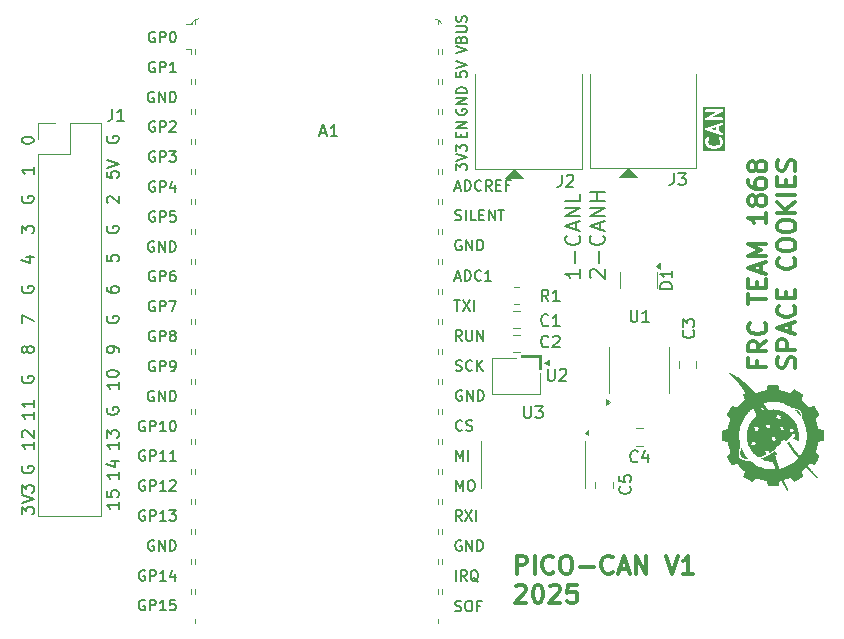
<source format=gbr>
%TF.GenerationSoftware,KiCad,Pcbnew,9.0.2-9.0.2-0~ubuntu24.04.1*%
%TF.CreationDate,2025-06-09T20:56:56-07:00*%
%TF.ProjectId,Pico-CAN,5069636f-2d43-4414-9e2e-6b696361645f,1.0*%
%TF.SameCoordinates,Original*%
%TF.FileFunction,Legend,Top*%
%TF.FilePolarity,Positive*%
%FSLAX46Y46*%
G04 Gerber Fmt 4.6, Leading zero omitted, Abs format (unit mm)*
G04 Created by KiCad (PCBNEW 9.0.2-9.0.2-0~ubuntu24.04.1) date 2025-06-09 20:56:56*
%MOMM*%
%LPD*%
G01*
G04 APERTURE LIST*
%ADD10C,0.100000*%
%ADD11C,0.158750*%
%ADD12C,0.304800*%
%ADD13C,0.254000*%
%ADD14C,0.150000*%
%ADD15C,0.120000*%
%ADD16C,0.000000*%
G04 APERTURE END LIST*
D10*
X213055200Y-133273800D02*
X212643400Y-133060300D01*
X213055200Y-132842000D01*
X213055200Y-133273800D01*
G36*
X213055200Y-133273800D02*
G01*
X212643400Y-133060300D01*
X213055200Y-132842000D01*
X213055200Y-133273800D01*
G37*
D11*
X205245547Y-111624532D02*
X205203214Y-111709199D01*
X205203214Y-111709199D02*
X205203214Y-111836199D01*
X205203214Y-111836199D02*
X205245547Y-111963199D01*
X205245547Y-111963199D02*
X205330214Y-112047866D01*
X205330214Y-112047866D02*
X205414881Y-112090199D01*
X205414881Y-112090199D02*
X205584214Y-112132532D01*
X205584214Y-112132532D02*
X205711214Y-112132532D01*
X205711214Y-112132532D02*
X205880547Y-112090199D01*
X205880547Y-112090199D02*
X205965214Y-112047866D01*
X205965214Y-112047866D02*
X206049881Y-111963199D01*
X206049881Y-111963199D02*
X206092214Y-111836199D01*
X206092214Y-111836199D02*
X206092214Y-111751532D01*
X206092214Y-111751532D02*
X206049881Y-111624532D01*
X206049881Y-111624532D02*
X206007547Y-111582199D01*
X206007547Y-111582199D02*
X205711214Y-111582199D01*
X205711214Y-111582199D02*
X205711214Y-111751532D01*
X206092214Y-111201199D02*
X205203214Y-111201199D01*
X205203214Y-111201199D02*
X206092214Y-110693199D01*
X206092214Y-110693199D02*
X205203214Y-110693199D01*
X206092214Y-110269866D02*
X205203214Y-110269866D01*
X205203214Y-110269866D02*
X205203214Y-110058199D01*
X205203214Y-110058199D02*
X205245547Y-109931199D01*
X205245547Y-109931199D02*
X205330214Y-109846533D01*
X205330214Y-109846533D02*
X205414881Y-109804199D01*
X205414881Y-109804199D02*
X205584214Y-109761866D01*
X205584214Y-109761866D02*
X205711214Y-109761866D01*
X205711214Y-109761866D02*
X205880547Y-109804199D01*
X205880547Y-109804199D02*
X205965214Y-109846533D01*
X205965214Y-109846533D02*
X206049881Y-109931199D01*
X206049881Y-109931199D02*
X206092214Y-110058199D01*
X206092214Y-110058199D02*
X206092214Y-110269866D01*
X205714600Y-138750301D02*
X205672267Y-138792635D01*
X205672267Y-138792635D02*
X205545267Y-138834968D01*
X205545267Y-138834968D02*
X205460600Y-138834968D01*
X205460600Y-138834968D02*
X205333600Y-138792635D01*
X205333600Y-138792635D02*
X205248934Y-138707968D01*
X205248934Y-138707968D02*
X205206600Y-138623301D01*
X205206600Y-138623301D02*
X205164267Y-138453968D01*
X205164267Y-138453968D02*
X205164267Y-138326968D01*
X205164267Y-138326968D02*
X205206600Y-138157635D01*
X205206600Y-138157635D02*
X205248934Y-138072968D01*
X205248934Y-138072968D02*
X205333600Y-137988301D01*
X205333600Y-137988301D02*
X205460600Y-137945968D01*
X205460600Y-137945968D02*
X205545267Y-137945968D01*
X205545267Y-137945968D02*
X205672267Y-137988301D01*
X205672267Y-137988301D02*
X205714600Y-138030635D01*
X206053267Y-138792635D02*
X206180267Y-138834968D01*
X206180267Y-138834968D02*
X206391934Y-138834968D01*
X206391934Y-138834968D02*
X206476600Y-138792635D01*
X206476600Y-138792635D02*
X206518934Y-138750301D01*
X206518934Y-138750301D02*
X206561267Y-138665635D01*
X206561267Y-138665635D02*
X206561267Y-138580968D01*
X206561267Y-138580968D02*
X206518934Y-138496301D01*
X206518934Y-138496301D02*
X206476600Y-138453968D01*
X206476600Y-138453968D02*
X206391934Y-138411635D01*
X206391934Y-138411635D02*
X206222600Y-138369301D01*
X206222600Y-138369301D02*
X206137934Y-138326968D01*
X206137934Y-138326968D02*
X206095600Y-138284635D01*
X206095600Y-138284635D02*
X206053267Y-138199968D01*
X206053267Y-138199968D02*
X206053267Y-138115301D01*
X206053267Y-138115301D02*
X206095600Y-138030635D01*
X206095600Y-138030635D02*
X206137934Y-137988301D01*
X206137934Y-137988301D02*
X206222600Y-137945968D01*
X206222600Y-137945968D02*
X206434267Y-137945968D01*
X206434267Y-137945968D02*
X206561267Y-137988301D01*
X205034815Y-127770337D02*
X205542815Y-127770337D01*
X205288815Y-128659337D02*
X205288815Y-127770337D01*
X205754482Y-127770337D02*
X206347148Y-128659337D01*
X206347148Y-127770337D02*
X205754482Y-128659337D01*
X206685815Y-128659337D02*
X206685815Y-127770337D01*
X205626547Y-113965566D02*
X205626547Y-113669233D01*
X206092214Y-113542233D02*
X206092214Y-113965566D01*
X206092214Y-113965566D02*
X205203214Y-113965566D01*
X205203214Y-113965566D02*
X205203214Y-113542233D01*
X206092214Y-113161233D02*
X205203214Y-113161233D01*
X205203214Y-113161233D02*
X206092214Y-112653233D01*
X206092214Y-112653233D02*
X205203214Y-112653233D01*
X175594765Y-116906523D02*
X175594765Y-117390333D01*
X175594765Y-117390333D02*
X176078575Y-117438714D01*
X176078575Y-117438714D02*
X176030194Y-117390333D01*
X176030194Y-117390333D02*
X175981813Y-117293571D01*
X175981813Y-117293571D02*
X175981813Y-117051666D01*
X175981813Y-117051666D02*
X176030194Y-116954904D01*
X176030194Y-116954904D02*
X176078575Y-116906523D01*
X176078575Y-116906523D02*
X176175337Y-116858142D01*
X176175337Y-116858142D02*
X176417242Y-116858142D01*
X176417242Y-116858142D02*
X176514004Y-116906523D01*
X176514004Y-116906523D02*
X176562385Y-116954904D01*
X176562385Y-116954904D02*
X176610765Y-117051666D01*
X176610765Y-117051666D02*
X176610765Y-117293571D01*
X176610765Y-117293571D02*
X176562385Y-117390333D01*
X176562385Y-117390333D02*
X176514004Y-117438714D01*
X175594765Y-116567857D02*
X176610765Y-116229190D01*
X176610765Y-116229190D02*
X175594765Y-115890523D01*
X179693693Y-112689284D02*
X179609026Y-112646951D01*
X179609026Y-112646951D02*
X179482026Y-112646951D01*
X179482026Y-112646951D02*
X179355026Y-112689284D01*
X179355026Y-112689284D02*
X179270360Y-112773951D01*
X179270360Y-112773951D02*
X179228026Y-112858618D01*
X179228026Y-112858618D02*
X179185693Y-113027951D01*
X179185693Y-113027951D02*
X179185693Y-113154951D01*
X179185693Y-113154951D02*
X179228026Y-113324284D01*
X179228026Y-113324284D02*
X179270360Y-113408951D01*
X179270360Y-113408951D02*
X179355026Y-113493618D01*
X179355026Y-113493618D02*
X179482026Y-113535951D01*
X179482026Y-113535951D02*
X179566693Y-113535951D01*
X179566693Y-113535951D02*
X179693693Y-113493618D01*
X179693693Y-113493618D02*
X179736026Y-113451284D01*
X179736026Y-113451284D02*
X179736026Y-113154951D01*
X179736026Y-113154951D02*
X179566693Y-113154951D01*
X180117026Y-113535951D02*
X180117026Y-112646951D01*
X180117026Y-112646951D02*
X180455693Y-112646951D01*
X180455693Y-112646951D02*
X180540360Y-112689284D01*
X180540360Y-112689284D02*
X180582693Y-112731618D01*
X180582693Y-112731618D02*
X180625026Y-112816284D01*
X180625026Y-112816284D02*
X180625026Y-112943284D01*
X180625026Y-112943284D02*
X180582693Y-113027951D01*
X180582693Y-113027951D02*
X180540360Y-113070284D01*
X180540360Y-113070284D02*
X180455693Y-113112618D01*
X180455693Y-113112618D02*
X180117026Y-113112618D01*
X180963693Y-112731618D02*
X181006026Y-112689284D01*
X181006026Y-112689284D02*
X181090693Y-112646951D01*
X181090693Y-112646951D02*
X181302360Y-112646951D01*
X181302360Y-112646951D02*
X181387026Y-112689284D01*
X181387026Y-112689284D02*
X181429360Y-112731618D01*
X181429360Y-112731618D02*
X181471693Y-112816284D01*
X181471693Y-112816284D02*
X181471693Y-112900951D01*
X181471693Y-112900951D02*
X181429360Y-113027951D01*
X181429360Y-113027951D02*
X180921360Y-113535951D01*
X180921360Y-113535951D02*
X181471693Y-113535951D01*
X168841994Y-132049761D02*
X168793613Y-132146523D01*
X168793613Y-132146523D02*
X168745232Y-132194904D01*
X168745232Y-132194904D02*
X168648470Y-132243285D01*
X168648470Y-132243285D02*
X168600089Y-132243285D01*
X168600089Y-132243285D02*
X168503327Y-132194904D01*
X168503327Y-132194904D02*
X168454946Y-132146523D01*
X168454946Y-132146523D02*
X168406565Y-132049761D01*
X168406565Y-132049761D02*
X168406565Y-131856237D01*
X168406565Y-131856237D02*
X168454946Y-131759475D01*
X168454946Y-131759475D02*
X168503327Y-131711094D01*
X168503327Y-131711094D02*
X168600089Y-131662713D01*
X168600089Y-131662713D02*
X168648470Y-131662713D01*
X168648470Y-131662713D02*
X168745232Y-131711094D01*
X168745232Y-131711094D02*
X168793613Y-131759475D01*
X168793613Y-131759475D02*
X168841994Y-131856237D01*
X168841994Y-131856237D02*
X168841994Y-132049761D01*
X168841994Y-132049761D02*
X168890375Y-132146523D01*
X168890375Y-132146523D02*
X168938756Y-132194904D01*
X168938756Y-132194904D02*
X169035518Y-132243285D01*
X169035518Y-132243285D02*
X169229042Y-132243285D01*
X169229042Y-132243285D02*
X169325804Y-132194904D01*
X169325804Y-132194904D02*
X169374185Y-132146523D01*
X169374185Y-132146523D02*
X169422565Y-132049761D01*
X169422565Y-132049761D02*
X169422565Y-131856237D01*
X169422565Y-131856237D02*
X169374185Y-131759475D01*
X169374185Y-131759475D02*
X169325804Y-131711094D01*
X169325804Y-131711094D02*
X169229042Y-131662713D01*
X169229042Y-131662713D02*
X169035518Y-131662713D01*
X169035518Y-131662713D02*
X168938756Y-131711094D01*
X168938756Y-131711094D02*
X168890375Y-131759475D01*
X168890375Y-131759475D02*
X168841994Y-131856237D01*
X205164267Y-133704819D02*
X205291267Y-133747152D01*
X205291267Y-133747152D02*
X205502934Y-133747152D01*
X205502934Y-133747152D02*
X205587600Y-133704819D01*
X205587600Y-133704819D02*
X205629934Y-133662485D01*
X205629934Y-133662485D02*
X205672267Y-133577819D01*
X205672267Y-133577819D02*
X205672267Y-133493152D01*
X205672267Y-133493152D02*
X205629934Y-133408485D01*
X205629934Y-133408485D02*
X205587600Y-133366152D01*
X205587600Y-133366152D02*
X205502934Y-133323819D01*
X205502934Y-133323819D02*
X205333600Y-133281485D01*
X205333600Y-133281485D02*
X205248934Y-133239152D01*
X205248934Y-133239152D02*
X205206600Y-133196819D01*
X205206600Y-133196819D02*
X205164267Y-133112152D01*
X205164267Y-133112152D02*
X205164267Y-133027485D01*
X205164267Y-133027485D02*
X205206600Y-132942819D01*
X205206600Y-132942819D02*
X205248934Y-132900485D01*
X205248934Y-132900485D02*
X205333600Y-132858152D01*
X205333600Y-132858152D02*
X205545267Y-132858152D01*
X205545267Y-132858152D02*
X205672267Y-132900485D01*
X206561267Y-133662485D02*
X206518934Y-133704819D01*
X206518934Y-133704819D02*
X206391934Y-133747152D01*
X206391934Y-133747152D02*
X206307267Y-133747152D01*
X206307267Y-133747152D02*
X206180267Y-133704819D01*
X206180267Y-133704819D02*
X206095601Y-133620152D01*
X206095601Y-133620152D02*
X206053267Y-133535485D01*
X206053267Y-133535485D02*
X206010934Y-133366152D01*
X206010934Y-133366152D02*
X206010934Y-133239152D01*
X206010934Y-133239152D02*
X206053267Y-133069819D01*
X206053267Y-133069819D02*
X206095601Y-132985152D01*
X206095601Y-132985152D02*
X206180267Y-132900485D01*
X206180267Y-132900485D02*
X206307267Y-132858152D01*
X206307267Y-132858152D02*
X206391934Y-132858152D01*
X206391934Y-132858152D02*
X206518934Y-132900485D01*
X206518934Y-132900485D02*
X206561267Y-132942819D01*
X206942267Y-133747152D02*
X206942267Y-132858152D01*
X207450267Y-133747152D02*
X207069267Y-133239152D01*
X207450267Y-132858152D02*
X206942267Y-133366152D01*
X205206600Y-141378876D02*
X205206600Y-140489876D01*
X205206600Y-140489876D02*
X205502934Y-141124876D01*
X205502934Y-141124876D02*
X205799267Y-140489876D01*
X205799267Y-140489876D02*
X205799267Y-141378876D01*
X206222600Y-141378876D02*
X206222600Y-140489876D01*
X179693693Y-132945115D02*
X179609026Y-132902782D01*
X179609026Y-132902782D02*
X179482026Y-132902782D01*
X179482026Y-132902782D02*
X179355026Y-132945115D01*
X179355026Y-132945115D02*
X179270360Y-133029782D01*
X179270360Y-133029782D02*
X179228026Y-133114449D01*
X179228026Y-133114449D02*
X179185693Y-133283782D01*
X179185693Y-133283782D02*
X179185693Y-133410782D01*
X179185693Y-133410782D02*
X179228026Y-133580115D01*
X179228026Y-133580115D02*
X179270360Y-133664782D01*
X179270360Y-133664782D02*
X179355026Y-133749449D01*
X179355026Y-133749449D02*
X179482026Y-133791782D01*
X179482026Y-133791782D02*
X179566693Y-133791782D01*
X179566693Y-133791782D02*
X179693693Y-133749449D01*
X179693693Y-133749449D02*
X179736026Y-133707115D01*
X179736026Y-133707115D02*
X179736026Y-133410782D01*
X179736026Y-133410782D02*
X179566693Y-133410782D01*
X180117026Y-133791782D02*
X180117026Y-132902782D01*
X180117026Y-132902782D02*
X180455693Y-132902782D01*
X180455693Y-132902782D02*
X180540360Y-132945115D01*
X180540360Y-132945115D02*
X180582693Y-132987449D01*
X180582693Y-132987449D02*
X180625026Y-133072115D01*
X180625026Y-133072115D02*
X180625026Y-133199115D01*
X180625026Y-133199115D02*
X180582693Y-133283782D01*
X180582693Y-133283782D02*
X180540360Y-133326115D01*
X180540360Y-133326115D02*
X180455693Y-133368449D01*
X180455693Y-133368449D02*
X180117026Y-133368449D01*
X181048360Y-133791782D02*
X181217693Y-133791782D01*
X181217693Y-133791782D02*
X181302360Y-133749449D01*
X181302360Y-133749449D02*
X181344693Y-133707115D01*
X181344693Y-133707115D02*
X181429360Y-133580115D01*
X181429360Y-133580115D02*
X181471693Y-133410782D01*
X181471693Y-133410782D02*
X181471693Y-133072115D01*
X181471693Y-133072115D02*
X181429360Y-132987449D01*
X181429360Y-132987449D02*
X181387026Y-132945115D01*
X181387026Y-132945115D02*
X181302360Y-132902782D01*
X181302360Y-132902782D02*
X181133026Y-132902782D01*
X181133026Y-132902782D02*
X181048360Y-132945115D01*
X181048360Y-132945115D02*
X181006026Y-132987449D01*
X181006026Y-132987449D02*
X180963693Y-133072115D01*
X180963693Y-133072115D02*
X180963693Y-133283782D01*
X180963693Y-133283782D02*
X181006026Y-133368449D01*
X181006026Y-133368449D02*
X181048360Y-133410782D01*
X181048360Y-133410782D02*
X181133026Y-133453115D01*
X181133026Y-133453115D02*
X181302360Y-133453115D01*
X181302360Y-133453115D02*
X181387026Y-133410782D01*
X181387026Y-133410782D02*
X181429360Y-133368449D01*
X181429360Y-133368449D02*
X181471693Y-133283782D01*
X179693693Y-105093347D02*
X179609026Y-105051014D01*
X179609026Y-105051014D02*
X179482026Y-105051014D01*
X179482026Y-105051014D02*
X179355026Y-105093347D01*
X179355026Y-105093347D02*
X179270360Y-105178014D01*
X179270360Y-105178014D02*
X179228026Y-105262681D01*
X179228026Y-105262681D02*
X179185693Y-105432014D01*
X179185693Y-105432014D02*
X179185693Y-105559014D01*
X179185693Y-105559014D02*
X179228026Y-105728347D01*
X179228026Y-105728347D02*
X179270360Y-105813014D01*
X179270360Y-105813014D02*
X179355026Y-105897681D01*
X179355026Y-105897681D02*
X179482026Y-105940014D01*
X179482026Y-105940014D02*
X179566693Y-105940014D01*
X179566693Y-105940014D02*
X179693693Y-105897681D01*
X179693693Y-105897681D02*
X179736026Y-105855347D01*
X179736026Y-105855347D02*
X179736026Y-105559014D01*
X179736026Y-105559014D02*
X179566693Y-105559014D01*
X180117026Y-105940014D02*
X180117026Y-105051014D01*
X180117026Y-105051014D02*
X180455693Y-105051014D01*
X180455693Y-105051014D02*
X180540360Y-105093347D01*
X180540360Y-105093347D02*
X180582693Y-105135681D01*
X180582693Y-105135681D02*
X180625026Y-105220347D01*
X180625026Y-105220347D02*
X180625026Y-105347347D01*
X180625026Y-105347347D02*
X180582693Y-105432014D01*
X180582693Y-105432014D02*
X180540360Y-105474347D01*
X180540360Y-105474347D02*
X180455693Y-105516681D01*
X180455693Y-105516681D02*
X180117026Y-105516681D01*
X181175360Y-105051014D02*
X181260026Y-105051014D01*
X181260026Y-105051014D02*
X181344693Y-105093347D01*
X181344693Y-105093347D02*
X181387026Y-105135681D01*
X181387026Y-105135681D02*
X181429360Y-105220347D01*
X181429360Y-105220347D02*
X181471693Y-105389681D01*
X181471693Y-105389681D02*
X181471693Y-105601347D01*
X181471693Y-105601347D02*
X181429360Y-105770681D01*
X181429360Y-105770681D02*
X181387026Y-105855347D01*
X181387026Y-105855347D02*
X181344693Y-105897681D01*
X181344693Y-105897681D02*
X181260026Y-105940014D01*
X181260026Y-105940014D02*
X181175360Y-105940014D01*
X181175360Y-105940014D02*
X181090693Y-105897681D01*
X181090693Y-105897681D02*
X181048360Y-105855347D01*
X181048360Y-105855347D02*
X181006026Y-105770681D01*
X181006026Y-105770681D02*
X180963693Y-105601347D01*
X180963693Y-105601347D02*
X180963693Y-105389681D01*
X180963693Y-105389681D02*
X181006026Y-105220347D01*
X181006026Y-105220347D02*
X181048360Y-105135681D01*
X181048360Y-105135681D02*
X181090693Y-105093347D01*
X181090693Y-105093347D02*
X181175360Y-105051014D01*
X205206600Y-143922783D02*
X205206600Y-143033783D01*
X205206600Y-143033783D02*
X205502934Y-143668783D01*
X205502934Y-143668783D02*
X205799267Y-143033783D01*
X205799267Y-143033783D02*
X205799267Y-143922783D01*
X206391934Y-143033783D02*
X206561267Y-143033783D01*
X206561267Y-143033783D02*
X206645934Y-143076116D01*
X206645934Y-143076116D02*
X206730600Y-143160783D01*
X206730600Y-143160783D02*
X206772934Y-143330116D01*
X206772934Y-143330116D02*
X206772934Y-143626450D01*
X206772934Y-143626450D02*
X206730600Y-143795783D01*
X206730600Y-143795783D02*
X206645934Y-143880450D01*
X206645934Y-143880450D02*
X206561267Y-143922783D01*
X206561267Y-143922783D02*
X206391934Y-143922783D01*
X206391934Y-143922783D02*
X206307267Y-143880450D01*
X206307267Y-143880450D02*
X206222600Y-143795783D01*
X206222600Y-143795783D02*
X206180267Y-143626450D01*
X206180267Y-143626450D02*
X206180267Y-143330116D01*
X206180267Y-143330116D02*
X206222600Y-143160783D01*
X206222600Y-143160783D02*
X206307267Y-143076116D01*
X206307267Y-143076116D02*
X206391934Y-143033783D01*
D12*
X230673471Y-132913616D02*
X230673471Y-133421616D01*
X231471757Y-133421616D02*
X229947757Y-133421616D01*
X229947757Y-133421616D02*
X229947757Y-132695902D01*
X231471757Y-131244473D02*
X230746043Y-131752473D01*
X231471757Y-132115330D02*
X229947757Y-132115330D01*
X229947757Y-132115330D02*
X229947757Y-131534759D01*
X229947757Y-131534759D02*
X230020328Y-131389616D01*
X230020328Y-131389616D02*
X230092900Y-131317045D01*
X230092900Y-131317045D02*
X230238043Y-131244473D01*
X230238043Y-131244473D02*
X230455757Y-131244473D01*
X230455757Y-131244473D02*
X230600900Y-131317045D01*
X230600900Y-131317045D02*
X230673471Y-131389616D01*
X230673471Y-131389616D02*
X230746043Y-131534759D01*
X230746043Y-131534759D02*
X230746043Y-132115330D01*
X231326614Y-129720473D02*
X231399186Y-129793045D01*
X231399186Y-129793045D02*
X231471757Y-130010759D01*
X231471757Y-130010759D02*
X231471757Y-130155902D01*
X231471757Y-130155902D02*
X231399186Y-130373616D01*
X231399186Y-130373616D02*
X231254043Y-130518759D01*
X231254043Y-130518759D02*
X231108900Y-130591330D01*
X231108900Y-130591330D02*
X230818614Y-130663902D01*
X230818614Y-130663902D02*
X230600900Y-130663902D01*
X230600900Y-130663902D02*
X230310614Y-130591330D01*
X230310614Y-130591330D02*
X230165471Y-130518759D01*
X230165471Y-130518759D02*
X230020328Y-130373616D01*
X230020328Y-130373616D02*
X229947757Y-130155902D01*
X229947757Y-130155902D02*
X229947757Y-130010759D01*
X229947757Y-130010759D02*
X230020328Y-129793045D01*
X230020328Y-129793045D02*
X230092900Y-129720473D01*
X229947757Y-128123902D02*
X229947757Y-127253045D01*
X231471757Y-127688473D02*
X229947757Y-127688473D01*
X230673471Y-126745044D02*
X230673471Y-126237044D01*
X231471757Y-126019330D02*
X231471757Y-126745044D01*
X231471757Y-126745044D02*
X229947757Y-126745044D01*
X229947757Y-126745044D02*
X229947757Y-126019330D01*
X231036328Y-125438759D02*
X231036328Y-124713045D01*
X231471757Y-125583902D02*
X229947757Y-125075902D01*
X229947757Y-125075902D02*
X231471757Y-124567902D01*
X231471757Y-124059901D02*
X229947757Y-124059901D01*
X229947757Y-124059901D02*
X231036328Y-123551901D01*
X231036328Y-123551901D02*
X229947757Y-123043901D01*
X229947757Y-123043901D02*
X231471757Y-123043901D01*
X231471757Y-120358759D02*
X231471757Y-121229616D01*
X231471757Y-120794187D02*
X229947757Y-120794187D01*
X229947757Y-120794187D02*
X230165471Y-120939330D01*
X230165471Y-120939330D02*
X230310614Y-121084473D01*
X230310614Y-121084473D02*
X230383186Y-121229616D01*
X230600900Y-119487901D02*
X230528328Y-119633044D01*
X230528328Y-119633044D02*
X230455757Y-119705615D01*
X230455757Y-119705615D02*
X230310614Y-119778187D01*
X230310614Y-119778187D02*
X230238043Y-119778187D01*
X230238043Y-119778187D02*
X230092900Y-119705615D01*
X230092900Y-119705615D02*
X230020328Y-119633044D01*
X230020328Y-119633044D02*
X229947757Y-119487901D01*
X229947757Y-119487901D02*
X229947757Y-119197615D01*
X229947757Y-119197615D02*
X230020328Y-119052473D01*
X230020328Y-119052473D02*
X230092900Y-118979901D01*
X230092900Y-118979901D02*
X230238043Y-118907330D01*
X230238043Y-118907330D02*
X230310614Y-118907330D01*
X230310614Y-118907330D02*
X230455757Y-118979901D01*
X230455757Y-118979901D02*
X230528328Y-119052473D01*
X230528328Y-119052473D02*
X230600900Y-119197615D01*
X230600900Y-119197615D02*
X230600900Y-119487901D01*
X230600900Y-119487901D02*
X230673471Y-119633044D01*
X230673471Y-119633044D02*
X230746043Y-119705615D01*
X230746043Y-119705615D02*
X230891186Y-119778187D01*
X230891186Y-119778187D02*
X231181471Y-119778187D01*
X231181471Y-119778187D02*
X231326614Y-119705615D01*
X231326614Y-119705615D02*
X231399186Y-119633044D01*
X231399186Y-119633044D02*
X231471757Y-119487901D01*
X231471757Y-119487901D02*
X231471757Y-119197615D01*
X231471757Y-119197615D02*
X231399186Y-119052473D01*
X231399186Y-119052473D02*
X231326614Y-118979901D01*
X231326614Y-118979901D02*
X231181471Y-118907330D01*
X231181471Y-118907330D02*
X230891186Y-118907330D01*
X230891186Y-118907330D02*
X230746043Y-118979901D01*
X230746043Y-118979901D02*
X230673471Y-119052473D01*
X230673471Y-119052473D02*
X230600900Y-119197615D01*
X229947757Y-117601044D02*
X229947757Y-117891329D01*
X229947757Y-117891329D02*
X230020328Y-118036472D01*
X230020328Y-118036472D02*
X230092900Y-118109044D01*
X230092900Y-118109044D02*
X230310614Y-118254186D01*
X230310614Y-118254186D02*
X230600900Y-118326758D01*
X230600900Y-118326758D02*
X231181471Y-118326758D01*
X231181471Y-118326758D02*
X231326614Y-118254186D01*
X231326614Y-118254186D02*
X231399186Y-118181615D01*
X231399186Y-118181615D02*
X231471757Y-118036472D01*
X231471757Y-118036472D02*
X231471757Y-117746186D01*
X231471757Y-117746186D02*
X231399186Y-117601044D01*
X231399186Y-117601044D02*
X231326614Y-117528472D01*
X231326614Y-117528472D02*
X231181471Y-117455901D01*
X231181471Y-117455901D02*
X230818614Y-117455901D01*
X230818614Y-117455901D02*
X230673471Y-117528472D01*
X230673471Y-117528472D02*
X230600900Y-117601044D01*
X230600900Y-117601044D02*
X230528328Y-117746186D01*
X230528328Y-117746186D02*
X230528328Y-118036472D01*
X230528328Y-118036472D02*
X230600900Y-118181615D01*
X230600900Y-118181615D02*
X230673471Y-118254186D01*
X230673471Y-118254186D02*
X230818614Y-118326758D01*
X230600900Y-116585043D02*
X230528328Y-116730186D01*
X230528328Y-116730186D02*
X230455757Y-116802757D01*
X230455757Y-116802757D02*
X230310614Y-116875329D01*
X230310614Y-116875329D02*
X230238043Y-116875329D01*
X230238043Y-116875329D02*
X230092900Y-116802757D01*
X230092900Y-116802757D02*
X230020328Y-116730186D01*
X230020328Y-116730186D02*
X229947757Y-116585043D01*
X229947757Y-116585043D02*
X229947757Y-116294757D01*
X229947757Y-116294757D02*
X230020328Y-116149615D01*
X230020328Y-116149615D02*
X230092900Y-116077043D01*
X230092900Y-116077043D02*
X230238043Y-116004472D01*
X230238043Y-116004472D02*
X230310614Y-116004472D01*
X230310614Y-116004472D02*
X230455757Y-116077043D01*
X230455757Y-116077043D02*
X230528328Y-116149615D01*
X230528328Y-116149615D02*
X230600900Y-116294757D01*
X230600900Y-116294757D02*
X230600900Y-116585043D01*
X230600900Y-116585043D02*
X230673471Y-116730186D01*
X230673471Y-116730186D02*
X230746043Y-116802757D01*
X230746043Y-116802757D02*
X230891186Y-116875329D01*
X230891186Y-116875329D02*
X231181471Y-116875329D01*
X231181471Y-116875329D02*
X231326614Y-116802757D01*
X231326614Y-116802757D02*
X231399186Y-116730186D01*
X231399186Y-116730186D02*
X231471757Y-116585043D01*
X231471757Y-116585043D02*
X231471757Y-116294757D01*
X231471757Y-116294757D02*
X231399186Y-116149615D01*
X231399186Y-116149615D02*
X231326614Y-116077043D01*
X231326614Y-116077043D02*
X231181471Y-116004472D01*
X231181471Y-116004472D02*
X230891186Y-116004472D01*
X230891186Y-116004472D02*
X230746043Y-116077043D01*
X230746043Y-116077043D02*
X230673471Y-116149615D01*
X230673471Y-116149615D02*
X230600900Y-116294757D01*
X233852741Y-133494188D02*
X233925312Y-133276474D01*
X233925312Y-133276474D02*
X233925312Y-132913616D01*
X233925312Y-132913616D02*
X233852741Y-132768474D01*
X233852741Y-132768474D02*
X233780169Y-132695902D01*
X233780169Y-132695902D02*
X233635026Y-132623331D01*
X233635026Y-132623331D02*
X233489883Y-132623331D01*
X233489883Y-132623331D02*
X233344741Y-132695902D01*
X233344741Y-132695902D02*
X233272169Y-132768474D01*
X233272169Y-132768474D02*
X233199598Y-132913616D01*
X233199598Y-132913616D02*
X233127026Y-133203902D01*
X233127026Y-133203902D02*
X233054455Y-133349045D01*
X233054455Y-133349045D02*
X232981883Y-133421616D01*
X232981883Y-133421616D02*
X232836741Y-133494188D01*
X232836741Y-133494188D02*
X232691598Y-133494188D01*
X232691598Y-133494188D02*
X232546455Y-133421616D01*
X232546455Y-133421616D02*
X232473883Y-133349045D01*
X232473883Y-133349045D02*
X232401312Y-133203902D01*
X232401312Y-133203902D02*
X232401312Y-132841045D01*
X232401312Y-132841045D02*
X232473883Y-132623331D01*
X233925312Y-131970187D02*
X232401312Y-131970187D01*
X232401312Y-131970187D02*
X232401312Y-131389616D01*
X232401312Y-131389616D02*
X232473883Y-131244473D01*
X232473883Y-131244473D02*
X232546455Y-131171902D01*
X232546455Y-131171902D02*
X232691598Y-131099330D01*
X232691598Y-131099330D02*
X232909312Y-131099330D01*
X232909312Y-131099330D02*
X233054455Y-131171902D01*
X233054455Y-131171902D02*
X233127026Y-131244473D01*
X233127026Y-131244473D02*
X233199598Y-131389616D01*
X233199598Y-131389616D02*
X233199598Y-131970187D01*
X233489883Y-130518759D02*
X233489883Y-129793045D01*
X233925312Y-130663902D02*
X232401312Y-130155902D01*
X232401312Y-130155902D02*
X233925312Y-129647902D01*
X233780169Y-128269044D02*
X233852741Y-128341616D01*
X233852741Y-128341616D02*
X233925312Y-128559330D01*
X233925312Y-128559330D02*
X233925312Y-128704473D01*
X233925312Y-128704473D02*
X233852741Y-128922187D01*
X233852741Y-128922187D02*
X233707598Y-129067330D01*
X233707598Y-129067330D02*
X233562455Y-129139901D01*
X233562455Y-129139901D02*
X233272169Y-129212473D01*
X233272169Y-129212473D02*
X233054455Y-129212473D01*
X233054455Y-129212473D02*
X232764169Y-129139901D01*
X232764169Y-129139901D02*
X232619026Y-129067330D01*
X232619026Y-129067330D02*
X232473883Y-128922187D01*
X232473883Y-128922187D02*
X232401312Y-128704473D01*
X232401312Y-128704473D02*
X232401312Y-128559330D01*
X232401312Y-128559330D02*
X232473883Y-128341616D01*
X232473883Y-128341616D02*
X232546455Y-128269044D01*
X233127026Y-127615901D02*
X233127026Y-127107901D01*
X233925312Y-126890187D02*
X233925312Y-127615901D01*
X233925312Y-127615901D02*
X232401312Y-127615901D01*
X232401312Y-127615901D02*
X232401312Y-126890187D01*
X233780169Y-124205044D02*
X233852741Y-124277616D01*
X233852741Y-124277616D02*
X233925312Y-124495330D01*
X233925312Y-124495330D02*
X233925312Y-124640473D01*
X233925312Y-124640473D02*
X233852741Y-124858187D01*
X233852741Y-124858187D02*
X233707598Y-125003330D01*
X233707598Y-125003330D02*
X233562455Y-125075901D01*
X233562455Y-125075901D02*
X233272169Y-125148473D01*
X233272169Y-125148473D02*
X233054455Y-125148473D01*
X233054455Y-125148473D02*
X232764169Y-125075901D01*
X232764169Y-125075901D02*
X232619026Y-125003330D01*
X232619026Y-125003330D02*
X232473883Y-124858187D01*
X232473883Y-124858187D02*
X232401312Y-124640473D01*
X232401312Y-124640473D02*
X232401312Y-124495330D01*
X232401312Y-124495330D02*
X232473883Y-124277616D01*
X232473883Y-124277616D02*
X232546455Y-124205044D01*
X232401312Y-123261616D02*
X232401312Y-122971330D01*
X232401312Y-122971330D02*
X232473883Y-122826187D01*
X232473883Y-122826187D02*
X232619026Y-122681044D01*
X232619026Y-122681044D02*
X232909312Y-122608473D01*
X232909312Y-122608473D02*
X233417312Y-122608473D01*
X233417312Y-122608473D02*
X233707598Y-122681044D01*
X233707598Y-122681044D02*
X233852741Y-122826187D01*
X233852741Y-122826187D02*
X233925312Y-122971330D01*
X233925312Y-122971330D02*
X233925312Y-123261616D01*
X233925312Y-123261616D02*
X233852741Y-123406759D01*
X233852741Y-123406759D02*
X233707598Y-123551901D01*
X233707598Y-123551901D02*
X233417312Y-123624473D01*
X233417312Y-123624473D02*
X232909312Y-123624473D01*
X232909312Y-123624473D02*
X232619026Y-123551901D01*
X232619026Y-123551901D02*
X232473883Y-123406759D01*
X232473883Y-123406759D02*
X232401312Y-123261616D01*
X232401312Y-121665045D02*
X232401312Y-121374759D01*
X232401312Y-121374759D02*
X232473883Y-121229616D01*
X232473883Y-121229616D02*
X232619026Y-121084473D01*
X232619026Y-121084473D02*
X232909312Y-121011902D01*
X232909312Y-121011902D02*
X233417312Y-121011902D01*
X233417312Y-121011902D02*
X233707598Y-121084473D01*
X233707598Y-121084473D02*
X233852741Y-121229616D01*
X233852741Y-121229616D02*
X233925312Y-121374759D01*
X233925312Y-121374759D02*
X233925312Y-121665045D01*
X233925312Y-121665045D02*
X233852741Y-121810188D01*
X233852741Y-121810188D02*
X233707598Y-121955330D01*
X233707598Y-121955330D02*
X233417312Y-122027902D01*
X233417312Y-122027902D02*
X232909312Y-122027902D01*
X232909312Y-122027902D02*
X232619026Y-121955330D01*
X232619026Y-121955330D02*
X232473883Y-121810188D01*
X232473883Y-121810188D02*
X232401312Y-121665045D01*
X233925312Y-120358759D02*
X232401312Y-120358759D01*
X233925312Y-119487902D02*
X233054455Y-120141045D01*
X232401312Y-119487902D02*
X233272169Y-120358759D01*
X233925312Y-118834759D02*
X232401312Y-118834759D01*
X233127026Y-118109045D02*
X233127026Y-117601045D01*
X233925312Y-117383331D02*
X233925312Y-118109045D01*
X233925312Y-118109045D02*
X232401312Y-118109045D01*
X232401312Y-118109045D02*
X232401312Y-117383331D01*
X233852741Y-116802760D02*
X233925312Y-116585046D01*
X233925312Y-116585046D02*
X233925312Y-116222188D01*
X233925312Y-116222188D02*
X233852741Y-116077046D01*
X233852741Y-116077046D02*
X233780169Y-116004474D01*
X233780169Y-116004474D02*
X233635026Y-115931903D01*
X233635026Y-115931903D02*
X233489883Y-115931903D01*
X233489883Y-115931903D02*
X233344741Y-116004474D01*
X233344741Y-116004474D02*
X233272169Y-116077046D01*
X233272169Y-116077046D02*
X233199598Y-116222188D01*
X233199598Y-116222188D02*
X233127026Y-116512474D01*
X233127026Y-116512474D02*
X233054455Y-116657617D01*
X233054455Y-116657617D02*
X232981883Y-116730188D01*
X232981883Y-116730188D02*
X232836741Y-116802760D01*
X232836741Y-116802760D02*
X232691598Y-116802760D01*
X232691598Y-116802760D02*
X232546455Y-116730188D01*
X232546455Y-116730188D02*
X232473883Y-116657617D01*
X232473883Y-116657617D02*
X232401312Y-116512474D01*
X232401312Y-116512474D02*
X232401312Y-116149617D01*
X232401312Y-116149617D02*
X232473883Y-115931903D01*
D11*
X205119482Y-120985281D02*
X205246482Y-121027614D01*
X205246482Y-121027614D02*
X205458149Y-121027614D01*
X205458149Y-121027614D02*
X205542815Y-120985281D01*
X205542815Y-120985281D02*
X205585149Y-120942947D01*
X205585149Y-120942947D02*
X205627482Y-120858281D01*
X205627482Y-120858281D02*
X205627482Y-120773614D01*
X205627482Y-120773614D02*
X205585149Y-120688947D01*
X205585149Y-120688947D02*
X205542815Y-120646614D01*
X205542815Y-120646614D02*
X205458149Y-120604281D01*
X205458149Y-120604281D02*
X205288815Y-120561947D01*
X205288815Y-120561947D02*
X205204149Y-120519614D01*
X205204149Y-120519614D02*
X205161815Y-120477281D01*
X205161815Y-120477281D02*
X205119482Y-120392614D01*
X205119482Y-120392614D02*
X205119482Y-120307947D01*
X205119482Y-120307947D02*
X205161815Y-120223281D01*
X205161815Y-120223281D02*
X205204149Y-120180947D01*
X205204149Y-120180947D02*
X205288815Y-120138614D01*
X205288815Y-120138614D02*
X205500482Y-120138614D01*
X205500482Y-120138614D02*
X205627482Y-120180947D01*
X206008482Y-121027614D02*
X206008482Y-120138614D01*
X206855149Y-121027614D02*
X206431815Y-121027614D01*
X206431815Y-121027614D02*
X206431815Y-120138614D01*
X207151482Y-120561947D02*
X207447816Y-120561947D01*
X207574816Y-121027614D02*
X207151482Y-121027614D01*
X207151482Y-121027614D02*
X207151482Y-120138614D01*
X207151482Y-120138614D02*
X207574816Y-120138614D01*
X207955815Y-121027614D02*
X207955815Y-120138614D01*
X207955815Y-120138614D02*
X208463815Y-121027614D01*
X208463815Y-121027614D02*
X208463815Y-120138614D01*
X208760148Y-120138614D02*
X209268148Y-120138614D01*
X209014148Y-121027614D02*
X209014148Y-120138614D01*
X175643146Y-136893904D02*
X175594765Y-136990666D01*
X175594765Y-136990666D02*
X175594765Y-137135809D01*
X175594765Y-137135809D02*
X175643146Y-137280952D01*
X175643146Y-137280952D02*
X175739908Y-137377714D01*
X175739908Y-137377714D02*
X175836670Y-137426095D01*
X175836670Y-137426095D02*
X176030194Y-137474476D01*
X176030194Y-137474476D02*
X176175337Y-137474476D01*
X176175337Y-137474476D02*
X176368861Y-137426095D01*
X176368861Y-137426095D02*
X176465623Y-137377714D01*
X176465623Y-137377714D02*
X176562385Y-137280952D01*
X176562385Y-137280952D02*
X176610765Y-137135809D01*
X176610765Y-137135809D02*
X176610765Y-137039047D01*
X176610765Y-137039047D02*
X176562385Y-136893904D01*
X176562385Y-136893904D02*
X176514004Y-136845523D01*
X176514004Y-136845523D02*
X176175337Y-136845523D01*
X176175337Y-136845523D02*
X176175337Y-137039047D01*
X179693693Y-125349179D02*
X179609026Y-125306846D01*
X179609026Y-125306846D02*
X179482026Y-125306846D01*
X179482026Y-125306846D02*
X179355026Y-125349179D01*
X179355026Y-125349179D02*
X179270360Y-125433846D01*
X179270360Y-125433846D02*
X179228026Y-125518513D01*
X179228026Y-125518513D02*
X179185693Y-125687846D01*
X179185693Y-125687846D02*
X179185693Y-125814846D01*
X179185693Y-125814846D02*
X179228026Y-125984179D01*
X179228026Y-125984179D02*
X179270360Y-126068846D01*
X179270360Y-126068846D02*
X179355026Y-126153513D01*
X179355026Y-126153513D02*
X179482026Y-126195846D01*
X179482026Y-126195846D02*
X179566693Y-126195846D01*
X179566693Y-126195846D02*
X179693693Y-126153513D01*
X179693693Y-126153513D02*
X179736026Y-126111179D01*
X179736026Y-126111179D02*
X179736026Y-125814846D01*
X179736026Y-125814846D02*
X179566693Y-125814846D01*
X180117026Y-126195846D02*
X180117026Y-125306846D01*
X180117026Y-125306846D02*
X180455693Y-125306846D01*
X180455693Y-125306846D02*
X180540360Y-125349179D01*
X180540360Y-125349179D02*
X180582693Y-125391513D01*
X180582693Y-125391513D02*
X180625026Y-125476179D01*
X180625026Y-125476179D02*
X180625026Y-125603179D01*
X180625026Y-125603179D02*
X180582693Y-125687846D01*
X180582693Y-125687846D02*
X180540360Y-125730179D01*
X180540360Y-125730179D02*
X180455693Y-125772513D01*
X180455693Y-125772513D02*
X180117026Y-125772513D01*
X181387026Y-125306846D02*
X181217693Y-125306846D01*
X181217693Y-125306846D02*
X181133026Y-125349179D01*
X181133026Y-125349179D02*
X181090693Y-125391513D01*
X181090693Y-125391513D02*
X181006026Y-125518513D01*
X181006026Y-125518513D02*
X180963693Y-125687846D01*
X180963693Y-125687846D02*
X180963693Y-126026513D01*
X180963693Y-126026513D02*
X181006026Y-126111179D01*
X181006026Y-126111179D02*
X181048360Y-126153513D01*
X181048360Y-126153513D02*
X181133026Y-126195846D01*
X181133026Y-126195846D02*
X181302360Y-126195846D01*
X181302360Y-126195846D02*
X181387026Y-126153513D01*
X181387026Y-126153513D02*
X181429360Y-126111179D01*
X181429360Y-126111179D02*
X181471693Y-126026513D01*
X181471693Y-126026513D02*
X181471693Y-125814846D01*
X181471693Y-125814846D02*
X181429360Y-125730179D01*
X181429360Y-125730179D02*
X181387026Y-125687846D01*
X181387026Y-125687846D02*
X181302360Y-125645513D01*
X181302360Y-125645513D02*
X181133026Y-125645513D01*
X181133026Y-125645513D02*
X181048360Y-125687846D01*
X181048360Y-125687846D02*
X181006026Y-125730179D01*
X181006026Y-125730179D02*
X180963693Y-125814846D01*
X169422565Y-139766523D02*
X169422565Y-140347095D01*
X169422565Y-140056809D02*
X168406565Y-140056809D01*
X168406565Y-140056809D02*
X168551708Y-140153571D01*
X168551708Y-140153571D02*
X168648470Y-140250333D01*
X168648470Y-140250333D02*
X168696851Y-140347095D01*
X168503327Y-139379476D02*
X168454946Y-139331095D01*
X168454946Y-139331095D02*
X168406565Y-139234333D01*
X168406565Y-139234333D02*
X168406565Y-138992428D01*
X168406565Y-138992428D02*
X168454946Y-138895666D01*
X168454946Y-138895666D02*
X168503327Y-138847285D01*
X168503327Y-138847285D02*
X168600089Y-138798904D01*
X168600089Y-138798904D02*
X168696851Y-138798904D01*
X168696851Y-138798904D02*
X168841994Y-138847285D01*
X168841994Y-138847285D02*
X169422565Y-139427857D01*
X169422565Y-139427857D02*
X169422565Y-138798904D01*
X168745232Y-124139475D02*
X169422565Y-124139475D01*
X168358185Y-124381380D02*
X169083899Y-124623285D01*
X169083899Y-124623285D02*
X169083899Y-123994332D01*
X168454946Y-126606904D02*
X168406565Y-126703666D01*
X168406565Y-126703666D02*
X168406565Y-126848809D01*
X168406565Y-126848809D02*
X168454946Y-126993952D01*
X168454946Y-126993952D02*
X168551708Y-127090714D01*
X168551708Y-127090714D02*
X168648470Y-127139095D01*
X168648470Y-127139095D02*
X168841994Y-127187476D01*
X168841994Y-127187476D02*
X168987137Y-127187476D01*
X168987137Y-127187476D02*
X169180661Y-127139095D01*
X169180661Y-127139095D02*
X169277423Y-127090714D01*
X169277423Y-127090714D02*
X169374185Y-126993952D01*
X169374185Y-126993952D02*
X169422565Y-126848809D01*
X169422565Y-126848809D02*
X169422565Y-126752047D01*
X169422565Y-126752047D02*
X169374185Y-126606904D01*
X169374185Y-126606904D02*
X169325804Y-126558523D01*
X169325804Y-126558523D02*
X168987137Y-126558523D01*
X168987137Y-126558523D02*
X168987137Y-126752047D01*
X178847026Y-153200947D02*
X178762359Y-153158614D01*
X178762359Y-153158614D02*
X178635359Y-153158614D01*
X178635359Y-153158614D02*
X178508359Y-153200947D01*
X178508359Y-153200947D02*
X178423693Y-153285614D01*
X178423693Y-153285614D02*
X178381359Y-153370281D01*
X178381359Y-153370281D02*
X178339026Y-153539614D01*
X178339026Y-153539614D02*
X178339026Y-153666614D01*
X178339026Y-153666614D02*
X178381359Y-153835947D01*
X178381359Y-153835947D02*
X178423693Y-153920614D01*
X178423693Y-153920614D02*
X178508359Y-154005281D01*
X178508359Y-154005281D02*
X178635359Y-154047614D01*
X178635359Y-154047614D02*
X178720026Y-154047614D01*
X178720026Y-154047614D02*
X178847026Y-154005281D01*
X178847026Y-154005281D02*
X178889359Y-153962947D01*
X178889359Y-153962947D02*
X178889359Y-153666614D01*
X178889359Y-153666614D02*
X178720026Y-153666614D01*
X179270359Y-154047614D02*
X179270359Y-153158614D01*
X179270359Y-153158614D02*
X179609026Y-153158614D01*
X179609026Y-153158614D02*
X179693693Y-153200947D01*
X179693693Y-153200947D02*
X179736026Y-153243281D01*
X179736026Y-153243281D02*
X179778359Y-153327947D01*
X179778359Y-153327947D02*
X179778359Y-153454947D01*
X179778359Y-153454947D02*
X179736026Y-153539614D01*
X179736026Y-153539614D02*
X179693693Y-153581947D01*
X179693693Y-153581947D02*
X179609026Y-153624281D01*
X179609026Y-153624281D02*
X179270359Y-153624281D01*
X180625026Y-154047614D02*
X180117026Y-154047614D01*
X180371026Y-154047614D02*
X180371026Y-153158614D01*
X180371026Y-153158614D02*
X180286359Y-153285614D01*
X180286359Y-153285614D02*
X180201693Y-153370281D01*
X180201693Y-153370281D02*
X180117026Y-153412614D01*
X181429360Y-153158614D02*
X181006026Y-153158614D01*
X181006026Y-153158614D02*
X180963693Y-153581947D01*
X180963693Y-153581947D02*
X181006026Y-153539614D01*
X181006026Y-153539614D02*
X181090693Y-153497281D01*
X181090693Y-153497281D02*
X181302360Y-153497281D01*
X181302360Y-153497281D02*
X181387026Y-153539614D01*
X181387026Y-153539614D02*
X181429360Y-153581947D01*
X181429360Y-153581947D02*
X181471693Y-153666614D01*
X181471693Y-153666614D02*
X181471693Y-153878281D01*
X181471693Y-153878281D02*
X181429360Y-153962947D01*
X181429360Y-153962947D02*
X181387026Y-154005281D01*
X181387026Y-154005281D02*
X181302360Y-154047614D01*
X181302360Y-154047614D02*
X181090693Y-154047614D01*
X181090693Y-154047614D02*
X181006026Y-154005281D01*
X181006026Y-154005281D02*
X180963693Y-153962947D01*
X179693693Y-107625326D02*
X179609026Y-107582993D01*
X179609026Y-107582993D02*
X179482026Y-107582993D01*
X179482026Y-107582993D02*
X179355026Y-107625326D01*
X179355026Y-107625326D02*
X179270360Y-107709993D01*
X179270360Y-107709993D02*
X179228026Y-107794660D01*
X179228026Y-107794660D02*
X179185693Y-107963993D01*
X179185693Y-107963993D02*
X179185693Y-108090993D01*
X179185693Y-108090993D02*
X179228026Y-108260326D01*
X179228026Y-108260326D02*
X179270360Y-108344993D01*
X179270360Y-108344993D02*
X179355026Y-108429660D01*
X179355026Y-108429660D02*
X179482026Y-108471993D01*
X179482026Y-108471993D02*
X179566693Y-108471993D01*
X179566693Y-108471993D02*
X179693693Y-108429660D01*
X179693693Y-108429660D02*
X179736026Y-108387326D01*
X179736026Y-108387326D02*
X179736026Y-108090993D01*
X179736026Y-108090993D02*
X179566693Y-108090993D01*
X180117026Y-108471993D02*
X180117026Y-107582993D01*
X180117026Y-107582993D02*
X180455693Y-107582993D01*
X180455693Y-107582993D02*
X180540360Y-107625326D01*
X180540360Y-107625326D02*
X180582693Y-107667660D01*
X180582693Y-107667660D02*
X180625026Y-107752326D01*
X180625026Y-107752326D02*
X180625026Y-107879326D01*
X180625026Y-107879326D02*
X180582693Y-107963993D01*
X180582693Y-107963993D02*
X180540360Y-108006326D01*
X180540360Y-108006326D02*
X180455693Y-108048660D01*
X180455693Y-108048660D02*
X180117026Y-108048660D01*
X181471693Y-108471993D02*
X180963693Y-108471993D01*
X181217693Y-108471993D02*
X181217693Y-107582993D01*
X181217693Y-107582993D02*
X181133026Y-107709993D01*
X181133026Y-107709993D02*
X181048360Y-107794660D01*
X181048360Y-107794660D02*
X180963693Y-107836993D01*
X168406565Y-145910904D02*
X168406565Y-145281951D01*
X168406565Y-145281951D02*
X168793613Y-145620618D01*
X168793613Y-145620618D02*
X168793613Y-145475475D01*
X168793613Y-145475475D02*
X168841994Y-145378713D01*
X168841994Y-145378713D02*
X168890375Y-145330332D01*
X168890375Y-145330332D02*
X168987137Y-145281951D01*
X168987137Y-145281951D02*
X169229042Y-145281951D01*
X169229042Y-145281951D02*
X169325804Y-145330332D01*
X169325804Y-145330332D02*
X169374185Y-145378713D01*
X169374185Y-145378713D02*
X169422565Y-145475475D01*
X169422565Y-145475475D02*
X169422565Y-145765761D01*
X169422565Y-145765761D02*
X169374185Y-145862523D01*
X169374185Y-145862523D02*
X169325804Y-145910904D01*
X168406565Y-144991666D02*
X169422565Y-144652999D01*
X169422565Y-144652999D02*
X168406565Y-144314332D01*
X168406565Y-144072428D02*
X168406565Y-143443475D01*
X168406565Y-143443475D02*
X168793613Y-143782142D01*
X168793613Y-143782142D02*
X168793613Y-143636999D01*
X168793613Y-143636999D02*
X168841994Y-143540237D01*
X168841994Y-143540237D02*
X168890375Y-143491856D01*
X168890375Y-143491856D02*
X168987137Y-143443475D01*
X168987137Y-143443475D02*
X169229042Y-143443475D01*
X169229042Y-143443475D02*
X169325804Y-143491856D01*
X169325804Y-143491856D02*
X169374185Y-143540237D01*
X169374185Y-143540237D02*
X169422565Y-143636999D01*
X169422565Y-143636999D02*
X169422565Y-143927285D01*
X169422565Y-143927285D02*
X169374185Y-144024047D01*
X169374185Y-144024047D02*
X169325804Y-144072428D01*
X179609027Y-122817200D02*
X179524360Y-122774867D01*
X179524360Y-122774867D02*
X179397360Y-122774867D01*
X179397360Y-122774867D02*
X179270360Y-122817200D01*
X179270360Y-122817200D02*
X179185694Y-122901867D01*
X179185694Y-122901867D02*
X179143360Y-122986534D01*
X179143360Y-122986534D02*
X179101027Y-123155867D01*
X179101027Y-123155867D02*
X179101027Y-123282867D01*
X179101027Y-123282867D02*
X179143360Y-123452200D01*
X179143360Y-123452200D02*
X179185694Y-123536867D01*
X179185694Y-123536867D02*
X179270360Y-123621534D01*
X179270360Y-123621534D02*
X179397360Y-123663867D01*
X179397360Y-123663867D02*
X179482027Y-123663867D01*
X179482027Y-123663867D02*
X179609027Y-123621534D01*
X179609027Y-123621534D02*
X179651360Y-123579200D01*
X179651360Y-123579200D02*
X179651360Y-123282867D01*
X179651360Y-123282867D02*
X179482027Y-123282867D01*
X180032360Y-123663867D02*
X180032360Y-122774867D01*
X180032360Y-122774867D02*
X180540360Y-123663867D01*
X180540360Y-123663867D02*
X180540360Y-122774867D01*
X180963693Y-123663867D02*
X180963693Y-122774867D01*
X180963693Y-122774867D02*
X181175360Y-122774867D01*
X181175360Y-122774867D02*
X181302360Y-122817200D01*
X181302360Y-122817200D02*
X181387027Y-122901867D01*
X181387027Y-122901867D02*
X181429360Y-122986534D01*
X181429360Y-122986534D02*
X181471693Y-123155867D01*
X181471693Y-123155867D02*
X181471693Y-123282867D01*
X181471693Y-123282867D02*
X181429360Y-123452200D01*
X181429360Y-123452200D02*
X181387027Y-123536867D01*
X181387027Y-123536867D02*
X181302360Y-123621534D01*
X181302360Y-123621534D02*
X181175360Y-123663867D01*
X181175360Y-123663867D02*
X180963693Y-123663867D01*
X175691527Y-119543285D02*
X175643146Y-119494904D01*
X175643146Y-119494904D02*
X175594765Y-119398142D01*
X175594765Y-119398142D02*
X175594765Y-119156237D01*
X175594765Y-119156237D02*
X175643146Y-119059475D01*
X175643146Y-119059475D02*
X175691527Y-119011094D01*
X175691527Y-119011094D02*
X175788289Y-118962713D01*
X175788289Y-118962713D02*
X175885051Y-118962713D01*
X175885051Y-118962713D02*
X176030194Y-119011094D01*
X176030194Y-119011094D02*
X176610765Y-119591666D01*
X176610765Y-119591666D02*
X176610765Y-118962713D01*
X175643146Y-113906904D02*
X175594765Y-114003666D01*
X175594765Y-114003666D02*
X175594765Y-114148809D01*
X175594765Y-114148809D02*
X175643146Y-114293952D01*
X175643146Y-114293952D02*
X175739908Y-114390714D01*
X175739908Y-114390714D02*
X175836670Y-114439095D01*
X175836670Y-114439095D02*
X176030194Y-114487476D01*
X176030194Y-114487476D02*
X176175337Y-114487476D01*
X176175337Y-114487476D02*
X176368861Y-114439095D01*
X176368861Y-114439095D02*
X176465623Y-114390714D01*
X176465623Y-114390714D02*
X176562385Y-114293952D01*
X176562385Y-114293952D02*
X176610765Y-114148809D01*
X176610765Y-114148809D02*
X176610765Y-114052047D01*
X176610765Y-114052047D02*
X176562385Y-113906904D01*
X176562385Y-113906904D02*
X176514004Y-113858523D01*
X176514004Y-113858523D02*
X176175337Y-113858523D01*
X176175337Y-113858523D02*
X176175337Y-114052047D01*
X179693693Y-127881158D02*
X179609026Y-127838825D01*
X179609026Y-127838825D02*
X179482026Y-127838825D01*
X179482026Y-127838825D02*
X179355026Y-127881158D01*
X179355026Y-127881158D02*
X179270360Y-127965825D01*
X179270360Y-127965825D02*
X179228026Y-128050492D01*
X179228026Y-128050492D02*
X179185693Y-128219825D01*
X179185693Y-128219825D02*
X179185693Y-128346825D01*
X179185693Y-128346825D02*
X179228026Y-128516158D01*
X179228026Y-128516158D02*
X179270360Y-128600825D01*
X179270360Y-128600825D02*
X179355026Y-128685492D01*
X179355026Y-128685492D02*
X179482026Y-128727825D01*
X179482026Y-128727825D02*
X179566693Y-128727825D01*
X179566693Y-128727825D02*
X179693693Y-128685492D01*
X179693693Y-128685492D02*
X179736026Y-128643158D01*
X179736026Y-128643158D02*
X179736026Y-128346825D01*
X179736026Y-128346825D02*
X179566693Y-128346825D01*
X180117026Y-128727825D02*
X180117026Y-127838825D01*
X180117026Y-127838825D02*
X180455693Y-127838825D01*
X180455693Y-127838825D02*
X180540360Y-127881158D01*
X180540360Y-127881158D02*
X180582693Y-127923492D01*
X180582693Y-127923492D02*
X180625026Y-128008158D01*
X180625026Y-128008158D02*
X180625026Y-128135158D01*
X180625026Y-128135158D02*
X180582693Y-128219825D01*
X180582693Y-128219825D02*
X180540360Y-128262158D01*
X180540360Y-128262158D02*
X180455693Y-128304492D01*
X180455693Y-128304492D02*
X180117026Y-128304492D01*
X180921360Y-127838825D02*
X181514026Y-127838825D01*
X181514026Y-127838825D02*
X181133026Y-128727825D01*
X178847026Y-140541052D02*
X178762359Y-140498719D01*
X178762359Y-140498719D02*
X178635359Y-140498719D01*
X178635359Y-140498719D02*
X178508359Y-140541052D01*
X178508359Y-140541052D02*
X178423693Y-140625719D01*
X178423693Y-140625719D02*
X178381359Y-140710386D01*
X178381359Y-140710386D02*
X178339026Y-140879719D01*
X178339026Y-140879719D02*
X178339026Y-141006719D01*
X178339026Y-141006719D02*
X178381359Y-141176052D01*
X178381359Y-141176052D02*
X178423693Y-141260719D01*
X178423693Y-141260719D02*
X178508359Y-141345386D01*
X178508359Y-141345386D02*
X178635359Y-141387719D01*
X178635359Y-141387719D02*
X178720026Y-141387719D01*
X178720026Y-141387719D02*
X178847026Y-141345386D01*
X178847026Y-141345386D02*
X178889359Y-141303052D01*
X178889359Y-141303052D02*
X178889359Y-141006719D01*
X178889359Y-141006719D02*
X178720026Y-141006719D01*
X179270359Y-141387719D02*
X179270359Y-140498719D01*
X179270359Y-140498719D02*
X179609026Y-140498719D01*
X179609026Y-140498719D02*
X179693693Y-140541052D01*
X179693693Y-140541052D02*
X179736026Y-140583386D01*
X179736026Y-140583386D02*
X179778359Y-140668052D01*
X179778359Y-140668052D02*
X179778359Y-140795052D01*
X179778359Y-140795052D02*
X179736026Y-140879719D01*
X179736026Y-140879719D02*
X179693693Y-140922052D01*
X179693693Y-140922052D02*
X179609026Y-140964386D01*
X179609026Y-140964386D02*
X179270359Y-140964386D01*
X180625026Y-141387719D02*
X180117026Y-141387719D01*
X180371026Y-141387719D02*
X180371026Y-140498719D01*
X180371026Y-140498719D02*
X180286359Y-140625719D01*
X180286359Y-140625719D02*
X180201693Y-140710386D01*
X180201693Y-140710386D02*
X180117026Y-140752719D01*
X181471693Y-141387719D02*
X180963693Y-141387719D01*
X181217693Y-141387719D02*
X181217693Y-140498719D01*
X181217693Y-140498719D02*
X181133026Y-140625719D01*
X181133026Y-140625719D02*
X181048360Y-140710386D01*
X181048360Y-140710386D02*
X180963693Y-140752719D01*
X178847026Y-150668968D02*
X178762359Y-150626635D01*
X178762359Y-150626635D02*
X178635359Y-150626635D01*
X178635359Y-150626635D02*
X178508359Y-150668968D01*
X178508359Y-150668968D02*
X178423693Y-150753635D01*
X178423693Y-150753635D02*
X178381359Y-150838302D01*
X178381359Y-150838302D02*
X178339026Y-151007635D01*
X178339026Y-151007635D02*
X178339026Y-151134635D01*
X178339026Y-151134635D02*
X178381359Y-151303968D01*
X178381359Y-151303968D02*
X178423693Y-151388635D01*
X178423693Y-151388635D02*
X178508359Y-151473302D01*
X178508359Y-151473302D02*
X178635359Y-151515635D01*
X178635359Y-151515635D02*
X178720026Y-151515635D01*
X178720026Y-151515635D02*
X178847026Y-151473302D01*
X178847026Y-151473302D02*
X178889359Y-151430968D01*
X178889359Y-151430968D02*
X178889359Y-151134635D01*
X178889359Y-151134635D02*
X178720026Y-151134635D01*
X179270359Y-151515635D02*
X179270359Y-150626635D01*
X179270359Y-150626635D02*
X179609026Y-150626635D01*
X179609026Y-150626635D02*
X179693693Y-150668968D01*
X179693693Y-150668968D02*
X179736026Y-150711302D01*
X179736026Y-150711302D02*
X179778359Y-150795968D01*
X179778359Y-150795968D02*
X179778359Y-150922968D01*
X179778359Y-150922968D02*
X179736026Y-151007635D01*
X179736026Y-151007635D02*
X179693693Y-151049968D01*
X179693693Y-151049968D02*
X179609026Y-151092302D01*
X179609026Y-151092302D02*
X179270359Y-151092302D01*
X180625026Y-151515635D02*
X180117026Y-151515635D01*
X180371026Y-151515635D02*
X180371026Y-150626635D01*
X180371026Y-150626635D02*
X180286359Y-150753635D01*
X180286359Y-150753635D02*
X180201693Y-150838302D01*
X180201693Y-150838302D02*
X180117026Y-150880635D01*
X181387026Y-150922968D02*
X181387026Y-151515635D01*
X181175360Y-150584302D02*
X180963693Y-151219302D01*
X180963693Y-151219302D02*
X181514026Y-151219302D01*
X168454946Y-134226904D02*
X168406565Y-134323666D01*
X168406565Y-134323666D02*
X168406565Y-134468809D01*
X168406565Y-134468809D02*
X168454946Y-134613952D01*
X168454946Y-134613952D02*
X168551708Y-134710714D01*
X168551708Y-134710714D02*
X168648470Y-134759095D01*
X168648470Y-134759095D02*
X168841994Y-134807476D01*
X168841994Y-134807476D02*
X168987137Y-134807476D01*
X168987137Y-134807476D02*
X169180661Y-134759095D01*
X169180661Y-134759095D02*
X169277423Y-134710714D01*
X169277423Y-134710714D02*
X169374185Y-134613952D01*
X169374185Y-134613952D02*
X169422565Y-134468809D01*
X169422565Y-134468809D02*
X169422565Y-134372047D01*
X169422565Y-134372047D02*
X169374185Y-134226904D01*
X169374185Y-134226904D02*
X169325804Y-134178523D01*
X169325804Y-134178523D02*
X168987137Y-134178523D01*
X168987137Y-134178523D02*
X168987137Y-134372047D01*
X176610765Y-139766523D02*
X176610765Y-140347095D01*
X176610765Y-140056809D02*
X175594765Y-140056809D01*
X175594765Y-140056809D02*
X175739908Y-140153571D01*
X175739908Y-140153571D02*
X175836670Y-140250333D01*
X175836670Y-140250333D02*
X175885051Y-140347095D01*
X175594765Y-139427857D02*
X175594765Y-138798904D01*
X175594765Y-138798904D02*
X175981813Y-139137571D01*
X175981813Y-139137571D02*
X175981813Y-138992428D01*
X175981813Y-138992428D02*
X176030194Y-138895666D01*
X176030194Y-138895666D02*
X176078575Y-138847285D01*
X176078575Y-138847285D02*
X176175337Y-138798904D01*
X176175337Y-138798904D02*
X176417242Y-138798904D01*
X176417242Y-138798904D02*
X176514004Y-138847285D01*
X176514004Y-138847285D02*
X176562385Y-138895666D01*
X176562385Y-138895666D02*
X176610765Y-138992428D01*
X176610765Y-138992428D02*
X176610765Y-139282714D01*
X176610765Y-139282714D02*
X176562385Y-139379476D01*
X176562385Y-139379476D02*
X176514004Y-139427857D01*
X205203214Y-116772267D02*
X205203214Y-116221933D01*
X205203214Y-116221933D02*
X205541881Y-116518267D01*
X205541881Y-116518267D02*
X205541881Y-116391267D01*
X205541881Y-116391267D02*
X205584214Y-116306600D01*
X205584214Y-116306600D02*
X205626547Y-116264267D01*
X205626547Y-116264267D02*
X205711214Y-116221933D01*
X205711214Y-116221933D02*
X205922881Y-116221933D01*
X205922881Y-116221933D02*
X206007547Y-116264267D01*
X206007547Y-116264267D02*
X206049881Y-116306600D01*
X206049881Y-116306600D02*
X206092214Y-116391267D01*
X206092214Y-116391267D02*
X206092214Y-116645267D01*
X206092214Y-116645267D02*
X206049881Y-116729933D01*
X206049881Y-116729933D02*
X206007547Y-116772267D01*
X205203214Y-115967933D02*
X206092214Y-115671600D01*
X206092214Y-115671600D02*
X205203214Y-115375266D01*
X205203214Y-115163600D02*
X205203214Y-114613266D01*
X205203214Y-114613266D02*
X205541881Y-114909600D01*
X205541881Y-114909600D02*
X205541881Y-114782600D01*
X205541881Y-114782600D02*
X205584214Y-114697933D01*
X205584214Y-114697933D02*
X205626547Y-114655600D01*
X205626547Y-114655600D02*
X205711214Y-114613266D01*
X205711214Y-114613266D02*
X205922881Y-114613266D01*
X205922881Y-114613266D02*
X206007547Y-114655600D01*
X206007547Y-114655600D02*
X206049881Y-114697933D01*
X206049881Y-114697933D02*
X206092214Y-114782600D01*
X206092214Y-114782600D02*
X206092214Y-115036600D01*
X206092214Y-115036600D02*
X206049881Y-115121266D01*
X206049881Y-115121266D02*
X206007547Y-115163600D01*
X169422565Y-137226523D02*
X169422565Y-137807095D01*
X169422565Y-137516809D02*
X168406565Y-137516809D01*
X168406565Y-137516809D02*
X168551708Y-137613571D01*
X168551708Y-137613571D02*
X168648470Y-137710333D01*
X168648470Y-137710333D02*
X168696851Y-137807095D01*
X169422565Y-136258904D02*
X169422565Y-136839476D01*
X169422565Y-136549190D02*
X168406565Y-136549190D01*
X168406565Y-136549190D02*
X168551708Y-136645952D01*
X168551708Y-136645952D02*
X168648470Y-136742714D01*
X168648470Y-136742714D02*
X168696851Y-136839476D01*
X168454946Y-141846904D02*
X168406565Y-141943666D01*
X168406565Y-141943666D02*
X168406565Y-142088809D01*
X168406565Y-142088809D02*
X168454946Y-142233952D01*
X168454946Y-142233952D02*
X168551708Y-142330714D01*
X168551708Y-142330714D02*
X168648470Y-142379095D01*
X168648470Y-142379095D02*
X168841994Y-142427476D01*
X168841994Y-142427476D02*
X168987137Y-142427476D01*
X168987137Y-142427476D02*
X169180661Y-142379095D01*
X169180661Y-142379095D02*
X169277423Y-142330714D01*
X169277423Y-142330714D02*
X169374185Y-142233952D01*
X169374185Y-142233952D02*
X169422565Y-142088809D01*
X169422565Y-142088809D02*
X169422565Y-141992047D01*
X169422565Y-141992047D02*
X169374185Y-141846904D01*
X169374185Y-141846904D02*
X169325804Y-141798523D01*
X169325804Y-141798523D02*
X168987137Y-141798523D01*
X168987137Y-141798523D02*
X168987137Y-141992047D01*
X205627482Y-148163932D02*
X205542815Y-148121599D01*
X205542815Y-148121599D02*
X205415815Y-148121599D01*
X205415815Y-148121599D02*
X205288815Y-148163932D01*
X205288815Y-148163932D02*
X205204149Y-148248599D01*
X205204149Y-148248599D02*
X205161815Y-148333266D01*
X205161815Y-148333266D02*
X205119482Y-148502599D01*
X205119482Y-148502599D02*
X205119482Y-148629599D01*
X205119482Y-148629599D02*
X205161815Y-148798932D01*
X205161815Y-148798932D02*
X205204149Y-148883599D01*
X205204149Y-148883599D02*
X205288815Y-148968266D01*
X205288815Y-148968266D02*
X205415815Y-149010599D01*
X205415815Y-149010599D02*
X205500482Y-149010599D01*
X205500482Y-149010599D02*
X205627482Y-148968266D01*
X205627482Y-148968266D02*
X205669815Y-148925932D01*
X205669815Y-148925932D02*
X205669815Y-148629599D01*
X205669815Y-148629599D02*
X205500482Y-148629599D01*
X206050815Y-149010599D02*
X206050815Y-148121599D01*
X206050815Y-148121599D02*
X206558815Y-149010599D01*
X206558815Y-149010599D02*
X206558815Y-148121599D01*
X206982148Y-149010599D02*
X206982148Y-148121599D01*
X206982148Y-148121599D02*
X207193815Y-148121599D01*
X207193815Y-148121599D02*
X207320815Y-148163932D01*
X207320815Y-148163932D02*
X207405482Y-148248599D01*
X207405482Y-148248599D02*
X207447815Y-148333266D01*
X207447815Y-148333266D02*
X207490148Y-148502599D01*
X207490148Y-148502599D02*
X207490148Y-148629599D01*
X207490148Y-148629599D02*
X207447815Y-148798932D01*
X207447815Y-148798932D02*
X207405482Y-148883599D01*
X207405482Y-148883599D02*
X207320815Y-148968266D01*
X207320815Y-148968266D02*
X207193815Y-149010599D01*
X207193815Y-149010599D02*
X206982148Y-149010599D01*
X205672267Y-135444393D02*
X205587600Y-135402060D01*
X205587600Y-135402060D02*
X205460600Y-135402060D01*
X205460600Y-135402060D02*
X205333600Y-135444393D01*
X205333600Y-135444393D02*
X205248934Y-135529060D01*
X205248934Y-135529060D02*
X205206600Y-135613727D01*
X205206600Y-135613727D02*
X205164267Y-135783060D01*
X205164267Y-135783060D02*
X205164267Y-135910060D01*
X205164267Y-135910060D02*
X205206600Y-136079393D01*
X205206600Y-136079393D02*
X205248934Y-136164060D01*
X205248934Y-136164060D02*
X205333600Y-136248727D01*
X205333600Y-136248727D02*
X205460600Y-136291060D01*
X205460600Y-136291060D02*
X205545267Y-136291060D01*
X205545267Y-136291060D02*
X205672267Y-136248727D01*
X205672267Y-136248727D02*
X205714600Y-136206393D01*
X205714600Y-136206393D02*
X205714600Y-135910060D01*
X205714600Y-135910060D02*
X205545267Y-135910060D01*
X206095600Y-136291060D02*
X206095600Y-135402060D01*
X206095600Y-135402060D02*
X206603600Y-136291060D01*
X206603600Y-136291060D02*
X206603600Y-135402060D01*
X207026933Y-136291060D02*
X207026933Y-135402060D01*
X207026933Y-135402060D02*
X207238600Y-135402060D01*
X207238600Y-135402060D02*
X207365600Y-135444393D01*
X207365600Y-135444393D02*
X207450267Y-135529060D01*
X207450267Y-135529060D02*
X207492600Y-135613727D01*
X207492600Y-135613727D02*
X207534933Y-135783060D01*
X207534933Y-135783060D02*
X207534933Y-135910060D01*
X207534933Y-135910060D02*
X207492600Y-136079393D01*
X207492600Y-136079393D02*
X207450267Y-136164060D01*
X207450267Y-136164060D02*
X207365600Y-136248727D01*
X207365600Y-136248727D02*
X207238600Y-136291060D01*
X207238600Y-136291060D02*
X207026933Y-136291060D01*
X205203214Y-108424133D02*
X205203214Y-108847466D01*
X205203214Y-108847466D02*
X205626547Y-108889799D01*
X205626547Y-108889799D02*
X205584214Y-108847466D01*
X205584214Y-108847466D02*
X205541881Y-108762799D01*
X205541881Y-108762799D02*
X205541881Y-108551133D01*
X205541881Y-108551133D02*
X205584214Y-108466466D01*
X205584214Y-108466466D02*
X205626547Y-108424133D01*
X205626547Y-108424133D02*
X205711214Y-108381799D01*
X205711214Y-108381799D02*
X205922881Y-108381799D01*
X205922881Y-108381799D02*
X206007547Y-108424133D01*
X206007547Y-108424133D02*
X206049881Y-108466466D01*
X206049881Y-108466466D02*
X206092214Y-108551133D01*
X206092214Y-108551133D02*
X206092214Y-108762799D01*
X206092214Y-108762799D02*
X206049881Y-108847466D01*
X206049881Y-108847466D02*
X206007547Y-108889799D01*
X205203214Y-108127799D02*
X206092214Y-107831466D01*
X206092214Y-107831466D02*
X205203214Y-107535132D01*
X168406565Y-129751666D02*
X168406565Y-129074332D01*
X168406565Y-129074332D02*
X169422565Y-129509761D01*
X205119482Y-118259014D02*
X205542815Y-118259014D01*
X205034815Y-118513014D02*
X205331149Y-117624014D01*
X205331149Y-117624014D02*
X205627482Y-118513014D01*
X205923815Y-118513014D02*
X205923815Y-117624014D01*
X205923815Y-117624014D02*
X206135482Y-117624014D01*
X206135482Y-117624014D02*
X206262482Y-117666347D01*
X206262482Y-117666347D02*
X206347149Y-117751014D01*
X206347149Y-117751014D02*
X206389482Y-117835681D01*
X206389482Y-117835681D02*
X206431815Y-118005014D01*
X206431815Y-118005014D02*
X206431815Y-118132014D01*
X206431815Y-118132014D02*
X206389482Y-118301347D01*
X206389482Y-118301347D02*
X206347149Y-118386014D01*
X206347149Y-118386014D02*
X206262482Y-118470681D01*
X206262482Y-118470681D02*
X206135482Y-118513014D01*
X206135482Y-118513014D02*
X205923815Y-118513014D01*
X207320815Y-118428347D02*
X207278482Y-118470681D01*
X207278482Y-118470681D02*
X207151482Y-118513014D01*
X207151482Y-118513014D02*
X207066815Y-118513014D01*
X207066815Y-118513014D02*
X206939815Y-118470681D01*
X206939815Y-118470681D02*
X206855149Y-118386014D01*
X206855149Y-118386014D02*
X206812815Y-118301347D01*
X206812815Y-118301347D02*
X206770482Y-118132014D01*
X206770482Y-118132014D02*
X206770482Y-118005014D01*
X206770482Y-118005014D02*
X206812815Y-117835681D01*
X206812815Y-117835681D02*
X206855149Y-117751014D01*
X206855149Y-117751014D02*
X206939815Y-117666347D01*
X206939815Y-117666347D02*
X207066815Y-117624014D01*
X207066815Y-117624014D02*
X207151482Y-117624014D01*
X207151482Y-117624014D02*
X207278482Y-117666347D01*
X207278482Y-117666347D02*
X207320815Y-117708681D01*
X208209815Y-118513014D02*
X207913482Y-118089681D01*
X207701815Y-118513014D02*
X207701815Y-117624014D01*
X207701815Y-117624014D02*
X208040482Y-117624014D01*
X208040482Y-117624014D02*
X208125149Y-117666347D01*
X208125149Y-117666347D02*
X208167482Y-117708681D01*
X208167482Y-117708681D02*
X208209815Y-117793347D01*
X208209815Y-117793347D02*
X208209815Y-117920347D01*
X208209815Y-117920347D02*
X208167482Y-118005014D01*
X208167482Y-118005014D02*
X208125149Y-118047347D01*
X208125149Y-118047347D02*
X208040482Y-118089681D01*
X208040482Y-118089681D02*
X207701815Y-118089681D01*
X208590815Y-118047347D02*
X208887149Y-118047347D01*
X209014149Y-118513014D02*
X208590815Y-118513014D01*
X208590815Y-118513014D02*
X208590815Y-117624014D01*
X208590815Y-117624014D02*
X209014149Y-117624014D01*
X209691482Y-118047347D02*
X209395148Y-118047347D01*
X209395148Y-118513014D02*
X209395148Y-117624014D01*
X209395148Y-117624014D02*
X209818482Y-117624014D01*
X205669815Y-131203245D02*
X205373482Y-130779912D01*
X205161815Y-131203245D02*
X205161815Y-130314245D01*
X205161815Y-130314245D02*
X205500482Y-130314245D01*
X205500482Y-130314245D02*
X205585149Y-130356578D01*
X205585149Y-130356578D02*
X205627482Y-130398912D01*
X205627482Y-130398912D02*
X205669815Y-130483578D01*
X205669815Y-130483578D02*
X205669815Y-130610578D01*
X205669815Y-130610578D02*
X205627482Y-130695245D01*
X205627482Y-130695245D02*
X205585149Y-130737578D01*
X205585149Y-130737578D02*
X205500482Y-130779912D01*
X205500482Y-130779912D02*
X205161815Y-130779912D01*
X206050815Y-130314245D02*
X206050815Y-131033912D01*
X206050815Y-131033912D02*
X206093149Y-131118578D01*
X206093149Y-131118578D02*
X206135482Y-131160912D01*
X206135482Y-131160912D02*
X206220149Y-131203245D01*
X206220149Y-131203245D02*
X206389482Y-131203245D01*
X206389482Y-131203245D02*
X206474149Y-131160912D01*
X206474149Y-131160912D02*
X206516482Y-131118578D01*
X206516482Y-131118578D02*
X206558815Y-131033912D01*
X206558815Y-131033912D02*
X206558815Y-130314245D01*
X206982148Y-131203245D02*
X206982148Y-130314245D01*
X206982148Y-130314245D02*
X207490148Y-131203245D01*
X207490148Y-131203245D02*
X207490148Y-130314245D01*
X178847026Y-138009073D02*
X178762359Y-137966740D01*
X178762359Y-137966740D02*
X178635359Y-137966740D01*
X178635359Y-137966740D02*
X178508359Y-138009073D01*
X178508359Y-138009073D02*
X178423693Y-138093740D01*
X178423693Y-138093740D02*
X178381359Y-138178407D01*
X178381359Y-138178407D02*
X178339026Y-138347740D01*
X178339026Y-138347740D02*
X178339026Y-138474740D01*
X178339026Y-138474740D02*
X178381359Y-138644073D01*
X178381359Y-138644073D02*
X178423693Y-138728740D01*
X178423693Y-138728740D02*
X178508359Y-138813407D01*
X178508359Y-138813407D02*
X178635359Y-138855740D01*
X178635359Y-138855740D02*
X178720026Y-138855740D01*
X178720026Y-138855740D02*
X178847026Y-138813407D01*
X178847026Y-138813407D02*
X178889359Y-138771073D01*
X178889359Y-138771073D02*
X178889359Y-138474740D01*
X178889359Y-138474740D02*
X178720026Y-138474740D01*
X179270359Y-138855740D02*
X179270359Y-137966740D01*
X179270359Y-137966740D02*
X179609026Y-137966740D01*
X179609026Y-137966740D02*
X179693693Y-138009073D01*
X179693693Y-138009073D02*
X179736026Y-138051407D01*
X179736026Y-138051407D02*
X179778359Y-138136073D01*
X179778359Y-138136073D02*
X179778359Y-138263073D01*
X179778359Y-138263073D02*
X179736026Y-138347740D01*
X179736026Y-138347740D02*
X179693693Y-138390073D01*
X179693693Y-138390073D02*
X179609026Y-138432407D01*
X179609026Y-138432407D02*
X179270359Y-138432407D01*
X180625026Y-138855740D02*
X180117026Y-138855740D01*
X180371026Y-138855740D02*
X180371026Y-137966740D01*
X180371026Y-137966740D02*
X180286359Y-138093740D01*
X180286359Y-138093740D02*
X180201693Y-138178407D01*
X180201693Y-138178407D02*
X180117026Y-138220740D01*
X181175360Y-137966740D02*
X181260026Y-137966740D01*
X181260026Y-137966740D02*
X181344693Y-138009073D01*
X181344693Y-138009073D02*
X181387026Y-138051407D01*
X181387026Y-138051407D02*
X181429360Y-138136073D01*
X181429360Y-138136073D02*
X181471693Y-138305407D01*
X181471693Y-138305407D02*
X181471693Y-138517073D01*
X181471693Y-138517073D02*
X181429360Y-138686407D01*
X181429360Y-138686407D02*
X181387026Y-138771073D01*
X181387026Y-138771073D02*
X181344693Y-138813407D01*
X181344693Y-138813407D02*
X181260026Y-138855740D01*
X181260026Y-138855740D02*
X181175360Y-138855740D01*
X181175360Y-138855740D02*
X181090693Y-138813407D01*
X181090693Y-138813407D02*
X181048360Y-138771073D01*
X181048360Y-138771073D02*
X181006026Y-138686407D01*
X181006026Y-138686407D02*
X180963693Y-138517073D01*
X180963693Y-138517073D02*
X180963693Y-138305407D01*
X180963693Y-138305407D02*
X181006026Y-138136073D01*
X181006026Y-138136073D02*
X181048360Y-138051407D01*
X181048360Y-138051407D02*
X181090693Y-138009073D01*
X181090693Y-138009073D02*
X181175360Y-137966740D01*
X205669815Y-146466691D02*
X205373482Y-146043358D01*
X205161815Y-146466691D02*
X205161815Y-145577691D01*
X205161815Y-145577691D02*
X205500482Y-145577691D01*
X205500482Y-145577691D02*
X205585149Y-145620024D01*
X205585149Y-145620024D02*
X205627482Y-145662358D01*
X205627482Y-145662358D02*
X205669815Y-145747024D01*
X205669815Y-145747024D02*
X205669815Y-145874024D01*
X205669815Y-145874024D02*
X205627482Y-145958691D01*
X205627482Y-145958691D02*
X205585149Y-146001024D01*
X205585149Y-146001024D02*
X205500482Y-146043358D01*
X205500482Y-146043358D02*
X205161815Y-146043358D01*
X205966149Y-145577691D02*
X206558815Y-146466691D01*
X206558815Y-145577691D02*
X205966149Y-146466691D01*
X206897482Y-146466691D02*
X206897482Y-145577691D01*
X168406565Y-122106266D02*
X168406565Y-121477313D01*
X168406565Y-121477313D02*
X168793613Y-121815980D01*
X168793613Y-121815980D02*
X168793613Y-121670837D01*
X168793613Y-121670837D02*
X168841994Y-121574075D01*
X168841994Y-121574075D02*
X168890375Y-121525694D01*
X168890375Y-121525694D02*
X168987137Y-121477313D01*
X168987137Y-121477313D02*
X169229042Y-121477313D01*
X169229042Y-121477313D02*
X169325804Y-121525694D01*
X169325804Y-121525694D02*
X169374185Y-121574075D01*
X169374185Y-121574075D02*
X169422565Y-121670837D01*
X169422565Y-121670837D02*
X169422565Y-121961123D01*
X169422565Y-121961123D02*
X169374185Y-122057885D01*
X169374185Y-122057885D02*
X169325804Y-122106266D01*
X205119482Y-154056081D02*
X205246482Y-154098414D01*
X205246482Y-154098414D02*
X205458149Y-154098414D01*
X205458149Y-154098414D02*
X205542815Y-154056081D01*
X205542815Y-154056081D02*
X205585149Y-154013747D01*
X205585149Y-154013747D02*
X205627482Y-153929081D01*
X205627482Y-153929081D02*
X205627482Y-153844414D01*
X205627482Y-153844414D02*
X205585149Y-153759747D01*
X205585149Y-153759747D02*
X205542815Y-153717414D01*
X205542815Y-153717414D02*
X205458149Y-153675081D01*
X205458149Y-153675081D02*
X205288815Y-153632747D01*
X205288815Y-153632747D02*
X205204149Y-153590414D01*
X205204149Y-153590414D02*
X205161815Y-153548081D01*
X205161815Y-153548081D02*
X205119482Y-153463414D01*
X205119482Y-153463414D02*
X205119482Y-153378747D01*
X205119482Y-153378747D02*
X205161815Y-153294081D01*
X205161815Y-153294081D02*
X205204149Y-153251747D01*
X205204149Y-153251747D02*
X205288815Y-153209414D01*
X205288815Y-153209414D02*
X205500482Y-153209414D01*
X205500482Y-153209414D02*
X205627482Y-153251747D01*
X206177816Y-153209414D02*
X206347149Y-153209414D01*
X206347149Y-153209414D02*
X206431816Y-153251747D01*
X206431816Y-153251747D02*
X206516482Y-153336414D01*
X206516482Y-153336414D02*
X206558816Y-153505747D01*
X206558816Y-153505747D02*
X206558816Y-153802081D01*
X206558816Y-153802081D02*
X206516482Y-153971414D01*
X206516482Y-153971414D02*
X206431816Y-154056081D01*
X206431816Y-154056081D02*
X206347149Y-154098414D01*
X206347149Y-154098414D02*
X206177816Y-154098414D01*
X206177816Y-154098414D02*
X206093149Y-154056081D01*
X206093149Y-154056081D02*
X206008482Y-153971414D01*
X206008482Y-153971414D02*
X205966149Y-153802081D01*
X205966149Y-153802081D02*
X205966149Y-153505747D01*
X205966149Y-153505747D02*
X206008482Y-153336414D01*
X206008482Y-153336414D02*
X206093149Y-153251747D01*
X206093149Y-153251747D02*
X206177816Y-153209414D01*
X207236149Y-153632747D02*
X206939815Y-153632747D01*
X206939815Y-154098414D02*
X206939815Y-153209414D01*
X206939815Y-153209414D02*
X207363149Y-153209414D01*
X205161815Y-151554506D02*
X205161815Y-150665506D01*
X206093148Y-151554506D02*
X205796815Y-151131173D01*
X205585148Y-151554506D02*
X205585148Y-150665506D01*
X205585148Y-150665506D02*
X205923815Y-150665506D01*
X205923815Y-150665506D02*
X206008482Y-150707839D01*
X206008482Y-150707839D02*
X206050815Y-150750173D01*
X206050815Y-150750173D02*
X206093148Y-150834839D01*
X206093148Y-150834839D02*
X206093148Y-150961839D01*
X206093148Y-150961839D02*
X206050815Y-151046506D01*
X206050815Y-151046506D02*
X206008482Y-151088839D01*
X206008482Y-151088839D02*
X205923815Y-151131173D01*
X205923815Y-151131173D02*
X205585148Y-151131173D01*
X207066815Y-151639173D02*
X206982148Y-151596839D01*
X206982148Y-151596839D02*
X206897482Y-151512173D01*
X206897482Y-151512173D02*
X206770482Y-151385173D01*
X206770482Y-151385173D02*
X206685815Y-151342839D01*
X206685815Y-151342839D02*
X206601148Y-151342839D01*
X206643482Y-151554506D02*
X206558815Y-151512173D01*
X206558815Y-151512173D02*
X206474148Y-151427506D01*
X206474148Y-151427506D02*
X206431815Y-151258173D01*
X206431815Y-151258173D02*
X206431815Y-150961839D01*
X206431815Y-150961839D02*
X206474148Y-150792506D01*
X206474148Y-150792506D02*
X206558815Y-150707839D01*
X206558815Y-150707839D02*
X206643482Y-150665506D01*
X206643482Y-150665506D02*
X206812815Y-150665506D01*
X206812815Y-150665506D02*
X206897482Y-150707839D01*
X206897482Y-150707839D02*
X206982148Y-150792506D01*
X206982148Y-150792506D02*
X207024482Y-150961839D01*
X207024482Y-150961839D02*
X207024482Y-151258173D01*
X207024482Y-151258173D02*
X206982148Y-151427506D01*
X206982148Y-151427506D02*
X206897482Y-151512173D01*
X206897482Y-151512173D02*
X206812815Y-151554506D01*
X206812815Y-151554506D02*
X206643482Y-151554506D01*
X175643145Y-121526904D02*
X175594764Y-121623666D01*
X175594764Y-121623666D02*
X175594764Y-121768809D01*
X175594764Y-121768809D02*
X175643145Y-121913952D01*
X175643145Y-121913952D02*
X175739907Y-122010714D01*
X175739907Y-122010714D02*
X175836669Y-122059095D01*
X175836669Y-122059095D02*
X176030193Y-122107476D01*
X176030193Y-122107476D02*
X176175336Y-122107476D01*
X176175336Y-122107476D02*
X176368860Y-122059095D01*
X176368860Y-122059095D02*
X176465622Y-122010714D01*
X176465622Y-122010714D02*
X176562384Y-121913952D01*
X176562384Y-121913952D02*
X176610764Y-121768809D01*
X176610764Y-121768809D02*
X176610764Y-121672047D01*
X176610764Y-121672047D02*
X176562384Y-121526904D01*
X176562384Y-121526904D02*
X176514003Y-121478523D01*
X176514003Y-121478523D02*
X176175336Y-121478523D01*
X176175336Y-121478523D02*
X176175336Y-121672047D01*
X205203214Y-106887433D02*
X206092214Y-106591100D01*
X206092214Y-106591100D02*
X205203214Y-106294766D01*
X205626547Y-105702100D02*
X205668881Y-105575100D01*
X205668881Y-105575100D02*
X205711214Y-105532766D01*
X205711214Y-105532766D02*
X205795881Y-105490433D01*
X205795881Y-105490433D02*
X205922881Y-105490433D01*
X205922881Y-105490433D02*
X206007547Y-105532766D01*
X206007547Y-105532766D02*
X206049881Y-105575100D01*
X206049881Y-105575100D02*
X206092214Y-105659766D01*
X206092214Y-105659766D02*
X206092214Y-105998433D01*
X206092214Y-105998433D02*
X205203214Y-105998433D01*
X205203214Y-105998433D02*
X205203214Y-105702100D01*
X205203214Y-105702100D02*
X205245547Y-105617433D01*
X205245547Y-105617433D02*
X205287881Y-105575100D01*
X205287881Y-105575100D02*
X205372547Y-105532766D01*
X205372547Y-105532766D02*
X205457214Y-105532766D01*
X205457214Y-105532766D02*
X205541881Y-105575100D01*
X205541881Y-105575100D02*
X205584214Y-105617433D01*
X205584214Y-105617433D02*
X205626547Y-105702100D01*
X205626547Y-105702100D02*
X205626547Y-105998433D01*
X205203214Y-105109433D02*
X205922881Y-105109433D01*
X205922881Y-105109433D02*
X206007547Y-105067100D01*
X206007547Y-105067100D02*
X206049881Y-105024766D01*
X206049881Y-105024766D02*
X206092214Y-104940100D01*
X206092214Y-104940100D02*
X206092214Y-104770766D01*
X206092214Y-104770766D02*
X206049881Y-104686100D01*
X206049881Y-104686100D02*
X206007547Y-104643766D01*
X206007547Y-104643766D02*
X205922881Y-104601433D01*
X205922881Y-104601433D02*
X205203214Y-104601433D01*
X206049881Y-104220433D02*
X206092214Y-104093433D01*
X206092214Y-104093433D02*
X206092214Y-103881767D01*
X206092214Y-103881767D02*
X206049881Y-103797100D01*
X206049881Y-103797100D02*
X206007547Y-103754767D01*
X206007547Y-103754767D02*
X205922881Y-103712433D01*
X205922881Y-103712433D02*
X205838214Y-103712433D01*
X205838214Y-103712433D02*
X205753547Y-103754767D01*
X205753547Y-103754767D02*
X205711214Y-103797100D01*
X205711214Y-103797100D02*
X205668881Y-103881767D01*
X205668881Y-103881767D02*
X205626547Y-104051100D01*
X205626547Y-104051100D02*
X205584214Y-104135767D01*
X205584214Y-104135767D02*
X205541881Y-104178100D01*
X205541881Y-104178100D02*
X205457214Y-104220433D01*
X205457214Y-104220433D02*
X205372547Y-104220433D01*
X205372547Y-104220433D02*
X205287881Y-104178100D01*
X205287881Y-104178100D02*
X205245547Y-104135767D01*
X205245547Y-104135767D02*
X205203214Y-104051100D01*
X205203214Y-104051100D02*
X205203214Y-103839433D01*
X205203214Y-103839433D02*
X205245547Y-103712433D01*
X205627482Y-122724855D02*
X205542815Y-122682522D01*
X205542815Y-122682522D02*
X205415815Y-122682522D01*
X205415815Y-122682522D02*
X205288815Y-122724855D01*
X205288815Y-122724855D02*
X205204149Y-122809522D01*
X205204149Y-122809522D02*
X205161815Y-122894189D01*
X205161815Y-122894189D02*
X205119482Y-123063522D01*
X205119482Y-123063522D02*
X205119482Y-123190522D01*
X205119482Y-123190522D02*
X205161815Y-123359855D01*
X205161815Y-123359855D02*
X205204149Y-123444522D01*
X205204149Y-123444522D02*
X205288815Y-123529189D01*
X205288815Y-123529189D02*
X205415815Y-123571522D01*
X205415815Y-123571522D02*
X205500482Y-123571522D01*
X205500482Y-123571522D02*
X205627482Y-123529189D01*
X205627482Y-123529189D02*
X205669815Y-123486855D01*
X205669815Y-123486855D02*
X205669815Y-123190522D01*
X205669815Y-123190522D02*
X205500482Y-123190522D01*
X206050815Y-123571522D02*
X206050815Y-122682522D01*
X206050815Y-122682522D02*
X206558815Y-123571522D01*
X206558815Y-123571522D02*
X206558815Y-122682522D01*
X206982148Y-123571522D02*
X206982148Y-122682522D01*
X206982148Y-122682522D02*
X207193815Y-122682522D01*
X207193815Y-122682522D02*
X207320815Y-122724855D01*
X207320815Y-122724855D02*
X207405482Y-122809522D01*
X207405482Y-122809522D02*
X207447815Y-122894189D01*
X207447815Y-122894189D02*
X207490148Y-123063522D01*
X207490148Y-123063522D02*
X207490148Y-123190522D01*
X207490148Y-123190522D02*
X207447815Y-123359855D01*
X207447815Y-123359855D02*
X207405482Y-123444522D01*
X207405482Y-123444522D02*
X207320815Y-123529189D01*
X207320815Y-123529189D02*
X207193815Y-123571522D01*
X207193815Y-123571522D02*
X206982148Y-123571522D01*
X176610765Y-142306523D02*
X176610765Y-142887095D01*
X176610765Y-142596809D02*
X175594765Y-142596809D01*
X175594765Y-142596809D02*
X175739908Y-142693571D01*
X175739908Y-142693571D02*
X175836670Y-142790333D01*
X175836670Y-142790333D02*
X175885051Y-142887095D01*
X175933432Y-141435666D02*
X176610765Y-141435666D01*
X175546385Y-141677571D02*
X176272099Y-141919476D01*
X176272099Y-141919476D02*
X176272099Y-141290523D01*
X179693693Y-120285221D02*
X179609026Y-120242888D01*
X179609026Y-120242888D02*
X179482026Y-120242888D01*
X179482026Y-120242888D02*
X179355026Y-120285221D01*
X179355026Y-120285221D02*
X179270360Y-120369888D01*
X179270360Y-120369888D02*
X179228026Y-120454555D01*
X179228026Y-120454555D02*
X179185693Y-120623888D01*
X179185693Y-120623888D02*
X179185693Y-120750888D01*
X179185693Y-120750888D02*
X179228026Y-120920221D01*
X179228026Y-120920221D02*
X179270360Y-121004888D01*
X179270360Y-121004888D02*
X179355026Y-121089555D01*
X179355026Y-121089555D02*
X179482026Y-121131888D01*
X179482026Y-121131888D02*
X179566693Y-121131888D01*
X179566693Y-121131888D02*
X179693693Y-121089555D01*
X179693693Y-121089555D02*
X179736026Y-121047221D01*
X179736026Y-121047221D02*
X179736026Y-120750888D01*
X179736026Y-120750888D02*
X179566693Y-120750888D01*
X180117026Y-121131888D02*
X180117026Y-120242888D01*
X180117026Y-120242888D02*
X180455693Y-120242888D01*
X180455693Y-120242888D02*
X180540360Y-120285221D01*
X180540360Y-120285221D02*
X180582693Y-120327555D01*
X180582693Y-120327555D02*
X180625026Y-120412221D01*
X180625026Y-120412221D02*
X180625026Y-120539221D01*
X180625026Y-120539221D02*
X180582693Y-120623888D01*
X180582693Y-120623888D02*
X180540360Y-120666221D01*
X180540360Y-120666221D02*
X180455693Y-120708555D01*
X180455693Y-120708555D02*
X180117026Y-120708555D01*
X181429360Y-120242888D02*
X181006026Y-120242888D01*
X181006026Y-120242888D02*
X180963693Y-120666221D01*
X180963693Y-120666221D02*
X181006026Y-120623888D01*
X181006026Y-120623888D02*
X181090693Y-120581555D01*
X181090693Y-120581555D02*
X181302360Y-120581555D01*
X181302360Y-120581555D02*
X181387026Y-120623888D01*
X181387026Y-120623888D02*
X181429360Y-120666221D01*
X181429360Y-120666221D02*
X181471693Y-120750888D01*
X181471693Y-120750888D02*
X181471693Y-120962555D01*
X181471693Y-120962555D02*
X181429360Y-121047221D01*
X181429360Y-121047221D02*
X181387026Y-121089555D01*
X181387026Y-121089555D02*
X181302360Y-121131888D01*
X181302360Y-121131888D02*
X181090693Y-121131888D01*
X181090693Y-121131888D02*
X181006026Y-121089555D01*
X181006026Y-121089555D02*
X180963693Y-121047221D01*
X176610765Y-132146523D02*
X176610765Y-131952999D01*
X176610765Y-131952999D02*
X176562385Y-131856237D01*
X176562385Y-131856237D02*
X176514004Y-131807856D01*
X176514004Y-131807856D02*
X176368861Y-131711094D01*
X176368861Y-131711094D02*
X176175337Y-131662713D01*
X176175337Y-131662713D02*
X175788289Y-131662713D01*
X175788289Y-131662713D02*
X175691527Y-131711094D01*
X175691527Y-131711094D02*
X175643146Y-131759475D01*
X175643146Y-131759475D02*
X175594765Y-131856237D01*
X175594765Y-131856237D02*
X175594765Y-132049761D01*
X175594765Y-132049761D02*
X175643146Y-132146523D01*
X175643146Y-132146523D02*
X175691527Y-132194904D01*
X175691527Y-132194904D02*
X175788289Y-132243285D01*
X175788289Y-132243285D02*
X176030194Y-132243285D01*
X176030194Y-132243285D02*
X176126956Y-132194904D01*
X176126956Y-132194904D02*
X176175337Y-132146523D01*
X176175337Y-132146523D02*
X176223718Y-132049761D01*
X176223718Y-132049761D02*
X176223718Y-131856237D01*
X176223718Y-131856237D02*
X176175337Y-131759475D01*
X176175337Y-131759475D02*
X176126956Y-131711094D01*
X176126956Y-131711094D02*
X176030194Y-131662713D01*
X168406565Y-114272180D02*
X168406565Y-114175418D01*
X168406565Y-114175418D02*
X168454946Y-114078656D01*
X168454946Y-114078656D02*
X168503327Y-114030275D01*
X168503327Y-114030275D02*
X168600089Y-113981894D01*
X168600089Y-113981894D02*
X168793613Y-113933513D01*
X168793613Y-113933513D02*
X169035518Y-113933513D01*
X169035518Y-113933513D02*
X169229042Y-113981894D01*
X169229042Y-113981894D02*
X169325804Y-114030275D01*
X169325804Y-114030275D02*
X169374185Y-114078656D01*
X169374185Y-114078656D02*
X169422565Y-114175418D01*
X169422565Y-114175418D02*
X169422565Y-114272180D01*
X169422565Y-114272180D02*
X169374185Y-114368942D01*
X169374185Y-114368942D02*
X169325804Y-114417323D01*
X169325804Y-114417323D02*
X169229042Y-114465704D01*
X169229042Y-114465704D02*
X169035518Y-114514085D01*
X169035518Y-114514085D02*
X168793613Y-114514085D01*
X168793613Y-114514085D02*
X168600089Y-114465704D01*
X168600089Y-114465704D02*
X168503327Y-114417323D01*
X168503327Y-114417323D02*
X168454946Y-114368942D01*
X168454946Y-114368942D02*
X168406565Y-114272180D01*
X179609027Y-148136989D02*
X179524360Y-148094656D01*
X179524360Y-148094656D02*
X179397360Y-148094656D01*
X179397360Y-148094656D02*
X179270360Y-148136989D01*
X179270360Y-148136989D02*
X179185694Y-148221656D01*
X179185694Y-148221656D02*
X179143360Y-148306323D01*
X179143360Y-148306323D02*
X179101027Y-148475656D01*
X179101027Y-148475656D02*
X179101027Y-148602656D01*
X179101027Y-148602656D02*
X179143360Y-148771989D01*
X179143360Y-148771989D02*
X179185694Y-148856656D01*
X179185694Y-148856656D02*
X179270360Y-148941323D01*
X179270360Y-148941323D02*
X179397360Y-148983656D01*
X179397360Y-148983656D02*
X179482027Y-148983656D01*
X179482027Y-148983656D02*
X179609027Y-148941323D01*
X179609027Y-148941323D02*
X179651360Y-148898989D01*
X179651360Y-148898989D02*
X179651360Y-148602656D01*
X179651360Y-148602656D02*
X179482027Y-148602656D01*
X180032360Y-148983656D02*
X180032360Y-148094656D01*
X180032360Y-148094656D02*
X180540360Y-148983656D01*
X180540360Y-148983656D02*
X180540360Y-148094656D01*
X180963693Y-148983656D02*
X180963693Y-148094656D01*
X180963693Y-148094656D02*
X181175360Y-148094656D01*
X181175360Y-148094656D02*
X181302360Y-148136989D01*
X181302360Y-148136989D02*
X181387027Y-148221656D01*
X181387027Y-148221656D02*
X181429360Y-148306323D01*
X181429360Y-148306323D02*
X181471693Y-148475656D01*
X181471693Y-148475656D02*
X181471693Y-148602656D01*
X181471693Y-148602656D02*
X181429360Y-148771989D01*
X181429360Y-148771989D02*
X181387027Y-148856656D01*
X181387027Y-148856656D02*
X181302360Y-148941323D01*
X181302360Y-148941323D02*
X181175360Y-148983656D01*
X181175360Y-148983656D02*
X180963693Y-148983656D01*
X179609027Y-110157305D02*
X179524360Y-110114972D01*
X179524360Y-110114972D02*
X179397360Y-110114972D01*
X179397360Y-110114972D02*
X179270360Y-110157305D01*
X179270360Y-110157305D02*
X179185694Y-110241972D01*
X179185694Y-110241972D02*
X179143360Y-110326639D01*
X179143360Y-110326639D02*
X179101027Y-110495972D01*
X179101027Y-110495972D02*
X179101027Y-110622972D01*
X179101027Y-110622972D02*
X179143360Y-110792305D01*
X179143360Y-110792305D02*
X179185694Y-110876972D01*
X179185694Y-110876972D02*
X179270360Y-110961639D01*
X179270360Y-110961639D02*
X179397360Y-111003972D01*
X179397360Y-111003972D02*
X179482027Y-111003972D01*
X179482027Y-111003972D02*
X179609027Y-110961639D01*
X179609027Y-110961639D02*
X179651360Y-110919305D01*
X179651360Y-110919305D02*
X179651360Y-110622972D01*
X179651360Y-110622972D02*
X179482027Y-110622972D01*
X180032360Y-111003972D02*
X180032360Y-110114972D01*
X180032360Y-110114972D02*
X180540360Y-111003972D01*
X180540360Y-111003972D02*
X180540360Y-110114972D01*
X180963693Y-111003972D02*
X180963693Y-110114972D01*
X180963693Y-110114972D02*
X181175360Y-110114972D01*
X181175360Y-110114972D02*
X181302360Y-110157305D01*
X181302360Y-110157305D02*
X181387027Y-110241972D01*
X181387027Y-110241972D02*
X181429360Y-110326639D01*
X181429360Y-110326639D02*
X181471693Y-110495972D01*
X181471693Y-110495972D02*
X181471693Y-110622972D01*
X181471693Y-110622972D02*
X181429360Y-110792305D01*
X181429360Y-110792305D02*
X181387027Y-110876972D01*
X181387027Y-110876972D02*
X181302360Y-110961639D01*
X181302360Y-110961639D02*
X181175360Y-111003972D01*
X181175360Y-111003972D02*
X180963693Y-111003972D01*
X169422565Y-116498913D02*
X169422565Y-117079485D01*
X169422565Y-116789199D02*
X168406565Y-116789199D01*
X168406565Y-116789199D02*
X168551708Y-116885961D01*
X168551708Y-116885961D02*
X168648470Y-116982723D01*
X168648470Y-116982723D02*
X168696851Y-117079485D01*
X179609027Y-135477094D02*
X179524360Y-135434761D01*
X179524360Y-135434761D02*
X179397360Y-135434761D01*
X179397360Y-135434761D02*
X179270360Y-135477094D01*
X179270360Y-135477094D02*
X179185694Y-135561761D01*
X179185694Y-135561761D02*
X179143360Y-135646428D01*
X179143360Y-135646428D02*
X179101027Y-135815761D01*
X179101027Y-135815761D02*
X179101027Y-135942761D01*
X179101027Y-135942761D02*
X179143360Y-136112094D01*
X179143360Y-136112094D02*
X179185694Y-136196761D01*
X179185694Y-136196761D02*
X179270360Y-136281428D01*
X179270360Y-136281428D02*
X179397360Y-136323761D01*
X179397360Y-136323761D02*
X179482027Y-136323761D01*
X179482027Y-136323761D02*
X179609027Y-136281428D01*
X179609027Y-136281428D02*
X179651360Y-136239094D01*
X179651360Y-136239094D02*
X179651360Y-135942761D01*
X179651360Y-135942761D02*
X179482027Y-135942761D01*
X180032360Y-136323761D02*
X180032360Y-135434761D01*
X180032360Y-135434761D02*
X180540360Y-136323761D01*
X180540360Y-136323761D02*
X180540360Y-135434761D01*
X180963693Y-136323761D02*
X180963693Y-135434761D01*
X180963693Y-135434761D02*
X181175360Y-135434761D01*
X181175360Y-135434761D02*
X181302360Y-135477094D01*
X181302360Y-135477094D02*
X181387027Y-135561761D01*
X181387027Y-135561761D02*
X181429360Y-135646428D01*
X181429360Y-135646428D02*
X181471693Y-135815761D01*
X181471693Y-135815761D02*
X181471693Y-135942761D01*
X181471693Y-135942761D02*
X181429360Y-136112094D01*
X181429360Y-136112094D02*
X181387027Y-136196761D01*
X181387027Y-136196761D02*
X181302360Y-136281428D01*
X181302360Y-136281428D02*
X181175360Y-136323761D01*
X181175360Y-136323761D02*
X180963693Y-136323761D01*
X179693693Y-130413136D02*
X179609026Y-130370803D01*
X179609026Y-130370803D02*
X179482026Y-130370803D01*
X179482026Y-130370803D02*
X179355026Y-130413136D01*
X179355026Y-130413136D02*
X179270360Y-130497803D01*
X179270360Y-130497803D02*
X179228026Y-130582470D01*
X179228026Y-130582470D02*
X179185693Y-130751803D01*
X179185693Y-130751803D02*
X179185693Y-130878803D01*
X179185693Y-130878803D02*
X179228026Y-131048136D01*
X179228026Y-131048136D02*
X179270360Y-131132803D01*
X179270360Y-131132803D02*
X179355026Y-131217470D01*
X179355026Y-131217470D02*
X179482026Y-131259803D01*
X179482026Y-131259803D02*
X179566693Y-131259803D01*
X179566693Y-131259803D02*
X179693693Y-131217470D01*
X179693693Y-131217470D02*
X179736026Y-131175136D01*
X179736026Y-131175136D02*
X179736026Y-130878803D01*
X179736026Y-130878803D02*
X179566693Y-130878803D01*
X180117026Y-131259803D02*
X180117026Y-130370803D01*
X180117026Y-130370803D02*
X180455693Y-130370803D01*
X180455693Y-130370803D02*
X180540360Y-130413136D01*
X180540360Y-130413136D02*
X180582693Y-130455470D01*
X180582693Y-130455470D02*
X180625026Y-130540136D01*
X180625026Y-130540136D02*
X180625026Y-130667136D01*
X180625026Y-130667136D02*
X180582693Y-130751803D01*
X180582693Y-130751803D02*
X180540360Y-130794136D01*
X180540360Y-130794136D02*
X180455693Y-130836470D01*
X180455693Y-130836470D02*
X180117026Y-130836470D01*
X181133026Y-130751803D02*
X181048360Y-130709470D01*
X181048360Y-130709470D02*
X181006026Y-130667136D01*
X181006026Y-130667136D02*
X180963693Y-130582470D01*
X180963693Y-130582470D02*
X180963693Y-130540136D01*
X180963693Y-130540136D02*
X181006026Y-130455470D01*
X181006026Y-130455470D02*
X181048360Y-130413136D01*
X181048360Y-130413136D02*
X181133026Y-130370803D01*
X181133026Y-130370803D02*
X181302360Y-130370803D01*
X181302360Y-130370803D02*
X181387026Y-130413136D01*
X181387026Y-130413136D02*
X181429360Y-130455470D01*
X181429360Y-130455470D02*
X181471693Y-130540136D01*
X181471693Y-130540136D02*
X181471693Y-130582470D01*
X181471693Y-130582470D02*
X181429360Y-130667136D01*
X181429360Y-130667136D02*
X181387026Y-130709470D01*
X181387026Y-130709470D02*
X181302360Y-130751803D01*
X181302360Y-130751803D02*
X181133026Y-130751803D01*
X181133026Y-130751803D02*
X181048360Y-130794136D01*
X181048360Y-130794136D02*
X181006026Y-130836470D01*
X181006026Y-130836470D02*
X180963693Y-130921136D01*
X180963693Y-130921136D02*
X180963693Y-131090470D01*
X180963693Y-131090470D02*
X181006026Y-131175136D01*
X181006026Y-131175136D02*
X181048360Y-131217470D01*
X181048360Y-131217470D02*
X181133026Y-131259803D01*
X181133026Y-131259803D02*
X181302360Y-131259803D01*
X181302360Y-131259803D02*
X181387026Y-131217470D01*
X181387026Y-131217470D02*
X181429360Y-131175136D01*
X181429360Y-131175136D02*
X181471693Y-131090470D01*
X181471693Y-131090470D02*
X181471693Y-130921136D01*
X181471693Y-130921136D02*
X181429360Y-130836470D01*
X181429360Y-130836470D02*
X181387026Y-130794136D01*
X181387026Y-130794136D02*
X181302360Y-130751803D01*
X179693693Y-115221263D02*
X179609026Y-115178930D01*
X179609026Y-115178930D02*
X179482026Y-115178930D01*
X179482026Y-115178930D02*
X179355026Y-115221263D01*
X179355026Y-115221263D02*
X179270360Y-115305930D01*
X179270360Y-115305930D02*
X179228026Y-115390597D01*
X179228026Y-115390597D02*
X179185693Y-115559930D01*
X179185693Y-115559930D02*
X179185693Y-115686930D01*
X179185693Y-115686930D02*
X179228026Y-115856263D01*
X179228026Y-115856263D02*
X179270360Y-115940930D01*
X179270360Y-115940930D02*
X179355026Y-116025597D01*
X179355026Y-116025597D02*
X179482026Y-116067930D01*
X179482026Y-116067930D02*
X179566693Y-116067930D01*
X179566693Y-116067930D02*
X179693693Y-116025597D01*
X179693693Y-116025597D02*
X179736026Y-115983263D01*
X179736026Y-115983263D02*
X179736026Y-115686930D01*
X179736026Y-115686930D02*
X179566693Y-115686930D01*
X180117026Y-116067930D02*
X180117026Y-115178930D01*
X180117026Y-115178930D02*
X180455693Y-115178930D01*
X180455693Y-115178930D02*
X180540360Y-115221263D01*
X180540360Y-115221263D02*
X180582693Y-115263597D01*
X180582693Y-115263597D02*
X180625026Y-115348263D01*
X180625026Y-115348263D02*
X180625026Y-115475263D01*
X180625026Y-115475263D02*
X180582693Y-115559930D01*
X180582693Y-115559930D02*
X180540360Y-115602263D01*
X180540360Y-115602263D02*
X180455693Y-115644597D01*
X180455693Y-115644597D02*
X180117026Y-115644597D01*
X180921360Y-115178930D02*
X181471693Y-115178930D01*
X181471693Y-115178930D02*
X181175360Y-115517597D01*
X181175360Y-115517597D02*
X181302360Y-115517597D01*
X181302360Y-115517597D02*
X181387026Y-115559930D01*
X181387026Y-115559930D02*
X181429360Y-115602263D01*
X181429360Y-115602263D02*
X181471693Y-115686930D01*
X181471693Y-115686930D02*
X181471693Y-115898597D01*
X181471693Y-115898597D02*
X181429360Y-115983263D01*
X181429360Y-115983263D02*
X181387026Y-116025597D01*
X181387026Y-116025597D02*
X181302360Y-116067930D01*
X181302360Y-116067930D02*
X181048360Y-116067930D01*
X181048360Y-116067930D02*
X180963693Y-116025597D01*
X180963693Y-116025597D02*
X180921360Y-115983263D01*
X205119482Y-125861429D02*
X205542815Y-125861429D01*
X205034815Y-126115429D02*
X205331149Y-125226429D01*
X205331149Y-125226429D02*
X205627482Y-126115429D01*
X205923815Y-126115429D02*
X205923815Y-125226429D01*
X205923815Y-125226429D02*
X206135482Y-125226429D01*
X206135482Y-125226429D02*
X206262482Y-125268762D01*
X206262482Y-125268762D02*
X206347149Y-125353429D01*
X206347149Y-125353429D02*
X206389482Y-125438096D01*
X206389482Y-125438096D02*
X206431815Y-125607429D01*
X206431815Y-125607429D02*
X206431815Y-125734429D01*
X206431815Y-125734429D02*
X206389482Y-125903762D01*
X206389482Y-125903762D02*
X206347149Y-125988429D01*
X206347149Y-125988429D02*
X206262482Y-126073096D01*
X206262482Y-126073096D02*
X206135482Y-126115429D01*
X206135482Y-126115429D02*
X205923815Y-126115429D01*
X207320815Y-126030762D02*
X207278482Y-126073096D01*
X207278482Y-126073096D02*
X207151482Y-126115429D01*
X207151482Y-126115429D02*
X207066815Y-126115429D01*
X207066815Y-126115429D02*
X206939815Y-126073096D01*
X206939815Y-126073096D02*
X206855149Y-125988429D01*
X206855149Y-125988429D02*
X206812815Y-125903762D01*
X206812815Y-125903762D02*
X206770482Y-125734429D01*
X206770482Y-125734429D02*
X206770482Y-125607429D01*
X206770482Y-125607429D02*
X206812815Y-125438096D01*
X206812815Y-125438096D02*
X206855149Y-125353429D01*
X206855149Y-125353429D02*
X206939815Y-125268762D01*
X206939815Y-125268762D02*
X207066815Y-125226429D01*
X207066815Y-125226429D02*
X207151482Y-125226429D01*
X207151482Y-125226429D02*
X207278482Y-125268762D01*
X207278482Y-125268762D02*
X207320815Y-125311096D01*
X208167482Y-126115429D02*
X207659482Y-126115429D01*
X207913482Y-126115429D02*
X207913482Y-125226429D01*
X207913482Y-125226429D02*
X207828815Y-125353429D01*
X207828815Y-125353429D02*
X207744149Y-125438096D01*
X207744149Y-125438096D02*
X207659482Y-125480429D01*
X176610765Y-144846523D02*
X176610765Y-145427095D01*
X176610765Y-145136809D02*
X175594765Y-145136809D01*
X175594765Y-145136809D02*
X175739908Y-145233571D01*
X175739908Y-145233571D02*
X175836670Y-145330333D01*
X175836670Y-145330333D02*
X175885051Y-145427095D01*
X175594765Y-143927285D02*
X175594765Y-144411095D01*
X175594765Y-144411095D02*
X176078575Y-144459476D01*
X176078575Y-144459476D02*
X176030194Y-144411095D01*
X176030194Y-144411095D02*
X175981813Y-144314333D01*
X175981813Y-144314333D02*
X175981813Y-144072428D01*
X175981813Y-144072428D02*
X176030194Y-143975666D01*
X176030194Y-143975666D02*
X176078575Y-143927285D01*
X176078575Y-143927285D02*
X176175337Y-143878904D01*
X176175337Y-143878904D02*
X176417242Y-143878904D01*
X176417242Y-143878904D02*
X176514004Y-143927285D01*
X176514004Y-143927285D02*
X176562385Y-143975666D01*
X176562385Y-143975666D02*
X176610765Y-144072428D01*
X176610765Y-144072428D02*
X176610765Y-144314333D01*
X176610765Y-144314333D02*
X176562385Y-144411095D01*
X176562385Y-144411095D02*
X176514004Y-144459476D01*
X175594765Y-123964094D02*
X175594765Y-124447904D01*
X175594765Y-124447904D02*
X176078575Y-124496285D01*
X176078575Y-124496285D02*
X176030194Y-124447904D01*
X176030194Y-124447904D02*
X175981813Y-124351142D01*
X175981813Y-124351142D02*
X175981813Y-124109237D01*
X175981813Y-124109237D02*
X176030194Y-124012475D01*
X176030194Y-124012475D02*
X176078575Y-123964094D01*
X176078575Y-123964094D02*
X176175337Y-123915713D01*
X176175337Y-123915713D02*
X176417242Y-123915713D01*
X176417242Y-123915713D02*
X176514004Y-123964094D01*
X176514004Y-123964094D02*
X176562385Y-124012475D01*
X176562385Y-124012475D02*
X176610765Y-124109237D01*
X176610765Y-124109237D02*
X176610765Y-124351142D01*
X176610765Y-124351142D02*
X176562385Y-124447904D01*
X176562385Y-124447904D02*
X176514004Y-124496285D01*
X175643146Y-129146904D02*
X175594765Y-129243666D01*
X175594765Y-129243666D02*
X175594765Y-129388809D01*
X175594765Y-129388809D02*
X175643146Y-129533952D01*
X175643146Y-129533952D02*
X175739908Y-129630714D01*
X175739908Y-129630714D02*
X175836670Y-129679095D01*
X175836670Y-129679095D02*
X176030194Y-129727476D01*
X176030194Y-129727476D02*
X176175337Y-129727476D01*
X176175337Y-129727476D02*
X176368861Y-129679095D01*
X176368861Y-129679095D02*
X176465623Y-129630714D01*
X176465623Y-129630714D02*
X176562385Y-129533952D01*
X176562385Y-129533952D02*
X176610765Y-129388809D01*
X176610765Y-129388809D02*
X176610765Y-129292047D01*
X176610765Y-129292047D02*
X176562385Y-129146904D01*
X176562385Y-129146904D02*
X176514004Y-129098523D01*
X176514004Y-129098523D02*
X176175337Y-129098523D01*
X176175337Y-129098523D02*
X176175337Y-129292047D01*
X179693693Y-117753242D02*
X179609026Y-117710909D01*
X179609026Y-117710909D02*
X179482026Y-117710909D01*
X179482026Y-117710909D02*
X179355026Y-117753242D01*
X179355026Y-117753242D02*
X179270360Y-117837909D01*
X179270360Y-117837909D02*
X179228026Y-117922576D01*
X179228026Y-117922576D02*
X179185693Y-118091909D01*
X179185693Y-118091909D02*
X179185693Y-118218909D01*
X179185693Y-118218909D02*
X179228026Y-118388242D01*
X179228026Y-118388242D02*
X179270360Y-118472909D01*
X179270360Y-118472909D02*
X179355026Y-118557576D01*
X179355026Y-118557576D02*
X179482026Y-118599909D01*
X179482026Y-118599909D02*
X179566693Y-118599909D01*
X179566693Y-118599909D02*
X179693693Y-118557576D01*
X179693693Y-118557576D02*
X179736026Y-118515242D01*
X179736026Y-118515242D02*
X179736026Y-118218909D01*
X179736026Y-118218909D02*
X179566693Y-118218909D01*
X180117026Y-118599909D02*
X180117026Y-117710909D01*
X180117026Y-117710909D02*
X180455693Y-117710909D01*
X180455693Y-117710909D02*
X180540360Y-117753242D01*
X180540360Y-117753242D02*
X180582693Y-117795576D01*
X180582693Y-117795576D02*
X180625026Y-117880242D01*
X180625026Y-117880242D02*
X180625026Y-118007242D01*
X180625026Y-118007242D02*
X180582693Y-118091909D01*
X180582693Y-118091909D02*
X180540360Y-118134242D01*
X180540360Y-118134242D02*
X180455693Y-118176576D01*
X180455693Y-118176576D02*
X180117026Y-118176576D01*
X181387026Y-118007242D02*
X181387026Y-118599909D01*
X181175360Y-117668576D02*
X180963693Y-118303576D01*
X180963693Y-118303576D02*
X181514026Y-118303576D01*
D12*
X210316583Y-150937886D02*
X210316583Y-149413886D01*
X210316583Y-149413886D02*
X210897154Y-149413886D01*
X210897154Y-149413886D02*
X211042297Y-149486457D01*
X211042297Y-149486457D02*
X211114868Y-149559029D01*
X211114868Y-149559029D02*
X211187440Y-149704172D01*
X211187440Y-149704172D02*
X211187440Y-149921886D01*
X211187440Y-149921886D02*
X211114868Y-150067029D01*
X211114868Y-150067029D02*
X211042297Y-150139600D01*
X211042297Y-150139600D02*
X210897154Y-150212172D01*
X210897154Y-150212172D02*
X210316583Y-150212172D01*
X211840583Y-150937886D02*
X211840583Y-149413886D01*
X213437154Y-150792743D02*
X213364582Y-150865315D01*
X213364582Y-150865315D02*
X213146868Y-150937886D01*
X213146868Y-150937886D02*
X213001725Y-150937886D01*
X213001725Y-150937886D02*
X212784011Y-150865315D01*
X212784011Y-150865315D02*
X212638868Y-150720172D01*
X212638868Y-150720172D02*
X212566297Y-150575029D01*
X212566297Y-150575029D02*
X212493725Y-150284743D01*
X212493725Y-150284743D02*
X212493725Y-150067029D01*
X212493725Y-150067029D02*
X212566297Y-149776743D01*
X212566297Y-149776743D02*
X212638868Y-149631600D01*
X212638868Y-149631600D02*
X212784011Y-149486457D01*
X212784011Y-149486457D02*
X213001725Y-149413886D01*
X213001725Y-149413886D02*
X213146868Y-149413886D01*
X213146868Y-149413886D02*
X213364582Y-149486457D01*
X213364582Y-149486457D02*
X213437154Y-149559029D01*
X214380582Y-149413886D02*
X214670868Y-149413886D01*
X214670868Y-149413886D02*
X214816011Y-149486457D01*
X214816011Y-149486457D02*
X214961154Y-149631600D01*
X214961154Y-149631600D02*
X215033725Y-149921886D01*
X215033725Y-149921886D02*
X215033725Y-150429886D01*
X215033725Y-150429886D02*
X214961154Y-150720172D01*
X214961154Y-150720172D02*
X214816011Y-150865315D01*
X214816011Y-150865315D02*
X214670868Y-150937886D01*
X214670868Y-150937886D02*
X214380582Y-150937886D01*
X214380582Y-150937886D02*
X214235440Y-150865315D01*
X214235440Y-150865315D02*
X214090297Y-150720172D01*
X214090297Y-150720172D02*
X214017725Y-150429886D01*
X214017725Y-150429886D02*
X214017725Y-149921886D01*
X214017725Y-149921886D02*
X214090297Y-149631600D01*
X214090297Y-149631600D02*
X214235440Y-149486457D01*
X214235440Y-149486457D02*
X214380582Y-149413886D01*
X215686868Y-150357315D02*
X216848011Y-150357315D01*
X218444582Y-150792743D02*
X218372010Y-150865315D01*
X218372010Y-150865315D02*
X218154296Y-150937886D01*
X218154296Y-150937886D02*
X218009153Y-150937886D01*
X218009153Y-150937886D02*
X217791439Y-150865315D01*
X217791439Y-150865315D02*
X217646296Y-150720172D01*
X217646296Y-150720172D02*
X217573725Y-150575029D01*
X217573725Y-150575029D02*
X217501153Y-150284743D01*
X217501153Y-150284743D02*
X217501153Y-150067029D01*
X217501153Y-150067029D02*
X217573725Y-149776743D01*
X217573725Y-149776743D02*
X217646296Y-149631600D01*
X217646296Y-149631600D02*
X217791439Y-149486457D01*
X217791439Y-149486457D02*
X218009153Y-149413886D01*
X218009153Y-149413886D02*
X218154296Y-149413886D01*
X218154296Y-149413886D02*
X218372010Y-149486457D01*
X218372010Y-149486457D02*
X218444582Y-149559029D01*
X219025153Y-150502457D02*
X219750868Y-150502457D01*
X218880010Y-150937886D02*
X219388010Y-149413886D01*
X219388010Y-149413886D02*
X219896010Y-150937886D01*
X220404011Y-150937886D02*
X220404011Y-149413886D01*
X220404011Y-149413886D02*
X221274868Y-150937886D01*
X221274868Y-150937886D02*
X221274868Y-149413886D01*
X222944010Y-149413886D02*
X223452010Y-150937886D01*
X223452010Y-150937886D02*
X223960010Y-149413886D01*
X225266296Y-150937886D02*
X224395439Y-150937886D01*
X224830868Y-150937886D02*
X224830868Y-149413886D01*
X224830868Y-149413886D02*
X224685725Y-149631600D01*
X224685725Y-149631600D02*
X224540582Y-149776743D01*
X224540582Y-149776743D02*
X224395439Y-149849315D01*
X210244011Y-152012584D02*
X210316583Y-151940012D01*
X210316583Y-151940012D02*
X210461726Y-151867441D01*
X210461726Y-151867441D02*
X210824583Y-151867441D01*
X210824583Y-151867441D02*
X210969726Y-151940012D01*
X210969726Y-151940012D02*
X211042297Y-152012584D01*
X211042297Y-152012584D02*
X211114868Y-152157727D01*
X211114868Y-152157727D02*
X211114868Y-152302870D01*
X211114868Y-152302870D02*
X211042297Y-152520584D01*
X211042297Y-152520584D02*
X210171440Y-153391441D01*
X210171440Y-153391441D02*
X211114868Y-153391441D01*
X212058297Y-151867441D02*
X212203440Y-151867441D01*
X212203440Y-151867441D02*
X212348583Y-151940012D01*
X212348583Y-151940012D02*
X212421155Y-152012584D01*
X212421155Y-152012584D02*
X212493726Y-152157727D01*
X212493726Y-152157727D02*
X212566297Y-152448012D01*
X212566297Y-152448012D02*
X212566297Y-152810870D01*
X212566297Y-152810870D02*
X212493726Y-153101155D01*
X212493726Y-153101155D02*
X212421155Y-153246298D01*
X212421155Y-153246298D02*
X212348583Y-153318870D01*
X212348583Y-153318870D02*
X212203440Y-153391441D01*
X212203440Y-153391441D02*
X212058297Y-153391441D01*
X212058297Y-153391441D02*
X211913155Y-153318870D01*
X211913155Y-153318870D02*
X211840583Y-153246298D01*
X211840583Y-153246298D02*
X211768012Y-153101155D01*
X211768012Y-153101155D02*
X211695440Y-152810870D01*
X211695440Y-152810870D02*
X211695440Y-152448012D01*
X211695440Y-152448012D02*
X211768012Y-152157727D01*
X211768012Y-152157727D02*
X211840583Y-152012584D01*
X211840583Y-152012584D02*
X211913155Y-151940012D01*
X211913155Y-151940012D02*
X212058297Y-151867441D01*
X213146869Y-152012584D02*
X213219441Y-151940012D01*
X213219441Y-151940012D02*
X213364584Y-151867441D01*
X213364584Y-151867441D02*
X213727441Y-151867441D01*
X213727441Y-151867441D02*
X213872584Y-151940012D01*
X213872584Y-151940012D02*
X213945155Y-152012584D01*
X213945155Y-152012584D02*
X214017726Y-152157727D01*
X214017726Y-152157727D02*
X214017726Y-152302870D01*
X214017726Y-152302870D02*
X213945155Y-152520584D01*
X213945155Y-152520584D02*
X213074298Y-153391441D01*
X213074298Y-153391441D02*
X214017726Y-153391441D01*
X215396584Y-151867441D02*
X214670870Y-151867441D01*
X214670870Y-151867441D02*
X214598298Y-152593155D01*
X214598298Y-152593155D02*
X214670870Y-152520584D01*
X214670870Y-152520584D02*
X214816013Y-152448012D01*
X214816013Y-152448012D02*
X215178870Y-152448012D01*
X215178870Y-152448012D02*
X215324013Y-152520584D01*
X215324013Y-152520584D02*
X215396584Y-152593155D01*
X215396584Y-152593155D02*
X215469155Y-152738298D01*
X215469155Y-152738298D02*
X215469155Y-153101155D01*
X215469155Y-153101155D02*
X215396584Y-153246298D01*
X215396584Y-153246298D02*
X215324013Y-153318870D01*
X215324013Y-153318870D02*
X215178870Y-153391441D01*
X215178870Y-153391441D02*
X214816013Y-153391441D01*
X214816013Y-153391441D02*
X214670870Y-153318870D01*
X214670870Y-153318870D02*
X214598298Y-153246298D01*
D11*
X178847026Y-145605010D02*
X178762359Y-145562677D01*
X178762359Y-145562677D02*
X178635359Y-145562677D01*
X178635359Y-145562677D02*
X178508359Y-145605010D01*
X178508359Y-145605010D02*
X178423693Y-145689677D01*
X178423693Y-145689677D02*
X178381359Y-145774344D01*
X178381359Y-145774344D02*
X178339026Y-145943677D01*
X178339026Y-145943677D02*
X178339026Y-146070677D01*
X178339026Y-146070677D02*
X178381359Y-146240010D01*
X178381359Y-146240010D02*
X178423693Y-146324677D01*
X178423693Y-146324677D02*
X178508359Y-146409344D01*
X178508359Y-146409344D02*
X178635359Y-146451677D01*
X178635359Y-146451677D02*
X178720026Y-146451677D01*
X178720026Y-146451677D02*
X178847026Y-146409344D01*
X178847026Y-146409344D02*
X178889359Y-146367010D01*
X178889359Y-146367010D02*
X178889359Y-146070677D01*
X178889359Y-146070677D02*
X178720026Y-146070677D01*
X179270359Y-146451677D02*
X179270359Y-145562677D01*
X179270359Y-145562677D02*
X179609026Y-145562677D01*
X179609026Y-145562677D02*
X179693693Y-145605010D01*
X179693693Y-145605010D02*
X179736026Y-145647344D01*
X179736026Y-145647344D02*
X179778359Y-145732010D01*
X179778359Y-145732010D02*
X179778359Y-145859010D01*
X179778359Y-145859010D02*
X179736026Y-145943677D01*
X179736026Y-145943677D02*
X179693693Y-145986010D01*
X179693693Y-145986010D02*
X179609026Y-146028344D01*
X179609026Y-146028344D02*
X179270359Y-146028344D01*
X180625026Y-146451677D02*
X180117026Y-146451677D01*
X180371026Y-146451677D02*
X180371026Y-145562677D01*
X180371026Y-145562677D02*
X180286359Y-145689677D01*
X180286359Y-145689677D02*
X180201693Y-145774344D01*
X180201693Y-145774344D02*
X180117026Y-145816677D01*
X180921360Y-145562677D02*
X181471693Y-145562677D01*
X181471693Y-145562677D02*
X181175360Y-145901344D01*
X181175360Y-145901344D02*
X181302360Y-145901344D01*
X181302360Y-145901344D02*
X181387026Y-145943677D01*
X181387026Y-145943677D02*
X181429360Y-145986010D01*
X181429360Y-145986010D02*
X181471693Y-146070677D01*
X181471693Y-146070677D02*
X181471693Y-146282344D01*
X181471693Y-146282344D02*
X181429360Y-146367010D01*
X181429360Y-146367010D02*
X181387026Y-146409344D01*
X181387026Y-146409344D02*
X181302360Y-146451677D01*
X181302360Y-146451677D02*
X181048360Y-146451677D01*
X181048360Y-146451677D02*
X180963693Y-146409344D01*
X180963693Y-146409344D02*
X180921360Y-146367010D01*
X178847026Y-143073031D02*
X178762359Y-143030698D01*
X178762359Y-143030698D02*
X178635359Y-143030698D01*
X178635359Y-143030698D02*
X178508359Y-143073031D01*
X178508359Y-143073031D02*
X178423693Y-143157698D01*
X178423693Y-143157698D02*
X178381359Y-143242365D01*
X178381359Y-143242365D02*
X178339026Y-143411698D01*
X178339026Y-143411698D02*
X178339026Y-143538698D01*
X178339026Y-143538698D02*
X178381359Y-143708031D01*
X178381359Y-143708031D02*
X178423693Y-143792698D01*
X178423693Y-143792698D02*
X178508359Y-143877365D01*
X178508359Y-143877365D02*
X178635359Y-143919698D01*
X178635359Y-143919698D02*
X178720026Y-143919698D01*
X178720026Y-143919698D02*
X178847026Y-143877365D01*
X178847026Y-143877365D02*
X178889359Y-143835031D01*
X178889359Y-143835031D02*
X178889359Y-143538698D01*
X178889359Y-143538698D02*
X178720026Y-143538698D01*
X179270359Y-143919698D02*
X179270359Y-143030698D01*
X179270359Y-143030698D02*
X179609026Y-143030698D01*
X179609026Y-143030698D02*
X179693693Y-143073031D01*
X179693693Y-143073031D02*
X179736026Y-143115365D01*
X179736026Y-143115365D02*
X179778359Y-143200031D01*
X179778359Y-143200031D02*
X179778359Y-143327031D01*
X179778359Y-143327031D02*
X179736026Y-143411698D01*
X179736026Y-143411698D02*
X179693693Y-143454031D01*
X179693693Y-143454031D02*
X179609026Y-143496365D01*
X179609026Y-143496365D02*
X179270359Y-143496365D01*
X180625026Y-143919698D02*
X180117026Y-143919698D01*
X180371026Y-143919698D02*
X180371026Y-143030698D01*
X180371026Y-143030698D02*
X180286359Y-143157698D01*
X180286359Y-143157698D02*
X180201693Y-143242365D01*
X180201693Y-143242365D02*
X180117026Y-143284698D01*
X180963693Y-143115365D02*
X181006026Y-143073031D01*
X181006026Y-143073031D02*
X181090693Y-143030698D01*
X181090693Y-143030698D02*
X181302360Y-143030698D01*
X181302360Y-143030698D02*
X181387026Y-143073031D01*
X181387026Y-143073031D02*
X181429360Y-143115365D01*
X181429360Y-143115365D02*
X181471693Y-143200031D01*
X181471693Y-143200031D02*
X181471693Y-143284698D01*
X181471693Y-143284698D02*
X181429360Y-143411698D01*
X181429360Y-143411698D02*
X180921360Y-143919698D01*
X180921360Y-143919698D02*
X181471693Y-143919698D01*
X215723692Y-125165940D02*
X215723692Y-125891655D01*
X215723692Y-125528798D02*
X214453692Y-125528798D01*
X214453692Y-125528798D02*
X214635120Y-125649750D01*
X214635120Y-125649750D02*
X214756073Y-125770702D01*
X214756073Y-125770702D02*
X214816549Y-125891655D01*
X215239882Y-124621655D02*
X215239882Y-123654036D01*
X215602739Y-122323559D02*
X215663216Y-122384035D01*
X215663216Y-122384035D02*
X215723692Y-122565464D01*
X215723692Y-122565464D02*
X215723692Y-122686416D01*
X215723692Y-122686416D02*
X215663216Y-122867845D01*
X215663216Y-122867845D02*
X215542263Y-122988797D01*
X215542263Y-122988797D02*
X215421311Y-123049274D01*
X215421311Y-123049274D02*
X215179406Y-123109750D01*
X215179406Y-123109750D02*
X214997977Y-123109750D01*
X214997977Y-123109750D02*
X214756073Y-123049274D01*
X214756073Y-123049274D02*
X214635120Y-122988797D01*
X214635120Y-122988797D02*
X214514168Y-122867845D01*
X214514168Y-122867845D02*
X214453692Y-122686416D01*
X214453692Y-122686416D02*
X214453692Y-122565464D01*
X214453692Y-122565464D02*
X214514168Y-122384035D01*
X214514168Y-122384035D02*
X214574644Y-122323559D01*
X215360835Y-121839750D02*
X215360835Y-121234988D01*
X215723692Y-121960702D02*
X214453692Y-121537369D01*
X214453692Y-121537369D02*
X215723692Y-121114035D01*
X215723692Y-120690703D02*
X214453692Y-120690703D01*
X214453692Y-120690703D02*
X215723692Y-119964988D01*
X215723692Y-119964988D02*
X214453692Y-119964988D01*
X215723692Y-118755465D02*
X215723692Y-119360227D01*
X215723692Y-119360227D02*
X214453692Y-119360227D01*
X216619273Y-125891655D02*
X216558797Y-125831179D01*
X216558797Y-125831179D02*
X216498321Y-125710226D01*
X216498321Y-125710226D02*
X216498321Y-125407845D01*
X216498321Y-125407845D02*
X216558797Y-125286893D01*
X216558797Y-125286893D02*
X216619273Y-125226417D01*
X216619273Y-125226417D02*
X216740225Y-125165940D01*
X216740225Y-125165940D02*
X216861178Y-125165940D01*
X216861178Y-125165940D02*
X217042606Y-125226417D01*
X217042606Y-125226417D02*
X217768321Y-125952131D01*
X217768321Y-125952131D02*
X217768321Y-125165940D01*
X217284511Y-124621655D02*
X217284511Y-123654036D01*
X217647368Y-122323559D02*
X217707845Y-122384035D01*
X217707845Y-122384035D02*
X217768321Y-122565464D01*
X217768321Y-122565464D02*
X217768321Y-122686416D01*
X217768321Y-122686416D02*
X217707845Y-122867845D01*
X217707845Y-122867845D02*
X217586892Y-122988797D01*
X217586892Y-122988797D02*
X217465940Y-123049274D01*
X217465940Y-123049274D02*
X217224035Y-123109750D01*
X217224035Y-123109750D02*
X217042606Y-123109750D01*
X217042606Y-123109750D02*
X216800702Y-123049274D01*
X216800702Y-123049274D02*
X216679749Y-122988797D01*
X216679749Y-122988797D02*
X216558797Y-122867845D01*
X216558797Y-122867845D02*
X216498321Y-122686416D01*
X216498321Y-122686416D02*
X216498321Y-122565464D01*
X216498321Y-122565464D02*
X216558797Y-122384035D01*
X216558797Y-122384035D02*
X216619273Y-122323559D01*
X217405464Y-121839750D02*
X217405464Y-121234988D01*
X217768321Y-121960702D02*
X216498321Y-121537369D01*
X216498321Y-121537369D02*
X217768321Y-121114035D01*
X217768321Y-120690703D02*
X216498321Y-120690703D01*
X216498321Y-120690703D02*
X217768321Y-119964988D01*
X217768321Y-119964988D02*
X216498321Y-119964988D01*
X217768321Y-119360227D02*
X216498321Y-119360227D01*
X217103083Y-119360227D02*
X217103083Y-118634512D01*
X217768321Y-118634512D02*
X216498321Y-118634512D01*
X176610765Y-134686523D02*
X176610765Y-135267095D01*
X176610765Y-134976809D02*
X175594765Y-134976809D01*
X175594765Y-134976809D02*
X175739908Y-135073571D01*
X175739908Y-135073571D02*
X175836670Y-135170333D01*
X175836670Y-135170333D02*
X175885051Y-135267095D01*
X175594765Y-134057571D02*
X175594765Y-133960809D01*
X175594765Y-133960809D02*
X175643146Y-133864047D01*
X175643146Y-133864047D02*
X175691527Y-133815666D01*
X175691527Y-133815666D02*
X175788289Y-133767285D01*
X175788289Y-133767285D02*
X175981813Y-133718904D01*
X175981813Y-133718904D02*
X176223718Y-133718904D01*
X176223718Y-133718904D02*
X176417242Y-133767285D01*
X176417242Y-133767285D02*
X176514004Y-133815666D01*
X176514004Y-133815666D02*
X176562385Y-133864047D01*
X176562385Y-133864047D02*
X176610765Y-133960809D01*
X176610765Y-133960809D02*
X176610765Y-134057571D01*
X176610765Y-134057571D02*
X176562385Y-134154333D01*
X176562385Y-134154333D02*
X176514004Y-134202714D01*
X176514004Y-134202714D02*
X176417242Y-134251095D01*
X176417242Y-134251095D02*
X176223718Y-134299476D01*
X176223718Y-134299476D02*
X175981813Y-134299476D01*
X175981813Y-134299476D02*
X175788289Y-134251095D01*
X175788289Y-134251095D02*
X175691527Y-134202714D01*
X175691527Y-134202714D02*
X175643146Y-134154333D01*
X175643146Y-134154333D02*
X175594765Y-134057571D01*
D13*
G36*
X227179511Y-113409986D02*
G01*
X226800977Y-113283808D01*
X227179511Y-113157630D01*
X227179511Y-113409986D01*
G37*
G36*
X227937479Y-115124301D02*
G01*
X226131257Y-115124301D01*
X226131257Y-114311904D01*
X226272368Y-114311904D01*
X226272368Y-114432856D01*
X226273602Y-114445394D01*
X226273365Y-114448741D01*
X226274365Y-114453142D01*
X226274808Y-114457632D01*
X226276090Y-114460729D01*
X226278885Y-114473017D01*
X226339361Y-114654446D01*
X226349511Y-114677179D01*
X226352501Y-114680627D01*
X226354248Y-114684843D01*
X226370041Y-114704088D01*
X226490993Y-114825040D01*
X226500734Y-114833034D01*
X226502930Y-114835566D01*
X226506746Y-114837968D01*
X226510238Y-114840834D01*
X226513338Y-114842118D01*
X226523999Y-114848829D01*
X226644953Y-114909306D01*
X226646765Y-114909999D01*
X226647503Y-114910546D01*
X226657895Y-114914258D01*
X226668204Y-114918204D01*
X226669119Y-114918269D01*
X226670947Y-114918922D01*
X226912851Y-114979398D01*
X226917146Y-114980033D01*
X226918877Y-114980750D01*
X226928206Y-114981668D01*
X226937479Y-114983040D01*
X226939331Y-114982764D01*
X226943653Y-114983190D01*
X227125082Y-114983190D01*
X227129403Y-114982764D01*
X227131256Y-114983040D01*
X227140528Y-114981668D01*
X227149858Y-114980750D01*
X227151588Y-114980033D01*
X227155884Y-114979398D01*
X227397789Y-114918922D01*
X227399616Y-114918269D01*
X227400532Y-114918204D01*
X227410847Y-114914256D01*
X227421233Y-114910546D01*
X227421969Y-114910000D01*
X227423784Y-114909306D01*
X227544736Y-114848829D01*
X227555396Y-114842118D01*
X227558497Y-114840834D01*
X227561988Y-114837968D01*
X227565805Y-114835566D01*
X227568001Y-114833033D01*
X227577741Y-114825040D01*
X227698694Y-114704088D01*
X227714488Y-114684843D01*
X227716234Y-114680627D01*
X227719225Y-114677179D01*
X227729375Y-114654446D01*
X227789851Y-114473017D01*
X227792644Y-114460730D01*
X227793928Y-114457632D01*
X227794370Y-114453141D01*
X227795371Y-114448740D01*
X227795133Y-114445394D01*
X227796368Y-114432856D01*
X227796368Y-114311904D01*
X227795133Y-114299365D01*
X227795371Y-114296020D01*
X227794370Y-114291618D01*
X227793928Y-114287128D01*
X227792644Y-114284029D01*
X227789851Y-114271743D01*
X227729375Y-114090314D01*
X227719225Y-114067581D01*
X227716235Y-114064133D01*
X227714488Y-114059916D01*
X227698694Y-114040672D01*
X227638217Y-113980196D01*
X227618972Y-113964402D01*
X227573191Y-113945439D01*
X227523637Y-113945440D01*
X227477856Y-113964403D01*
X227442818Y-113999442D01*
X227423855Y-114045223D01*
X227423856Y-114094777D01*
X227442819Y-114140558D01*
X227458613Y-114159802D01*
X227497889Y-114199078D01*
X227542368Y-114332513D01*
X227542368Y-114412246D01*
X227497889Y-114545682D01*
X227412709Y-114630861D01*
X227322658Y-114675887D01*
X227109448Y-114729190D01*
X226959287Y-114729190D01*
X226746077Y-114675887D01*
X226656027Y-114630862D01*
X226570846Y-114545681D01*
X226526368Y-114412246D01*
X226526368Y-114332513D01*
X226570846Y-114199078D01*
X226610123Y-114159802D01*
X226625917Y-114140557D01*
X226644880Y-114094776D01*
X226644880Y-114045222D01*
X226625917Y-113999441D01*
X226590878Y-113964402D01*
X226545097Y-113945439D01*
X226495543Y-113945439D01*
X226449762Y-113964402D01*
X226430517Y-113980196D01*
X226370041Y-114040672D01*
X226354248Y-114059917D01*
X226352501Y-114064132D01*
X226349511Y-114067581D01*
X226339361Y-114090314D01*
X226278885Y-114271743D01*
X226276090Y-114284030D01*
X226274808Y-114287128D01*
X226274365Y-114291617D01*
X226273365Y-114296019D01*
X226273602Y-114299365D01*
X226272368Y-114311904D01*
X226131257Y-114311904D01*
X226131257Y-113267924D01*
X226273365Y-113267924D01*
X226274493Y-113283809D01*
X226273365Y-113299694D01*
X226276234Y-113308303D01*
X226276878Y-113317353D01*
X226283998Y-113331594D01*
X226289035Y-113346703D01*
X226294980Y-113353558D01*
X226299039Y-113361675D01*
X226311068Y-113372108D01*
X226321502Y-113384138D01*
X226329618Y-113388195D01*
X226336474Y-113394142D01*
X226359207Y-113404292D01*
X227629207Y-113827625D01*
X227653483Y-113833145D01*
X227702911Y-113829632D01*
X227747234Y-113807471D01*
X227779701Y-113770036D01*
X227795370Y-113723027D01*
X227791858Y-113673598D01*
X227769697Y-113629276D01*
X227732261Y-113596809D01*
X227709528Y-113586659D01*
X227433511Y-113494653D01*
X227433511Y-113072964D01*
X227709529Y-112980958D01*
X227732262Y-112970808D01*
X227769697Y-112938341D01*
X227791858Y-112894018D01*
X227795371Y-112844590D01*
X227779701Y-112797581D01*
X227747234Y-112760146D01*
X227702912Y-112737985D01*
X227653483Y-112734472D01*
X227629207Y-112739992D01*
X226359207Y-113163326D01*
X226336474Y-113173476D01*
X226329618Y-113179421D01*
X226321502Y-113183480D01*
X226311068Y-113195509D01*
X226299039Y-113205943D01*
X226294981Y-113214059D01*
X226289035Y-113220915D01*
X226283997Y-113236025D01*
X226276878Y-113250266D01*
X226276234Y-113259314D01*
X226273365Y-113267924D01*
X226131257Y-113267924D01*
X226131257Y-112428273D01*
X226272678Y-112428273D01*
X226274808Y-112445028D01*
X226274808Y-112461919D01*
X226277905Y-112469397D01*
X226278927Y-112477431D01*
X226287308Y-112492099D01*
X226293771Y-112507700D01*
X226299494Y-112513423D01*
X226303512Y-112520454D01*
X226316868Y-112530797D01*
X226328811Y-112542740D01*
X226336290Y-112545838D01*
X226342690Y-112550794D01*
X226358983Y-112555237D01*
X226374592Y-112561703D01*
X226387263Y-112562950D01*
X226390498Y-112563833D01*
X226392995Y-112563515D01*
X226399368Y-112564143D01*
X227669368Y-112564143D01*
X227694144Y-112561703D01*
X227739925Y-112542740D01*
X227774965Y-112507700D01*
X227793928Y-112461919D01*
X227793928Y-112412367D01*
X227774965Y-112366586D01*
X227739925Y-112331546D01*
X227694144Y-112312583D01*
X227669368Y-112310143D01*
X226877595Y-112310143D01*
X227732377Y-111821695D01*
X227737597Y-111817988D01*
X227739925Y-111817025D01*
X227742296Y-111814653D01*
X227752678Y-111807284D01*
X227763019Y-111793930D01*
X227774965Y-111781985D01*
X227778063Y-111774505D01*
X227783019Y-111768106D01*
X227787462Y-111751812D01*
X227793928Y-111736204D01*
X227793928Y-111728107D01*
X227796058Y-111720298D01*
X227793928Y-111703545D01*
X227793928Y-111686652D01*
X227790828Y-111679169D01*
X227789808Y-111671141D01*
X227781429Y-111656478D01*
X227774965Y-111640871D01*
X227769240Y-111635146D01*
X227765224Y-111628117D01*
X227751867Y-111617773D01*
X227739925Y-111605831D01*
X227732445Y-111602732D01*
X227726046Y-111597777D01*
X227709752Y-111593333D01*
X227694144Y-111586868D01*
X227681472Y-111585620D01*
X227678238Y-111584738D01*
X227675740Y-111585055D01*
X227669368Y-111584428D01*
X226399368Y-111584428D01*
X226374592Y-111586868D01*
X226328811Y-111605831D01*
X226293771Y-111640871D01*
X226274808Y-111686652D01*
X226274808Y-111736204D01*
X226293771Y-111781985D01*
X226328811Y-111817025D01*
X226374592Y-111835988D01*
X226399368Y-111838428D01*
X227191141Y-111838428D01*
X226336358Y-112326876D01*
X226331135Y-112330583D01*
X226328811Y-112331546D01*
X226326441Y-112333915D01*
X226316057Y-112341287D01*
X226305713Y-112354643D01*
X226293771Y-112366586D01*
X226290672Y-112374065D01*
X226285717Y-112380465D01*
X226281273Y-112396758D01*
X226274808Y-112412367D01*
X226274808Y-112420463D01*
X226272678Y-112428273D01*
X226131257Y-112428273D01*
X226131257Y-111443317D01*
X227937479Y-111443317D01*
X227937479Y-115124301D01*
G37*
D11*
X175594765Y-126679475D02*
X175594765Y-126872999D01*
X175594765Y-126872999D02*
X175643146Y-126969761D01*
X175643146Y-126969761D02*
X175691527Y-127018142D01*
X175691527Y-127018142D02*
X175836670Y-127114904D01*
X175836670Y-127114904D02*
X176030194Y-127163285D01*
X176030194Y-127163285D02*
X176417242Y-127163285D01*
X176417242Y-127163285D02*
X176514004Y-127114904D01*
X176514004Y-127114904D02*
X176562385Y-127066523D01*
X176562385Y-127066523D02*
X176610765Y-126969761D01*
X176610765Y-126969761D02*
X176610765Y-126776237D01*
X176610765Y-126776237D02*
X176562385Y-126679475D01*
X176562385Y-126679475D02*
X176514004Y-126631094D01*
X176514004Y-126631094D02*
X176417242Y-126582713D01*
X176417242Y-126582713D02*
X176175337Y-126582713D01*
X176175337Y-126582713D02*
X176078575Y-126631094D01*
X176078575Y-126631094D02*
X176030194Y-126679475D01*
X176030194Y-126679475D02*
X175981813Y-126776237D01*
X175981813Y-126776237D02*
X175981813Y-126969761D01*
X175981813Y-126969761D02*
X176030194Y-127066523D01*
X176030194Y-127066523D02*
X176078575Y-127114904D01*
X176078575Y-127114904D02*
X176175337Y-127163285D01*
X168454946Y-118986904D02*
X168406565Y-119083666D01*
X168406565Y-119083666D02*
X168406565Y-119228809D01*
X168406565Y-119228809D02*
X168454946Y-119373952D01*
X168454946Y-119373952D02*
X168551708Y-119470714D01*
X168551708Y-119470714D02*
X168648470Y-119519095D01*
X168648470Y-119519095D02*
X168841994Y-119567476D01*
X168841994Y-119567476D02*
X168987137Y-119567476D01*
X168987137Y-119567476D02*
X169180661Y-119519095D01*
X169180661Y-119519095D02*
X169277423Y-119470714D01*
X169277423Y-119470714D02*
X169374185Y-119373952D01*
X169374185Y-119373952D02*
X169422565Y-119228809D01*
X169422565Y-119228809D02*
X169422565Y-119132047D01*
X169422565Y-119132047D02*
X169374185Y-118986904D01*
X169374185Y-118986904D02*
X169325804Y-118938523D01*
X169325804Y-118938523D02*
X168987137Y-118938523D01*
X168987137Y-118938523D02*
X168987137Y-119132047D01*
D14*
X213015533Y-131677580D02*
X212967914Y-131725200D01*
X212967914Y-131725200D02*
X212825057Y-131772819D01*
X212825057Y-131772819D02*
X212729819Y-131772819D01*
X212729819Y-131772819D02*
X212586962Y-131725200D01*
X212586962Y-131725200D02*
X212491724Y-131629961D01*
X212491724Y-131629961D02*
X212444105Y-131534723D01*
X212444105Y-131534723D02*
X212396486Y-131344247D01*
X212396486Y-131344247D02*
X212396486Y-131201390D01*
X212396486Y-131201390D02*
X212444105Y-131010914D01*
X212444105Y-131010914D02*
X212491724Y-130915676D01*
X212491724Y-130915676D02*
X212586962Y-130820438D01*
X212586962Y-130820438D02*
X212729819Y-130772819D01*
X212729819Y-130772819D02*
X212825057Y-130772819D01*
X212825057Y-130772819D02*
X212967914Y-130820438D01*
X212967914Y-130820438D02*
X213015533Y-130868057D01*
X213396486Y-130868057D02*
X213444105Y-130820438D01*
X213444105Y-130820438D02*
X213539343Y-130772819D01*
X213539343Y-130772819D02*
X213777438Y-130772819D01*
X213777438Y-130772819D02*
X213872676Y-130820438D01*
X213872676Y-130820438D02*
X213920295Y-130868057D01*
X213920295Y-130868057D02*
X213967914Y-130963295D01*
X213967914Y-130963295D02*
X213967914Y-131058533D01*
X213967914Y-131058533D02*
X213920295Y-131201390D01*
X213920295Y-131201390D02*
X213348867Y-131772819D01*
X213348867Y-131772819D02*
X213967914Y-131772819D01*
X223618466Y-117031419D02*
X223618466Y-117745704D01*
X223618466Y-117745704D02*
X223570847Y-117888561D01*
X223570847Y-117888561D02*
X223475609Y-117983800D01*
X223475609Y-117983800D02*
X223332752Y-118031419D01*
X223332752Y-118031419D02*
X223237514Y-118031419D01*
X223999419Y-117031419D02*
X224618466Y-117031419D01*
X224618466Y-117031419D02*
X224285133Y-117412371D01*
X224285133Y-117412371D02*
X224427990Y-117412371D01*
X224427990Y-117412371D02*
X224523228Y-117459990D01*
X224523228Y-117459990D02*
X224570847Y-117507609D01*
X224570847Y-117507609D02*
X224618466Y-117602847D01*
X224618466Y-117602847D02*
X224618466Y-117840942D01*
X224618466Y-117840942D02*
X224570847Y-117936180D01*
X224570847Y-117936180D02*
X224523228Y-117983800D01*
X224523228Y-117983800D02*
X224427990Y-118031419D01*
X224427990Y-118031419D02*
X224142276Y-118031419D01*
X224142276Y-118031419D02*
X224047038Y-117983800D01*
X224047038Y-117983800D02*
X223999419Y-117936180D01*
X223467919Y-126798294D02*
X222467919Y-126798294D01*
X222467919Y-126798294D02*
X222467919Y-126560199D01*
X222467919Y-126560199D02*
X222515538Y-126417342D01*
X222515538Y-126417342D02*
X222610776Y-126322104D01*
X222610776Y-126322104D02*
X222706014Y-126274485D01*
X222706014Y-126274485D02*
X222896490Y-126226866D01*
X222896490Y-126226866D02*
X223039347Y-126226866D01*
X223039347Y-126226866D02*
X223229823Y-126274485D01*
X223229823Y-126274485D02*
X223325061Y-126322104D01*
X223325061Y-126322104D02*
X223420300Y-126417342D01*
X223420300Y-126417342D02*
X223467919Y-126560199D01*
X223467919Y-126560199D02*
X223467919Y-126798294D01*
X223467919Y-125274485D02*
X223467919Y-125845913D01*
X223467919Y-125560199D02*
X222467919Y-125560199D01*
X222467919Y-125560199D02*
X222610776Y-125655437D01*
X222610776Y-125655437D02*
X222706014Y-125750675D01*
X222706014Y-125750675D02*
X222753633Y-125845913D01*
X225276580Y-130341666D02*
X225324200Y-130389285D01*
X225324200Y-130389285D02*
X225371819Y-130532142D01*
X225371819Y-130532142D02*
X225371819Y-130627380D01*
X225371819Y-130627380D02*
X225324200Y-130770237D01*
X225324200Y-130770237D02*
X225228961Y-130865475D01*
X225228961Y-130865475D02*
X225133723Y-130913094D01*
X225133723Y-130913094D02*
X224943247Y-130960713D01*
X224943247Y-130960713D02*
X224800390Y-130960713D01*
X224800390Y-130960713D02*
X224609914Y-130913094D01*
X224609914Y-130913094D02*
X224514676Y-130865475D01*
X224514676Y-130865475D02*
X224419438Y-130770237D01*
X224419438Y-130770237D02*
X224371819Y-130627380D01*
X224371819Y-130627380D02*
X224371819Y-130532142D01*
X224371819Y-130532142D02*
X224419438Y-130389285D01*
X224419438Y-130389285D02*
X224467057Y-130341666D01*
X224371819Y-130008332D02*
X224371819Y-129389285D01*
X224371819Y-129389285D02*
X224752771Y-129722618D01*
X224752771Y-129722618D02*
X224752771Y-129579761D01*
X224752771Y-129579761D02*
X224800390Y-129484523D01*
X224800390Y-129484523D02*
X224848009Y-129436904D01*
X224848009Y-129436904D02*
X224943247Y-129389285D01*
X224943247Y-129389285D02*
X225181342Y-129389285D01*
X225181342Y-129389285D02*
X225276580Y-129436904D01*
X225276580Y-129436904D02*
X225324200Y-129484523D01*
X225324200Y-129484523D02*
X225371819Y-129579761D01*
X225371819Y-129579761D02*
X225371819Y-129865475D01*
X225371819Y-129865475D02*
X225324200Y-129960713D01*
X225324200Y-129960713D02*
X225276580Y-130008332D01*
X213015533Y-127882419D02*
X212682200Y-127406228D01*
X212444105Y-127882419D02*
X212444105Y-126882419D01*
X212444105Y-126882419D02*
X212825057Y-126882419D01*
X212825057Y-126882419D02*
X212920295Y-126930038D01*
X212920295Y-126930038D02*
X212967914Y-126977657D01*
X212967914Y-126977657D02*
X213015533Y-127072895D01*
X213015533Y-127072895D02*
X213015533Y-127215752D01*
X213015533Y-127215752D02*
X212967914Y-127310990D01*
X212967914Y-127310990D02*
X212920295Y-127358609D01*
X212920295Y-127358609D02*
X212825057Y-127406228D01*
X212825057Y-127406228D02*
X212444105Y-127406228D01*
X213967914Y-127882419D02*
X213396486Y-127882419D01*
X213682200Y-127882419D02*
X213682200Y-126882419D01*
X213682200Y-126882419D02*
X213586962Y-127025276D01*
X213586962Y-127025276D02*
X213491724Y-127120514D01*
X213491724Y-127120514D02*
X213396486Y-127168133D01*
X210947095Y-136741819D02*
X210947095Y-137551342D01*
X210947095Y-137551342D02*
X210994714Y-137646580D01*
X210994714Y-137646580D02*
X211042333Y-137694200D01*
X211042333Y-137694200D02*
X211137571Y-137741819D01*
X211137571Y-137741819D02*
X211328047Y-137741819D01*
X211328047Y-137741819D02*
X211423285Y-137694200D01*
X211423285Y-137694200D02*
X211470904Y-137646580D01*
X211470904Y-137646580D02*
X211518523Y-137551342D01*
X211518523Y-137551342D02*
X211518523Y-136741819D01*
X211899476Y-136741819D02*
X212518523Y-136741819D01*
X212518523Y-136741819D02*
X212185190Y-137122771D01*
X212185190Y-137122771D02*
X212328047Y-137122771D01*
X212328047Y-137122771D02*
X212423285Y-137170390D01*
X212423285Y-137170390D02*
X212470904Y-137218009D01*
X212470904Y-137218009D02*
X212518523Y-137313247D01*
X212518523Y-137313247D02*
X212518523Y-137551342D01*
X212518523Y-137551342D02*
X212470904Y-137646580D01*
X212470904Y-137646580D02*
X212423285Y-137694200D01*
X212423285Y-137694200D02*
X212328047Y-137741819D01*
X212328047Y-137741819D02*
X212042333Y-137741819D01*
X212042333Y-137741819D02*
X211947095Y-137694200D01*
X211947095Y-137694200D02*
X211899476Y-137646580D01*
X212953695Y-133592219D02*
X212953695Y-134401742D01*
X212953695Y-134401742D02*
X213001314Y-134496980D01*
X213001314Y-134496980D02*
X213048933Y-134544600D01*
X213048933Y-134544600D02*
X213144171Y-134592219D01*
X213144171Y-134592219D02*
X213334647Y-134592219D01*
X213334647Y-134592219D02*
X213429885Y-134544600D01*
X213429885Y-134544600D02*
X213477504Y-134496980D01*
X213477504Y-134496980D02*
X213525123Y-134401742D01*
X213525123Y-134401742D02*
X213525123Y-133592219D01*
X213953695Y-133687457D02*
X214001314Y-133639838D01*
X214001314Y-133639838D02*
X214096552Y-133592219D01*
X214096552Y-133592219D02*
X214334647Y-133592219D01*
X214334647Y-133592219D02*
X214429885Y-133639838D01*
X214429885Y-133639838D02*
X214477504Y-133687457D01*
X214477504Y-133687457D02*
X214525123Y-133782695D01*
X214525123Y-133782695D02*
X214525123Y-133877933D01*
X214525123Y-133877933D02*
X214477504Y-134020790D01*
X214477504Y-134020790D02*
X213906076Y-134592219D01*
X213906076Y-134592219D02*
X214525123Y-134592219D01*
X220559333Y-141409380D02*
X220511714Y-141457000D01*
X220511714Y-141457000D02*
X220368857Y-141504619D01*
X220368857Y-141504619D02*
X220273619Y-141504619D01*
X220273619Y-141504619D02*
X220130762Y-141457000D01*
X220130762Y-141457000D02*
X220035524Y-141361761D01*
X220035524Y-141361761D02*
X219987905Y-141266523D01*
X219987905Y-141266523D02*
X219940286Y-141076047D01*
X219940286Y-141076047D02*
X219940286Y-140933190D01*
X219940286Y-140933190D02*
X219987905Y-140742714D01*
X219987905Y-140742714D02*
X220035524Y-140647476D01*
X220035524Y-140647476D02*
X220130762Y-140552238D01*
X220130762Y-140552238D02*
X220273619Y-140504619D01*
X220273619Y-140504619D02*
X220368857Y-140504619D01*
X220368857Y-140504619D02*
X220511714Y-140552238D01*
X220511714Y-140552238D02*
X220559333Y-140599857D01*
X221416476Y-140837952D02*
X221416476Y-141504619D01*
X221178381Y-140457000D02*
X220940286Y-141171285D01*
X220940286Y-141171285D02*
X221559333Y-141171285D01*
X214118866Y-117158419D02*
X214118866Y-117872704D01*
X214118866Y-117872704D02*
X214071247Y-118015561D01*
X214071247Y-118015561D02*
X213976009Y-118110800D01*
X213976009Y-118110800D02*
X213833152Y-118158419D01*
X213833152Y-118158419D02*
X213737914Y-118158419D01*
X214547438Y-117253657D02*
X214595057Y-117206038D01*
X214595057Y-117206038D02*
X214690295Y-117158419D01*
X214690295Y-117158419D02*
X214928390Y-117158419D01*
X214928390Y-117158419D02*
X215023628Y-117206038D01*
X215023628Y-117206038D02*
X215071247Y-117253657D01*
X215071247Y-117253657D02*
X215118866Y-117348895D01*
X215118866Y-117348895D02*
X215118866Y-117444133D01*
X215118866Y-117444133D02*
X215071247Y-117586990D01*
X215071247Y-117586990D02*
X214499819Y-118158419D01*
X214499819Y-118158419D02*
X215118866Y-118158419D01*
X219964095Y-128613819D02*
X219964095Y-129423342D01*
X219964095Y-129423342D02*
X220011714Y-129518580D01*
X220011714Y-129518580D02*
X220059333Y-129566200D01*
X220059333Y-129566200D02*
X220154571Y-129613819D01*
X220154571Y-129613819D02*
X220345047Y-129613819D01*
X220345047Y-129613819D02*
X220440285Y-129566200D01*
X220440285Y-129566200D02*
X220487904Y-129518580D01*
X220487904Y-129518580D02*
X220535523Y-129423342D01*
X220535523Y-129423342D02*
X220535523Y-128613819D01*
X221535523Y-129613819D02*
X220964095Y-129613819D01*
X221249809Y-129613819D02*
X221249809Y-128613819D01*
X221249809Y-128613819D02*
X221154571Y-128756676D01*
X221154571Y-128756676D02*
X221059333Y-128851914D01*
X221059333Y-128851914D02*
X220964095Y-128899533D01*
X219891780Y-143549666D02*
X219939400Y-143597285D01*
X219939400Y-143597285D02*
X219987019Y-143740142D01*
X219987019Y-143740142D02*
X219987019Y-143835380D01*
X219987019Y-143835380D02*
X219939400Y-143978237D01*
X219939400Y-143978237D02*
X219844161Y-144073475D01*
X219844161Y-144073475D02*
X219748923Y-144121094D01*
X219748923Y-144121094D02*
X219558447Y-144168713D01*
X219558447Y-144168713D02*
X219415590Y-144168713D01*
X219415590Y-144168713D02*
X219225114Y-144121094D01*
X219225114Y-144121094D02*
X219129876Y-144073475D01*
X219129876Y-144073475D02*
X219034638Y-143978237D01*
X219034638Y-143978237D02*
X218987019Y-143835380D01*
X218987019Y-143835380D02*
X218987019Y-143740142D01*
X218987019Y-143740142D02*
X219034638Y-143597285D01*
X219034638Y-143597285D02*
X219082257Y-143549666D01*
X218987019Y-142644904D02*
X218987019Y-143121094D01*
X218987019Y-143121094D02*
X219463209Y-143168713D01*
X219463209Y-143168713D02*
X219415590Y-143121094D01*
X219415590Y-143121094D02*
X219367971Y-143025856D01*
X219367971Y-143025856D02*
X219367971Y-142787761D01*
X219367971Y-142787761D02*
X219415590Y-142692523D01*
X219415590Y-142692523D02*
X219463209Y-142644904D01*
X219463209Y-142644904D02*
X219558447Y-142597285D01*
X219558447Y-142597285D02*
X219796542Y-142597285D01*
X219796542Y-142597285D02*
X219891780Y-142644904D01*
X219891780Y-142644904D02*
X219939400Y-142692523D01*
X219939400Y-142692523D02*
X219987019Y-142787761D01*
X219987019Y-142787761D02*
X219987019Y-143025856D01*
X219987019Y-143025856D02*
X219939400Y-143121094D01*
X219939400Y-143121094D02*
X219891780Y-143168713D01*
X213015533Y-129876580D02*
X212967914Y-129924200D01*
X212967914Y-129924200D02*
X212825057Y-129971819D01*
X212825057Y-129971819D02*
X212729819Y-129971819D01*
X212729819Y-129971819D02*
X212586962Y-129924200D01*
X212586962Y-129924200D02*
X212491724Y-129828961D01*
X212491724Y-129828961D02*
X212444105Y-129733723D01*
X212444105Y-129733723D02*
X212396486Y-129543247D01*
X212396486Y-129543247D02*
X212396486Y-129400390D01*
X212396486Y-129400390D02*
X212444105Y-129209914D01*
X212444105Y-129209914D02*
X212491724Y-129114676D01*
X212491724Y-129114676D02*
X212586962Y-129019438D01*
X212586962Y-129019438D02*
X212729819Y-128971819D01*
X212729819Y-128971819D02*
X212825057Y-128971819D01*
X212825057Y-128971819D02*
X212967914Y-129019438D01*
X212967914Y-129019438D02*
X213015533Y-129067057D01*
X213967914Y-129971819D02*
X213396486Y-129971819D01*
X213682200Y-129971819D02*
X213682200Y-128971819D01*
X213682200Y-128971819D02*
X213586962Y-129114676D01*
X213586962Y-129114676D02*
X213491724Y-129209914D01*
X213491724Y-129209914D02*
X213396486Y-129257533D01*
X193710160Y-113605504D02*
X194186350Y-113605504D01*
X193614922Y-113891219D02*
X193948255Y-112891219D01*
X193948255Y-112891219D02*
X194281588Y-113891219D01*
X195138731Y-113891219D02*
X194567303Y-113891219D01*
X194853017Y-113891219D02*
X194853017Y-112891219D01*
X194853017Y-112891219D02*
X194757779Y-113034076D01*
X194757779Y-113034076D02*
X194662541Y-113129314D01*
X194662541Y-113129314D02*
X194567303Y-113176933D01*
X176069666Y-111595819D02*
X176069666Y-112310104D01*
X176069666Y-112310104D02*
X176022047Y-112452961D01*
X176022047Y-112452961D02*
X175926809Y-112548200D01*
X175926809Y-112548200D02*
X175783952Y-112595819D01*
X175783952Y-112595819D02*
X175688714Y-112595819D01*
X177069666Y-112595819D02*
X176498238Y-112595819D01*
X176783952Y-112595819D02*
X176783952Y-111595819D01*
X176783952Y-111595819D02*
X176688714Y-111738676D01*
X176688714Y-111738676D02*
X176593476Y-111833914D01*
X176593476Y-111833914D02*
X176498238Y-111881533D01*
D15*
%TO.C,C2*%
X210565452Y-130710000D02*
X210042948Y-130710000D01*
X210565452Y-132180000D02*
X210042948Y-132180000D01*
%TO.C,J3*%
X216500000Y-108593500D02*
X216500000Y-116593500D01*
X216500000Y-116593500D02*
X225500000Y-116593500D01*
X225500000Y-116593500D02*
X225500000Y-108593500D01*
X220492000Y-117371500D02*
X218968000Y-117371500D01*
X219730000Y-116609500D01*
X220492000Y-117371500D01*
G36*
X220492000Y-117371500D02*
G01*
X218968000Y-117371500D01*
X219730000Y-116609500D01*
X220492000Y-117371500D01*
G37*
%TO.C,D1*%
X219053100Y-126060200D02*
X219053100Y-125410200D01*
X219053100Y-126060200D02*
X219053100Y-126710200D01*
X222173100Y-126060200D02*
X222173100Y-125410200D01*
X222173100Y-126060200D02*
X222173100Y-126710200D01*
X222453100Y-125137700D02*
X222123100Y-124897700D01*
X222453100Y-124657700D01*
X222453100Y-125137700D01*
G36*
X222453100Y-125137700D02*
G01*
X222123100Y-124897700D01*
X222453100Y-124657700D01*
X222453100Y-125137700D01*
G37*
D16*
%TO.C,G\u002A\u002A\u002A*%
G36*
X229355214Y-140296816D02*
G01*
X229362204Y-140306700D01*
X229371851Y-140327280D01*
X229375853Y-140336783D01*
X229395197Y-140383078D01*
X229411618Y-140421236D01*
X229426739Y-140454767D01*
X229442180Y-140487182D01*
X229459563Y-140521990D01*
X229477628Y-140557149D01*
X229566751Y-140716523D01*
X229665967Y-140870450D01*
X229774074Y-141017184D01*
X229889866Y-141154980D01*
X229890658Y-141155861D01*
X229912761Y-141181031D01*
X229931504Y-141203489D01*
X229945414Y-141221383D01*
X229953020Y-141232859D01*
X229954000Y-141235568D01*
X229950268Y-141241620D01*
X229937642Y-141244417D01*
X229925114Y-141244819D01*
X229898893Y-141243419D01*
X229863751Y-141239552D01*
X229822914Y-141233716D01*
X229779604Y-141226408D01*
X229737045Y-141218127D01*
X229703315Y-141210561D01*
X229612980Y-141184359D01*
X229531688Y-141151831D01*
X229459838Y-141113305D01*
X229397830Y-141069110D01*
X229346066Y-141019573D01*
X229304945Y-140965022D01*
X229274868Y-140905785D01*
X229256760Y-140844833D01*
X229250054Y-140790619D01*
X229249683Y-140727536D01*
X229255400Y-140657347D01*
X229266959Y-140581813D01*
X229284113Y-140502697D01*
X229306617Y-140421760D01*
X229322698Y-140372729D01*
X229331610Y-140346987D01*
X229339212Y-140324855D01*
X229344386Y-140309599D01*
X229345727Y-140305525D01*
X229350013Y-140296726D01*
X229355214Y-140296816D01*
G37*
G36*
X233897037Y-137040530D02*
G01*
X233932886Y-137046332D01*
X233946886Y-137048858D01*
X234013760Y-137062695D01*
X234070444Y-137078320D01*
X234119225Y-137096824D01*
X234162393Y-137119298D01*
X234202236Y-137146834D01*
X234241045Y-137180521D01*
X234257908Y-137197092D01*
X234283606Y-137223807D01*
X234302800Y-137246000D01*
X234318249Y-137267540D01*
X234332717Y-137292298D01*
X234348964Y-137324143D01*
X234349847Y-137325939D01*
X234377428Y-137388564D01*
X234396612Y-137448565D01*
X234408638Y-137510743D01*
X234414590Y-137576728D01*
X234415998Y-137608502D01*
X234416281Y-137629772D01*
X234415292Y-137642501D01*
X234412885Y-137648650D01*
X234409134Y-137650184D01*
X234403303Y-137648939D01*
X234396353Y-137644339D01*
X234387166Y-137635090D01*
X234374623Y-137619896D01*
X234357607Y-137597463D01*
X234334998Y-137566495D01*
X234325474Y-137553285D01*
X234282510Y-137495858D01*
X234233794Y-137434651D01*
X234181678Y-137372395D01*
X234128519Y-137311819D01*
X234076671Y-137255654D01*
X234028490Y-137206632D01*
X234016699Y-137195246D01*
X233998531Y-137178384D01*
X233973938Y-137156189D01*
X233946020Y-137131429D01*
X233917873Y-137106872D01*
X233915240Y-137104599D01*
X233886218Y-137079005D01*
X233867116Y-137060215D01*
X233858290Y-137047602D01*
X233860096Y-137040536D01*
X233872893Y-137038388D01*
X233897037Y-137040530D01*
G37*
G36*
X228274178Y-133941854D02*
G01*
X228282622Y-133943097D01*
X228353274Y-133957300D01*
X228431830Y-133979435D01*
X228517025Y-134008935D01*
X228607592Y-134045237D01*
X228702266Y-134087775D01*
X228799780Y-134135984D01*
X228898868Y-134189299D01*
X228998264Y-134247156D01*
X229084016Y-134300753D01*
X229209144Y-134385117D01*
X229338383Y-134479034D01*
X229469904Y-134581056D01*
X229601878Y-134689737D01*
X229732476Y-134803627D01*
X229816402Y-134880362D01*
X229858745Y-134920310D01*
X229905682Y-134965456D01*
X229956171Y-135014738D01*
X230009175Y-135067093D01*
X230063653Y-135121460D01*
X230118566Y-135176778D01*
X230172875Y-135231984D01*
X230225540Y-135286017D01*
X230275522Y-135337815D01*
X230321781Y-135386316D01*
X230363278Y-135430459D01*
X230398974Y-135469180D01*
X230427828Y-135501420D01*
X230448802Y-135526116D01*
X230449981Y-135527574D01*
X230472786Y-135555643D01*
X230495739Y-135583398D01*
X230516254Y-135607744D01*
X230531746Y-135625582D01*
X230532478Y-135626399D01*
X230542356Y-135637640D01*
X230550407Y-135645962D01*
X230558364Y-135651213D01*
X230567959Y-135653241D01*
X230580925Y-135651892D01*
X230598995Y-135647015D01*
X230623900Y-135638456D01*
X230657375Y-135626063D01*
X230694625Y-135612116D01*
X230876797Y-135549840D01*
X231066381Y-135496213D01*
X231264138Y-135451034D01*
X231422750Y-135421831D01*
X231441557Y-135417616D01*
X231453608Y-135410646D01*
X231461694Y-135397925D01*
X231468608Y-135376457D01*
X231470029Y-135371106D01*
X231482726Y-135322222D01*
X231495741Y-135271514D01*
X231508701Y-135220495D01*
X231521231Y-135170680D01*
X231532957Y-135123580D01*
X231543506Y-135080711D01*
X231552502Y-135043584D01*
X231559571Y-135013713D01*
X231564340Y-134992612D01*
X231566435Y-134981794D01*
X231566500Y-134980985D01*
X231572144Y-134962701D01*
X231587359Y-134949440D01*
X231609562Y-134943287D01*
X231613375Y-134943105D01*
X231630093Y-134943021D01*
X231657014Y-134943179D01*
X231692872Y-134943555D01*
X231736399Y-134944124D01*
X231786331Y-134944863D01*
X231841402Y-134945747D01*
X231900345Y-134946750D01*
X231961894Y-134947850D01*
X232024785Y-134949021D01*
X232087750Y-134950239D01*
X232149523Y-134951479D01*
X232208840Y-134952717D01*
X232264433Y-134953929D01*
X232315037Y-134955090D01*
X232359386Y-134956176D01*
X232396214Y-134957161D01*
X232424255Y-134958023D01*
X232442243Y-134958735D01*
X232448843Y-134959244D01*
X232454722Y-134962649D01*
X232460080Y-134970027D01*
X232465597Y-134983190D01*
X232471955Y-135003950D01*
X232479835Y-135034117D01*
X232485167Y-135055796D01*
X232492446Y-135085442D01*
X232499931Y-135115398D01*
X232506190Y-135139941D01*
X232507069Y-135143317D01*
X232511551Y-135160861D01*
X232518283Y-135187745D01*
X232526568Y-135221158D01*
X232535708Y-135258290D01*
X232542729Y-135286986D01*
X232552376Y-135324766D01*
X232561601Y-135357636D01*
X232569797Y-135383638D01*
X232576357Y-135400812D01*
X232579751Y-135406634D01*
X232592477Y-135413470D01*
X232614033Y-135419076D01*
X232629868Y-135421421D01*
X232660565Y-135425684D01*
X232700963Y-135432564D01*
X232748661Y-135441556D01*
X232801256Y-135452159D01*
X232856343Y-135463868D01*
X232911522Y-135476180D01*
X232964388Y-135488592D01*
X233012540Y-135500600D01*
X233030676Y-135505375D01*
X233096065Y-135523727D01*
X233167017Y-135545052D01*
X233239568Y-135568078D01*
X233309754Y-135591530D01*
X233373610Y-135614134D01*
X233400875Y-135624319D01*
X233425464Y-135633123D01*
X233446948Y-135639782D01*
X233461656Y-135643193D01*
X233464271Y-135643418D01*
X233472191Y-135639667D01*
X233486704Y-135628177D01*
X233508158Y-135608619D01*
X233536904Y-135580663D01*
X233573293Y-135543977D01*
X233611787Y-135504343D01*
X233646125Y-135468657D01*
X233678541Y-135434824D01*
X233707770Y-135404179D01*
X233732543Y-135378056D01*
X233751593Y-135357788D01*
X233763653Y-135344708D01*
X233765964Y-135342103D01*
X233774861Y-135331761D01*
X233782642Y-135323763D01*
X233790522Y-135318515D01*
X233799715Y-135316422D01*
X233811436Y-135317891D01*
X233826899Y-135323325D01*
X233847320Y-135333131D01*
X233873913Y-135347714D01*
X233907892Y-135367479D01*
X233950474Y-135392833D01*
X233991500Y-135417382D01*
X234017369Y-135432913D01*
X234040716Y-135447038D01*
X234058550Y-135457942D01*
X234066500Y-135462908D01*
X234075214Y-135468264D01*
X234093408Y-135479269D01*
X234119825Y-135495167D01*
X234153207Y-135515206D01*
X234192298Y-135538630D01*
X234235840Y-135564685D01*
X234282577Y-135592617D01*
X234294625Y-135599812D01*
X234353217Y-135634796D01*
X234401997Y-135663947D01*
X234441879Y-135687853D01*
X234473775Y-135707103D01*
X234498597Y-135722288D01*
X234517260Y-135733995D01*
X234530675Y-135742814D01*
X234539756Y-135749333D01*
X234545416Y-135754143D01*
X234548568Y-135757831D01*
X234550124Y-135760988D01*
X234550998Y-135764202D01*
X234551306Y-135765428D01*
X234551916Y-135776285D01*
X234549431Y-135794046D01*
X234543564Y-135820045D01*
X234534027Y-135855616D01*
X234525498Y-135885274D01*
X234502917Y-135962843D01*
X234481765Y-136036586D01*
X234478898Y-136046664D01*
X234469598Y-136078968D01*
X234459078Y-136114879D01*
X234449968Y-136145449D01*
X234443081Y-136169240D01*
X234437918Y-136188921D01*
X234435372Y-136201030D01*
X234435250Y-136202507D01*
X234439858Y-136208951D01*
X234452670Y-136221849D01*
X234472165Y-136239800D01*
X234496821Y-136261402D01*
X234524312Y-136284586D01*
X234564120Y-136318861D01*
X234610243Y-136360744D01*
X234660853Y-136408404D01*
X234714122Y-136460014D01*
X234768223Y-136513744D01*
X234821328Y-136567766D01*
X234871609Y-136620251D01*
X234917239Y-136669369D01*
X234956390Y-136713292D01*
X234976894Y-136737459D01*
X235001160Y-136766598D01*
X235023289Y-136792781D01*
X235041827Y-136814319D01*
X235055322Y-136829522D01*
X235062240Y-136836639D01*
X235065924Y-136839540D01*
X235069894Y-136841646D01*
X235075248Y-136842677D01*
X235083080Y-136842357D01*
X235094488Y-136840405D01*
X235110568Y-136836544D01*
X235132417Y-136830496D01*
X235161130Y-136821983D01*
X235197803Y-136810724D01*
X235243535Y-136796444D01*
X235299419Y-136778862D01*
X235339314Y-136766287D01*
X235381309Y-136753232D01*
X235420021Y-136741546D01*
X235453652Y-136731744D01*
X235480402Y-136724340D01*
X235498471Y-136719851D01*
X235505412Y-136718705D01*
X235520586Y-136723160D01*
X235533611Y-136732771D01*
X235539874Y-136741547D01*
X235551495Y-136759868D01*
X235567844Y-136786639D01*
X235588294Y-136820767D01*
X235612214Y-136861157D01*
X235638976Y-136906716D01*
X235667950Y-136956350D01*
X235698508Y-137008966D01*
X235730020Y-137063468D01*
X235761858Y-137118764D01*
X235793392Y-137173758D01*
X235823993Y-137227359D01*
X235853032Y-137278471D01*
X235879880Y-137326000D01*
X235903907Y-137368853D01*
X235924486Y-137405936D01*
X235940987Y-137436155D01*
X235952780Y-137458416D01*
X235959236Y-137471625D01*
X235960288Y-137474709D01*
X235955997Y-137481254D01*
X235943777Y-137495475D01*
X235924640Y-137516305D01*
X235899595Y-137542680D01*
X235869651Y-137573534D01*
X235835820Y-137607803D01*
X235803611Y-137639961D01*
X235766886Y-137676652D01*
X235732888Y-137711125D01*
X235702680Y-137742264D01*
X235677321Y-137768956D01*
X235657873Y-137790086D01*
X235645397Y-137804538D01*
X235641062Y-137810749D01*
X235638406Y-137820061D01*
X235637970Y-137830481D01*
X235640248Y-137844148D01*
X235645738Y-137863203D01*
X235654935Y-137889786D01*
X235666870Y-137922126D01*
X235699159Y-138014089D01*
X235730943Y-138115465D01*
X235761386Y-138223169D01*
X235789651Y-138334114D01*
X235814899Y-138445216D01*
X235832272Y-138531651D01*
X235839559Y-138569592D01*
X235846360Y-138603647D01*
X235852249Y-138631779D01*
X235856797Y-138651952D01*
X235859576Y-138662128D01*
X235859785Y-138662611D01*
X235861912Y-138665867D01*
X235865598Y-138668973D01*
X235871967Y-138672233D01*
X235882144Y-138675947D01*
X235897254Y-138680418D01*
X235918420Y-138685946D01*
X235946767Y-138692835D01*
X235983420Y-138701384D01*
X236029503Y-138711898D01*
X236086140Y-138724676D01*
X236116500Y-138731499D01*
X236170895Y-138743792D01*
X236214332Y-138753826D01*
X236248076Y-138761958D01*
X236273390Y-138768548D01*
X236291541Y-138773956D01*
X236303791Y-138778538D01*
X236311407Y-138782655D01*
X236315652Y-138786665D01*
X236316677Y-138788297D01*
X236317913Y-138796872D01*
X236319027Y-138817386D01*
X236320011Y-138849272D01*
X236320857Y-138891965D01*
X236321557Y-138944901D01*
X236322104Y-139007515D01*
X236322489Y-139079241D01*
X236322704Y-139159514D01*
X236322750Y-139221342D01*
X236322733Y-139304528D01*
X236322667Y-139376111D01*
X236322530Y-139436993D01*
X236322299Y-139488073D01*
X236321951Y-139530254D01*
X236321464Y-139564436D01*
X236320815Y-139591518D01*
X236319980Y-139612403D01*
X236318939Y-139627991D01*
X236317667Y-139639183D01*
X236316143Y-139646879D01*
X236314343Y-139651980D01*
X236312245Y-139655387D01*
X236311812Y-139655916D01*
X236305612Y-139660425D01*
X236293305Y-139665979D01*
X236273911Y-139672880D01*
X236246449Y-139681431D01*
X236209941Y-139691933D01*
X236163407Y-139704690D01*
X236105868Y-139720004D01*
X236094625Y-139722962D01*
X236045308Y-139736052D01*
X235999442Y-139748488D01*
X235958534Y-139759842D01*
X235924095Y-139769684D01*
X235897635Y-139777584D01*
X235880663Y-139783112D01*
X235875119Y-139785412D01*
X235868240Y-139792048D01*
X235862565Y-139803849D01*
X235857276Y-139823180D01*
X235851559Y-139852404D01*
X235851095Y-139855029D01*
X235829621Y-139971944D01*
X235807874Y-140078854D01*
X235785214Y-140178251D01*
X235761004Y-140272629D01*
X235734605Y-140364479D01*
X235705378Y-140456294D01*
X235673311Y-140548824D01*
X235662397Y-140580470D01*
X235653599Y-140608433D01*
X235647580Y-140630402D01*
X235645002Y-140644065D01*
X235645164Y-140646949D01*
X235650620Y-140653462D01*
X235664208Y-140667116D01*
X235684709Y-140686759D01*
X235710900Y-140711238D01*
X235741560Y-140739402D01*
X235775467Y-140770099D01*
X235781102Y-140775159D01*
X235829725Y-140818822D01*
X235869806Y-140854938D01*
X235902146Y-140884265D01*
X235927543Y-140907561D01*
X235946799Y-140925586D01*
X235960715Y-140939098D01*
X235970090Y-140948856D01*
X235975725Y-140955619D01*
X235978421Y-140960144D01*
X235979000Y-140962732D01*
X235978457Y-140966600D01*
X235976565Y-140972495D01*
X235972926Y-140981152D01*
X235967144Y-140993307D01*
X235958820Y-141009698D01*
X235947558Y-141031059D01*
X235932962Y-141058127D01*
X235914632Y-141091638D01*
X235892174Y-141132328D01*
X235865189Y-141180933D01*
X235833280Y-141238190D01*
X235796050Y-141304834D01*
X235753103Y-141381602D01*
X235750933Y-141385478D01*
X235725975Y-141430089D01*
X235698549Y-141479148D01*
X235670790Y-141528834D01*
X235644833Y-141575324D01*
X235622814Y-141614798D01*
X235622468Y-141615418D01*
X235600827Y-141653731D01*
X235583980Y-141682234D01*
X235571025Y-141702248D01*
X235561063Y-141715095D01*
X235553194Y-141722097D01*
X235548369Y-141724249D01*
X235537471Y-141723810D01*
X235515023Y-141720070D01*
X235481502Y-141713134D01*
X235437387Y-141703107D01*
X235383154Y-141690093D01*
X235319281Y-141674196D01*
X235315554Y-141673255D01*
X235265175Y-141660672D01*
X235218433Y-141649296D01*
X235176753Y-141639449D01*
X235141565Y-141631458D01*
X235114296Y-141625647D01*
X235096375Y-141622340D01*
X235089350Y-141621797D01*
X235082410Y-141627733D01*
X235069753Y-141641452D01*
X235053041Y-141660881D01*
X235033937Y-141683947D01*
X235014101Y-141708576D01*
X234995197Y-141732697D01*
X234978887Y-141754235D01*
X234966831Y-141771119D01*
X234960693Y-141781276D01*
X234960250Y-141782810D01*
X234964378Y-141789754D01*
X234976345Y-141805192D01*
X234995519Y-141828421D01*
X235021270Y-141858740D01*
X235052968Y-141895446D01*
X235089983Y-141937835D01*
X235131684Y-141985207D01*
X235177440Y-142036857D01*
X235226623Y-142092084D01*
X235278600Y-142150184D01*
X235332743Y-142210456D01*
X235388420Y-142272197D01*
X235445002Y-142334704D01*
X235501858Y-142397274D01*
X235558357Y-142459206D01*
X235613871Y-142519796D01*
X235667767Y-142578342D01*
X235719417Y-142634141D01*
X235768189Y-142686491D01*
X235813453Y-142734690D01*
X235828402Y-142750503D01*
X235860958Y-142785109D01*
X235885580Y-142811959D01*
X235903122Y-142832186D01*
X235914443Y-142846923D01*
X235920397Y-142857305D01*
X235921840Y-142864463D01*
X235919629Y-142869532D01*
X235918904Y-142870314D01*
X235911041Y-142871188D01*
X235893885Y-142869635D01*
X235870287Y-142866194D01*
X235843099Y-142861406D01*
X235815169Y-142855809D01*
X235789350Y-142849943D01*
X235768491Y-142844348D01*
X235755444Y-142839562D01*
X235754897Y-142839272D01*
X235746769Y-142832721D01*
X235730730Y-142817907D01*
X235707525Y-142795588D01*
X235677898Y-142766521D01*
X235642593Y-142731466D01*
X235602353Y-142691180D01*
X235557922Y-142646421D01*
X235510045Y-142597949D01*
X235459465Y-142546520D01*
X235406927Y-142492894D01*
X235353174Y-142437828D01*
X235298951Y-142382082D01*
X235245001Y-142326412D01*
X235192068Y-142271578D01*
X235140896Y-142218337D01*
X235092229Y-142167449D01*
X235046812Y-142119670D01*
X235005388Y-142075760D01*
X234997044Y-142066864D01*
X234964071Y-142031749D01*
X234933311Y-141999138D01*
X234905954Y-141970279D01*
X234883189Y-141946422D01*
X234866205Y-141928818D01*
X234856192Y-141918715D01*
X234854685Y-141917298D01*
X234841158Y-141905235D01*
X234749141Y-141995894D01*
X234713241Y-142030668D01*
X234671538Y-142070103D01*
X234627743Y-142110749D01*
X234585565Y-142149155D01*
X234556171Y-142175343D01*
X234526217Y-142201921D01*
X234499513Y-142226059D01*
X234477481Y-142246438D01*
X234461541Y-142261735D01*
X234453115Y-142270628D01*
X234452200Y-142271996D01*
X234452955Y-142280476D01*
X234457070Y-142298489D01*
X234463936Y-142323710D01*
X234472943Y-142353817D01*
X234477159Y-142367176D01*
X234490058Y-142407432D01*
X234504400Y-142452187D01*
X234518422Y-142495941D01*
X234530184Y-142532635D01*
X234545451Y-142580504D01*
X234557159Y-142617961D01*
X234565676Y-142646464D01*
X234571367Y-142667472D01*
X234574600Y-142682442D01*
X234575742Y-142692835D01*
X234575159Y-142700107D01*
X234573542Y-142705015D01*
X234566437Y-142712379D01*
X234550382Y-142724627D01*
X234527285Y-142740442D01*
X234499049Y-142758507D01*
X234474947Y-142773157D01*
X234440428Y-142793701D01*
X234405924Y-142814279D01*
X234374446Y-142833093D01*
X234349001Y-142848346D01*
X234338375Y-142854743D01*
X234320726Y-142865317D01*
X234294363Y-142881006D01*
X234261347Y-142900590D01*
X234223739Y-142922846D01*
X234183599Y-142946554D01*
X234154000Y-142964007D01*
X234114441Y-142987336D01*
X234076947Y-143009486D01*
X234043330Y-143029385D01*
X234015405Y-143045957D01*
X233994985Y-143058128D01*
X233985250Y-143063987D01*
X233943484Y-143089060D01*
X233905937Y-143110901D01*
X233873942Y-143128779D01*
X233848833Y-143141962D01*
X233831946Y-143149720D01*
X233825494Y-143151538D01*
X233818790Y-143147270D01*
X233804335Y-143135126D01*
X233783192Y-143116095D01*
X233756425Y-143091167D01*
X233725096Y-143061333D01*
X233690269Y-143027581D01*
X233654241Y-142992123D01*
X233617229Y-142955581D01*
X233582912Y-142921988D01*
X233552318Y-142892327D01*
X233526475Y-142867585D01*
X233506412Y-142848745D01*
X233493158Y-142836792D01*
X233487765Y-142832709D01*
X233480082Y-142834847D01*
X233463156Y-142840690D01*
X233439380Y-142849379D01*
X233411150Y-142860056D01*
X233407109Y-142861610D01*
X233270300Y-142911222D01*
X233130982Y-142955815D01*
X232994739Y-142993607D01*
X232986769Y-142995623D01*
X232967855Y-143001012D01*
X232958707Y-143006013D01*
X232956791Y-143012472D01*
X232957734Y-143016760D01*
X232961187Y-143025605D01*
X232969108Y-143044397D01*
X232980848Y-143071673D01*
X232995763Y-143105971D01*
X233013205Y-143145830D01*
X233032528Y-143189786D01*
X233053086Y-143236378D01*
X233074231Y-143284142D01*
X233095318Y-143331618D01*
X233115700Y-143377342D01*
X233134730Y-143419852D01*
X233151762Y-143457686D01*
X233166150Y-143489382D01*
X233177246Y-143513477D01*
X233179012Y-143517253D01*
X233207687Y-143579064D01*
X233233095Y-143635325D01*
X233254854Y-143685116D01*
X233272579Y-143727515D01*
X233285887Y-143761603D01*
X233294395Y-143786458D01*
X233297717Y-143801160D01*
X233297750Y-143802099D01*
X233294777Y-143817883D01*
X233286768Y-143840633D01*
X233275088Y-143866577D01*
X233272750Y-143871200D01*
X233261410Y-143894295D01*
X233252755Y-143913950D01*
X233248152Y-143926979D01*
X233247750Y-143929500D01*
X233242524Y-143937525D01*
X233235250Y-143939231D01*
X233225110Y-143935745D01*
X233222750Y-143930869D01*
X233219701Y-143923622D01*
X233211261Y-143907495D01*
X233198489Y-143884315D01*
X233182442Y-143855913D01*
X233164180Y-143824117D01*
X233144760Y-143790756D01*
X233125241Y-143757660D01*
X233106682Y-143726658D01*
X233090142Y-143699579D01*
X233076678Y-143678252D01*
X233075646Y-143676667D01*
X233069158Y-143666021D01*
X233057424Y-143646059D01*
X233041342Y-143618352D01*
X233021809Y-143584472D01*
X232999721Y-143545992D01*
X232975976Y-143504484D01*
X232951470Y-143461520D01*
X232927101Y-143418673D01*
X232903765Y-143377514D01*
X232882361Y-143339616D01*
X232863784Y-143306552D01*
X232848931Y-143279893D01*
X232840242Y-143264065D01*
X232829117Y-143243521D01*
X232813843Y-143215274D01*
X232796205Y-143182626D01*
X232777987Y-143148881D01*
X232772675Y-143139035D01*
X232756854Y-143109767D01*
X232743210Y-143084638D01*
X232732802Y-143065591D01*
X232726690Y-143054567D01*
X232725550Y-143052636D01*
X232718851Y-143052553D01*
X232703298Y-143054803D01*
X232682165Y-143058699D01*
X232658727Y-143063556D01*
X232636259Y-143068685D01*
X232618036Y-143073401D01*
X232607332Y-143077015D01*
X232606216Y-143077666D01*
X232600445Y-143087097D01*
X232595464Y-143103164D01*
X232594806Y-143106437D01*
X232591903Y-143120410D01*
X232586659Y-143143858D01*
X232579686Y-143174108D01*
X232571599Y-143208487D01*
X232566539Y-143229682D01*
X232556264Y-143272742D01*
X232544981Y-143320451D01*
X232533915Y-143367608D01*
X232524289Y-143409016D01*
X232522397Y-143417228D01*
X232514771Y-143449482D01*
X232507644Y-143477983D01*
X232501679Y-143500199D01*
X232497537Y-143513599D01*
X232496664Y-143515690D01*
X232494992Y-143517810D01*
X232491725Y-143519638D01*
X232485992Y-143521195D01*
X232476926Y-143522504D01*
X232463656Y-143523585D01*
X232445314Y-143524460D01*
X232421028Y-143525151D01*
X232389931Y-143525679D01*
X232351153Y-143526065D01*
X232303824Y-143526331D01*
X232247075Y-143526499D01*
X232180036Y-143526590D01*
X232125783Y-143526615D01*
X232101838Y-143526626D01*
X232054458Y-143526630D01*
X231617857Y-143526630D01*
X231607186Y-143500061D01*
X231599523Y-143478403D01*
X231590331Y-143448570D01*
X231580761Y-143414600D01*
X231571963Y-143380532D01*
X231566672Y-143357838D01*
X231563178Y-143343238D01*
X231557251Y-143319844D01*
X231549730Y-143290926D01*
X231541774Y-143260940D01*
X231532631Y-143226476D01*
X231523417Y-143191161D01*
X231515325Y-143159594D01*
X231510420Y-143139968D01*
X231503771Y-143116403D01*
X231496696Y-143096975D01*
X231490612Y-143085516D01*
X231490048Y-143084891D01*
X231480306Y-143080334D01*
X231460042Y-143074672D01*
X231431134Y-143068352D01*
X231395464Y-143061821D01*
X231387776Y-143060543D01*
X231341539Y-143052881D01*
X231301218Y-143045891D01*
X231264466Y-143039069D01*
X231228934Y-143031907D01*
X231192276Y-143023899D01*
X231152146Y-143014539D01*
X231106194Y-143003321D01*
X231052075Y-142989738D01*
X231010250Y-142979106D01*
X230978256Y-142970327D01*
X230937332Y-142958164D01*
X230890284Y-142943533D01*
X230839919Y-142927352D01*
X230789043Y-142910539D01*
X230740462Y-142894010D01*
X230696984Y-142878683D01*
X230661414Y-142865474D01*
X230655399Y-142863130D01*
X230631748Y-142854498D01*
X230611044Y-142848154D01*
X230597268Y-142845298D01*
X230596024Y-142845245D01*
X230590670Y-142847190D01*
X230581861Y-142853373D01*
X230569052Y-142864345D01*
X230551695Y-142880657D01*
X230529244Y-142902859D01*
X230501153Y-142931502D01*
X230466874Y-142967137D01*
X230425862Y-143010313D01*
X230377569Y-143061582D01*
X230321450Y-143121495D01*
X230316283Y-143127023D01*
X230294580Y-143148486D01*
X230278145Y-143160468D01*
X230265963Y-143164041D01*
X230259468Y-143162602D01*
X230248247Y-143158036D01*
X230231632Y-143149969D01*
X230208954Y-143138029D01*
X230179544Y-143121841D01*
X230142733Y-143101033D01*
X230097852Y-143075230D01*
X230044232Y-143044060D01*
X229981203Y-143007149D01*
X229913375Y-142967235D01*
X229878226Y-142946556D01*
X229835730Y-142921621D01*
X229789347Y-142894454D01*
X229742538Y-142867084D01*
X229698762Y-142841536D01*
X229694625Y-142839124D01*
X229646124Y-142810873D01*
X229607312Y-142788185D01*
X229577112Y-142770268D01*
X229554449Y-142756329D01*
X229538245Y-142745577D01*
X229527425Y-142737219D01*
X229520912Y-142730462D01*
X229517630Y-142724516D01*
X229516504Y-142718587D01*
X229516455Y-142711883D01*
X229516499Y-142708007D01*
X229518281Y-142686742D01*
X229522630Y-142667509D01*
X229523213Y-142665888D01*
X229528870Y-142649193D01*
X229535459Y-142627200D01*
X229538265Y-142617031D01*
X229543577Y-142597378D01*
X229551372Y-142568866D01*
X229560772Y-142534681D01*
X229570897Y-142498009D01*
X229580869Y-142462032D01*
X229589810Y-142429936D01*
X229594317Y-142413856D01*
X229606289Y-142370960D01*
X229615097Y-142338510D01*
X229621103Y-142314958D01*
X229624669Y-142298757D01*
X229626159Y-142288357D01*
X229625936Y-142282211D01*
X229625518Y-142280772D01*
X229619661Y-142273892D01*
X229605828Y-142260892D01*
X229585852Y-142243406D01*
X229561565Y-142223062D01*
X229550923Y-142214385D01*
X229480567Y-142154953D01*
X229405679Y-142087125D01*
X229328410Y-142013070D01*
X229250915Y-141934955D01*
X229175344Y-141854950D01*
X229103851Y-141775223D01*
X229039761Y-141699379D01*
X229019158Y-141675432D01*
X229000714Y-141656379D01*
X228986392Y-141644144D01*
X228979981Y-141640694D01*
X228974810Y-141640054D01*
X228967334Y-141640516D01*
X228956521Y-141642374D01*
X228941336Y-141645919D01*
X228920748Y-141651443D01*
X228893722Y-141659237D01*
X228859227Y-141669593D01*
X228816229Y-141682804D01*
X228763696Y-141699160D01*
X228700594Y-141718955D01*
X228679966Y-141725444D01*
X228636114Y-141739009D01*
X228602682Y-141748754D01*
X228578299Y-141755004D01*
X228561593Y-141758090D01*
X228551193Y-141758337D01*
X228547231Y-141757167D01*
X228539954Y-141751495D01*
X228530685Y-141740727D01*
X228518709Y-141723764D01*
X228503311Y-141699507D01*
X228483777Y-141666859D01*
X228459391Y-141624720D01*
X228447732Y-141604282D01*
X228427199Y-141568336D01*
X228401525Y-141523642D01*
X228371889Y-141472238D01*
X228339472Y-141416162D01*
X228305456Y-141357452D01*
X228271020Y-141298146D01*
X228237346Y-141240281D01*
X228205614Y-141185896D01*
X228177045Y-141137095D01*
X228158347Y-141104837D01*
X228141249Y-141074623D01*
X228127058Y-141048819D01*
X228117082Y-141029787D01*
X228113384Y-141021946D01*
X228103754Y-140998893D01*
X228266377Y-140835466D01*
X228303315Y-140798229D01*
X228337311Y-140763733D01*
X228367389Y-140732987D01*
X228382224Y-140717677D01*
X229111462Y-140717677D01*
X229113085Y-140810599D01*
X229124113Y-140895399D01*
X229144577Y-140972174D01*
X229174511Y-141041018D01*
X229213949Y-141102027D01*
X229262922Y-141155296D01*
X229321465Y-141200921D01*
X229321848Y-141201173D01*
X229400508Y-141247637D01*
X229485170Y-141286996D01*
X229577391Y-141319847D01*
X229678731Y-141346783D01*
X229732602Y-141358084D01*
X229759365Y-141362735D01*
X229787339Y-141366398D01*
X229818785Y-141369237D01*
X229855962Y-141371418D01*
X229901131Y-141373106D01*
X229956220Y-141374460D01*
X230111566Y-141377641D01*
X230140706Y-141403440D01*
X230156598Y-141417068D01*
X230179471Y-141436111D01*
X230206495Y-141458237D01*
X230234839Y-141481115D01*
X230240326Y-141485503D01*
X230387769Y-141595405D01*
X230542486Y-141695728D01*
X230703512Y-141786024D01*
X230869881Y-141865848D01*
X231040629Y-141934755D01*
X231214789Y-141992297D01*
X231391398Y-142038029D01*
X231472595Y-142054863D01*
X231524982Y-142064720D01*
X231571020Y-142072915D01*
X231612674Y-142079619D01*
X231651909Y-142085000D01*
X231690693Y-142089229D01*
X231730990Y-142092473D01*
X231774766Y-142094904D01*
X231823988Y-142096691D01*
X231880622Y-142098002D01*
X231946632Y-142099008D01*
X231990647Y-142099526D01*
X232064026Y-142100172D01*
X232125783Y-142100379D01*
X232175760Y-142100147D01*
X232213795Y-142099480D01*
X232239728Y-142098379D01*
X232253401Y-142096847D01*
X232255502Y-142096026D01*
X232255751Y-142087989D01*
X232250764Y-142069433D01*
X232240473Y-142040152D01*
X232224807Y-141999942D01*
X232214719Y-141975144D01*
X232181230Y-141893040D01*
X232151950Y-141819662D01*
X232125881Y-141752368D01*
X232102024Y-141688518D01*
X232079382Y-141625470D01*
X232056957Y-141560583D01*
X232047853Y-141533607D01*
X232038405Y-141505886D01*
X232030251Y-141482779D01*
X232024267Y-141466713D01*
X232021338Y-141460127D01*
X232014493Y-141458891D01*
X231997204Y-141457179D01*
X231971510Y-141455153D01*
X231939451Y-141452975D01*
X231906579Y-141451004D01*
X231758743Y-141438806D01*
X231618913Y-141419061D01*
X231484727Y-141391204D01*
X231353820Y-141354671D01*
X231223831Y-141308897D01*
X231107125Y-141259985D01*
X231065074Y-141240854D01*
X231033358Y-141225785D01*
X231010748Y-141214091D01*
X230996015Y-141205087D01*
X230987931Y-141198087D01*
X230985266Y-141192404D01*
X230985250Y-141191942D01*
X230990745Y-141186199D01*
X231005171Y-141178637D01*
X231025439Y-141170866D01*
X231026026Y-141170673D01*
X231111057Y-141140252D01*
X231204940Y-141102000D01*
X231307050Y-141056234D01*
X231416761Y-141003271D01*
X231533446Y-140943431D01*
X231656478Y-140877030D01*
X231785232Y-140804388D01*
X231919081Y-140725821D01*
X232007125Y-140672579D01*
X232044933Y-140649386D01*
X232081261Y-140626968D01*
X232114040Y-140606609D01*
X232141201Y-140589598D01*
X232160676Y-140577221D01*
X232166357Y-140573521D01*
X232185582Y-140561807D01*
X232201867Y-140553632D01*
X232210907Y-140550898D01*
X232219499Y-140556673D01*
X232229205Y-140574253D01*
X232235425Y-140589970D01*
X232266496Y-140661246D01*
X232304112Y-140722012D01*
X232330833Y-140754566D01*
X232350406Y-140776793D01*
X232360878Y-140792661D01*
X232361982Y-140804657D01*
X232353451Y-140815268D01*
X232335017Y-140826983D01*
X232322312Y-140833866D01*
X232290637Y-140851576D01*
X232263033Y-140868649D01*
X232241315Y-140883826D01*
X232227293Y-140895846D01*
X232222750Y-140903060D01*
X232224531Y-140913680D01*
X232229024Y-140930882D01*
X232231456Y-140938942D01*
X232237551Y-140959173D01*
X232245218Y-140985784D01*
X232252815Y-141013073D01*
X232252934Y-141013512D01*
X232284110Y-141126999D01*
X232315716Y-141240222D01*
X232347340Y-141351768D01*
X232378566Y-141460227D01*
X232408980Y-141564185D01*
X232438168Y-141662232D01*
X232465715Y-141752956D01*
X232491207Y-141834946D01*
X232514230Y-141906789D01*
X232522694Y-141932488D01*
X232536625Y-141974146D01*
X232547392Y-142005354D01*
X232555691Y-142027554D01*
X232562214Y-142042186D01*
X232567659Y-142050694D01*
X232572718Y-142054519D01*
X232578088Y-142055103D01*
X232581511Y-142054547D01*
X232591508Y-142052245D01*
X232611512Y-142047467D01*
X232639394Y-142040728D01*
X232673023Y-142032543D01*
X232710270Y-142023427D01*
X232712246Y-142022942D01*
X232887879Y-141973793D01*
X233059020Y-141913592D01*
X233226148Y-141842104D01*
X233389741Y-141759093D01*
X233550276Y-141664325D01*
X233708232Y-141557564D01*
X233803894Y-141486165D01*
X233821295Y-141471848D01*
X233844989Y-141451105D01*
X233873712Y-141425147D01*
X233906201Y-141395187D01*
X233941195Y-141362435D01*
X233977430Y-141328104D01*
X234013644Y-141293405D01*
X234048574Y-141259551D01*
X234080957Y-141227752D01*
X234109531Y-141199220D01*
X234133033Y-141175168D01*
X234150201Y-141156807D01*
X234159772Y-141145348D01*
X234160914Y-141143550D01*
X234161642Y-141136935D01*
X234157402Y-141126837D01*
X234147206Y-141111718D01*
X234130066Y-141090043D01*
X234114689Y-141071657D01*
X234025680Y-140965005D01*
X233932423Y-140850313D01*
X233837034Y-140730303D01*
X233741625Y-140607697D01*
X233648312Y-140485218D01*
X233559209Y-140365587D01*
X233476430Y-140251527D01*
X233462238Y-140231621D01*
X233435153Y-140193128D01*
X233406542Y-140151782D01*
X233377269Y-140108894D01*
X233348195Y-140065776D01*
X233320185Y-140023738D01*
X233294100Y-139984092D01*
X233270803Y-139948150D01*
X233251157Y-139917222D01*
X233236025Y-139892620D01*
X233226268Y-139875655D01*
X233222750Y-139867638D01*
X233222750Y-139867591D01*
X233227651Y-139861203D01*
X233241131Y-139849280D01*
X233261353Y-139833200D01*
X233286479Y-139814342D01*
X233314672Y-139794082D01*
X233344096Y-139773800D01*
X233372914Y-139754872D01*
X233373557Y-139754463D01*
X233389989Y-139744001D01*
X233482904Y-139883322D01*
X233532117Y-139957001D01*
X233575699Y-140021970D01*
X233614860Y-140079982D01*
X233650808Y-140132792D01*
X233684754Y-140182155D01*
X233717906Y-140229823D01*
X233751475Y-140277552D01*
X233786669Y-140327096D01*
X233824699Y-140380208D01*
X233844047Y-140407112D01*
X233877549Y-140453280D01*
X233913719Y-140502477D01*
X233951818Y-140553744D01*
X233991103Y-140606122D01*
X234030833Y-140658654D01*
X234070267Y-140710382D01*
X234108662Y-140760346D01*
X234145278Y-140807589D01*
X234179372Y-140851153D01*
X234210204Y-140890079D01*
X234237031Y-140923408D01*
X234259113Y-140950183D01*
X234275707Y-140969445D01*
X234286072Y-140980236D01*
X234289096Y-140982254D01*
X234296605Y-140977023D01*
X234310032Y-140961819D01*
X234328839Y-140937378D01*
X234352490Y-140904433D01*
X234380445Y-140863719D01*
X234412169Y-140815970D01*
X234423998Y-140797834D01*
X234473288Y-140719768D01*
X234517889Y-140644249D01*
X234558957Y-140568929D01*
X234597649Y-140491463D01*
X234635121Y-140409503D01*
X234672530Y-140320704D01*
X234711032Y-140222718D01*
X234722873Y-140191434D01*
X234743610Y-140131354D01*
X234764590Y-140061607D01*
X234785171Y-139985002D01*
X234804711Y-139904344D01*
X234822570Y-139822440D01*
X234838106Y-139742095D01*
X234850677Y-139666116D01*
X234859642Y-139597310D01*
X234860471Y-139589414D01*
X234863880Y-139557525D01*
X234867543Y-139525835D01*
X234870883Y-139499243D01*
X234872251Y-139489389D01*
X234874501Y-139466425D01*
X234876257Y-139432997D01*
X234877531Y-139391133D01*
X234878333Y-139342864D01*
X234878674Y-139290216D01*
X234878566Y-139235220D01*
X234878019Y-139179905D01*
X234877045Y-139126298D01*
X234875653Y-139076429D01*
X234873856Y-139032327D01*
X234871665Y-138996021D01*
X234869449Y-138972384D01*
X234855421Y-138864492D01*
X234840459Y-138766355D01*
X234823976Y-138675229D01*
X234805388Y-138588370D01*
X234784107Y-138503035D01*
X234759549Y-138416480D01*
X234731948Y-138328476D01*
X234707638Y-138259368D01*
X234677743Y-138183107D01*
X234643699Y-138102885D01*
X234606941Y-138021896D01*
X234568901Y-137943331D01*
X234531016Y-137870385D01*
X234505822Y-137825183D01*
X234489526Y-137796736D01*
X234478652Y-137776245D01*
X234472458Y-137760790D01*
X234470200Y-137747451D01*
X234471134Y-137733309D01*
X234474518Y-137715443D01*
X234476046Y-137708230D01*
X234480410Y-137678215D01*
X234483371Y-137636182D01*
X234484906Y-137582541D01*
X234485133Y-137550159D01*
X234484989Y-137506850D01*
X234484306Y-137473149D01*
X234482834Y-137446164D01*
X234480323Y-137423004D01*
X234476525Y-137400776D01*
X234471188Y-137376589D01*
X234469566Y-137369820D01*
X234444907Y-137292899D01*
X234409977Y-137222969D01*
X234364937Y-137160135D01*
X234309949Y-137104500D01*
X234245175Y-137056170D01*
X234170775Y-137015248D01*
X234086912Y-136981839D01*
X233993747Y-136956047D01*
X233891441Y-136937977D01*
X233785250Y-136928017D01*
X233753327Y-136925635D01*
X233724260Y-136922483D01*
X233701267Y-136918974D01*
X233687617Y-136915538D01*
X233673520Y-136908157D01*
X233653212Y-136895552D01*
X233630426Y-136880078D01*
X233623623Y-136875197D01*
X233587243Y-136850110D01*
X233542331Y-136821331D01*
X233491660Y-136790506D01*
X233438002Y-136759280D01*
X233384129Y-136729300D01*
X233332813Y-136702210D01*
X233329000Y-136700267D01*
X233165529Y-136623288D01*
X232998563Y-136556494D01*
X232829573Y-136500361D01*
X232660032Y-136455370D01*
X232491411Y-136421996D01*
X232454000Y-136416175D01*
X232380633Y-136406410D01*
X232303672Y-136398124D01*
X232225353Y-136391433D01*
X232147912Y-136386456D01*
X232073586Y-136383308D01*
X232004613Y-136382108D01*
X231943229Y-136382973D01*
X231891670Y-136386019D01*
X231887174Y-136386445D01*
X231849484Y-136390031D01*
X231805515Y-136394014D01*
X231761449Y-136397842D01*
X231732125Y-136400276D01*
X231634487Y-136410691D01*
X231530386Y-136426413D01*
X231424265Y-136446649D01*
X231320572Y-136470605D01*
X231283239Y-136480381D01*
X231255991Y-136487907D01*
X231233562Y-136494370D01*
X231218479Y-136499022D01*
X231213297Y-136501020D01*
X231215909Y-136506602D01*
X231224727Y-136520091D01*
X231238364Y-136539461D01*
X231255348Y-136562566D01*
X231268725Y-136580579D01*
X231288397Y-136607272D01*
X231313312Y-136641209D01*
X231342419Y-136680954D01*
X231374667Y-136725072D01*
X231409005Y-136772126D01*
X231444382Y-136820680D01*
X231458886Y-136840610D01*
X231492468Y-136886748D01*
X231523817Y-136929776D01*
X231552161Y-136968636D01*
X231576727Y-137002272D01*
X231596744Y-137029626D01*
X231611438Y-137049642D01*
X231620038Y-137061264D01*
X231621976Y-137063795D01*
X231629955Y-137065226D01*
X231645141Y-137063478D01*
X231650880Y-137062255D01*
X231691806Y-137054521D01*
X231742981Y-137047973D01*
X231802207Y-137042672D01*
X231867283Y-137038680D01*
X231936011Y-137036056D01*
X232006189Y-137034861D01*
X232075620Y-137035156D01*
X232142103Y-137037002D01*
X232203439Y-137040458D01*
X232257125Y-137045550D01*
X232362508Y-137060577D01*
X232467716Y-137080059D01*
X232569844Y-137103320D01*
X232665982Y-137129686D01*
X232753223Y-137158480D01*
X232769625Y-137164576D01*
X232813958Y-137181560D01*
X232849829Y-137195723D01*
X232880548Y-137208443D01*
X232909424Y-137221102D01*
X232939770Y-137235077D01*
X232947292Y-137238617D01*
X233093884Y-137314616D01*
X233234618Y-137401311D01*
X233368467Y-137497992D01*
X233494405Y-137603950D01*
X233547005Y-137653287D01*
X233635106Y-137742940D01*
X233714710Y-137833272D01*
X233788552Y-137927673D01*
X233859372Y-138029534D01*
X233892762Y-138081540D01*
X233908403Y-138106583D01*
X233920467Y-138126314D01*
X233930915Y-138144149D01*
X233941710Y-138163506D01*
X233954812Y-138187801D01*
X233968133Y-138212822D01*
X234038139Y-138357821D01*
X234097125Y-138508088D01*
X234144930Y-138662703D01*
X234181394Y-138820743D01*
X234206357Y-138981289D01*
X234219660Y-139143417D01*
X234221141Y-139306208D01*
X234210642Y-139468739D01*
X234200623Y-139551228D01*
X234192357Y-139606770D01*
X234184689Y-139650858D01*
X234177257Y-139684504D01*
X234169697Y-139708720D01*
X234161646Y-139724517D01*
X234152740Y-139732908D01*
X234142616Y-139734905D01*
X234135250Y-139733267D01*
X234127028Y-139727833D01*
X234112115Y-139715670D01*
X234092821Y-139698723D01*
X234076507Y-139683713D01*
X234017134Y-139630964D01*
X233959376Y-139585416D01*
X233905012Y-139548410D01*
X233871763Y-139529269D01*
X233834533Y-139511851D01*
X233798317Y-139498937D01*
X233765835Y-139491273D01*
X233739812Y-139489604D01*
X233731476Y-139490866D01*
X233716873Y-139492045D01*
X233712198Y-139485850D01*
X233717395Y-139472435D01*
X233732410Y-139451953D01*
X233753728Y-139428177D01*
X233800013Y-139374849D01*
X233837358Y-139322090D01*
X233865290Y-139270903D01*
X233883334Y-139222294D01*
X233891016Y-139177266D01*
X233888923Y-139141901D01*
X233877673Y-139112260D01*
X233857528Y-139090127D01*
X233830310Y-139076570D01*
X233797838Y-139072654D01*
X233775783Y-139075555D01*
X233751998Y-139083029D01*
X233726633Y-139095447D01*
X233699063Y-139113407D01*
X233693173Y-139118076D01*
X233668660Y-139137509D01*
X233634798Y-139168352D01*
X233596850Y-139206534D01*
X233554188Y-139252655D01*
X233506185Y-139307313D01*
X233452215Y-139371107D01*
X233399517Y-139434998D01*
X233374347Y-139464902D01*
X233345635Y-139497509D01*
X233314585Y-139531598D01*
X233282402Y-139565949D01*
X233250288Y-139599340D01*
X233219447Y-139630551D01*
X233191084Y-139658362D01*
X233166402Y-139681551D01*
X233146604Y-139698898D01*
X233132895Y-139709182D01*
X233126906Y-139711452D01*
X233120095Y-139705519D01*
X233108478Y-139691945D01*
X233094310Y-139673404D01*
X233091082Y-139668934D01*
X233062393Y-139628796D01*
X232969134Y-139628959D01*
X232932906Y-139629117D01*
X232906434Y-139629710D01*
X232886974Y-139631142D01*
X232871784Y-139633816D01*
X232858118Y-139638134D01*
X232843234Y-139644501D01*
X232833995Y-139648804D01*
X232807838Y-139663328D01*
X232785542Y-139678764D01*
X232781727Y-139681405D01*
X232763946Y-139696662D01*
X232740294Y-139725906D01*
X232716698Y-139765384D01*
X232694069Y-139812857D01*
X232673321Y-139866085D01*
X232655368Y-139922829D01*
X232641122Y-139980848D01*
X232635214Y-140012394D01*
X232628566Y-140044000D01*
X232620023Y-140064751D01*
X232608074Y-140076289D01*
X232591210Y-140080257D01*
X232573796Y-140079168D01*
X232525957Y-140078874D01*
X232477159Y-140089824D01*
X232469660Y-140093104D01*
X232428782Y-140110984D01*
X232382206Y-140141314D01*
X232338809Y-140179779D01*
X232299970Y-140225340D01*
X232267070Y-140276962D01*
X232243876Y-140327225D01*
X232231003Y-140359732D01*
X232219896Y-140383456D01*
X232208187Y-140401412D01*
X232193504Y-140416617D01*
X232173476Y-140432086D01*
X232147750Y-140449501D01*
X232113731Y-140471699D01*
X232105030Y-140477376D01*
X232058591Y-140507019D01*
X232009741Y-140537650D01*
X231959789Y-140568490D01*
X231910042Y-140598761D01*
X231861809Y-140627683D01*
X231816399Y-140654477D01*
X231775120Y-140678364D01*
X231739281Y-140698565D01*
X231710189Y-140714301D01*
X231689154Y-140724791D01*
X231678211Y-140729101D01*
X231666621Y-140730783D01*
X231663658Y-140725581D01*
X231664816Y-140717368D01*
X231671590Y-140704939D01*
X231688330Y-140687908D01*
X231715567Y-140665746D01*
X231720275Y-140662184D01*
X231742464Y-140644584D01*
X231759475Y-140629267D01*
X231769403Y-140618049D01*
X231771143Y-140613716D01*
X231765007Y-140607695D01*
X231749705Y-140598685D01*
X231744041Y-140595943D01*
X231727781Y-140588070D01*
X231710222Y-140580574D01*
X231684353Y-140569620D01*
X231662381Y-140559463D01*
X231647237Y-140551503D01*
X231642451Y-140548179D01*
X231636888Y-140538898D01*
X231628819Y-140520755D01*
X231619536Y-140496800D01*
X231614069Y-140481333D01*
X231603377Y-140452609D01*
X231593909Y-140432268D01*
X231586453Y-140421922D01*
X231584619Y-140420985D01*
X231576461Y-140424982D01*
X231562789Y-140437889D01*
X231545067Y-140458243D01*
X231535920Y-140469750D01*
X231517783Y-140491808D01*
X231500661Y-140510280D01*
X231486961Y-140522680D01*
X231481199Y-140526244D01*
X231468342Y-140528800D01*
X231446619Y-140530798D01*
X231419659Y-140531961D01*
X231403961Y-140532143D01*
X231377443Y-140532656D01*
X231355911Y-140534037D01*
X231342220Y-140536048D01*
X231338907Y-140537533D01*
X231340741Y-140544652D01*
X231348263Y-140559826D01*
X231360220Y-140580710D01*
X231372913Y-140601165D01*
X231388102Y-140625907D01*
X231400316Y-140647794D01*
X231408128Y-140664143D01*
X231410250Y-140671442D01*
X231408449Y-140682694D01*
X231403650Y-140702263D01*
X231396754Y-140726588D01*
X231393918Y-140735868D01*
X231386932Y-140760578D01*
X231382341Y-140781434D01*
X231380832Y-140795094D01*
X231381222Y-140797736D01*
X231385361Y-140803768D01*
X231393201Y-140806372D01*
X231406736Y-140805384D01*
X231427956Y-140800644D01*
X231458852Y-140791990D01*
X231461519Y-140791207D01*
X231489833Y-140783427D01*
X231509029Y-140779707D01*
X231521686Y-140779694D01*
X231528707Y-140782048D01*
X231539750Y-140790914D01*
X231538760Y-140800142D01*
X231527175Y-140810059D01*
X231515769Y-140816393D01*
X231495027Y-140826828D01*
X231467039Y-140840393D01*
X231433894Y-140856115D01*
X231397682Y-140873024D01*
X231360493Y-140890148D01*
X231324415Y-140906515D01*
X231291538Y-140921153D01*
X231263952Y-140933092D01*
X231250875Y-140938529D01*
X231207513Y-140956025D01*
X231181676Y-140966338D01*
X231164029Y-140973382D01*
X231122481Y-140989797D01*
X231084921Y-141004464D01*
X231053408Y-141016581D01*
X231029995Y-141025342D01*
X231019625Y-141029015D01*
X231000830Y-141035581D01*
X230975861Y-141044636D01*
X230950875Y-141053939D01*
X230905581Y-141070673D01*
X230870523Y-141082722D01*
X230844508Y-141090455D01*
X230826338Y-141094244D01*
X230819153Y-141094782D01*
X230804739Y-141090658D01*
X230782467Y-141078929D01*
X230753582Y-141060554D01*
X230731962Y-141045366D01*
X230719331Y-141036493D01*
X230680961Y-141007707D01*
X230639718Y-140975157D01*
X230596847Y-140939803D01*
X230553596Y-140902605D01*
X230511211Y-140864524D01*
X230470937Y-140826520D01*
X230470552Y-140826146D01*
X230438038Y-140792143D01*
X230356420Y-140706789D01*
X230252390Y-140580348D01*
X230158662Y-140447368D01*
X230075434Y-140308396D01*
X230002905Y-140163976D01*
X229941276Y-140014653D01*
X229936542Y-140000255D01*
X230199128Y-140000255D01*
X230202249Y-140005055D01*
X230210870Y-140008257D01*
X230227172Y-140010269D01*
X230253331Y-140011498D01*
X230260321Y-140011696D01*
X230287810Y-140012700D01*
X230311763Y-140014085D01*
X230328577Y-140015622D01*
X230333104Y-140016357D01*
X230342607Y-140022310D01*
X230357465Y-140035882D01*
X230375356Y-140054822D01*
X230387971Y-140069502D01*
X230405985Y-140090324D01*
X230421838Y-140106906D01*
X230433471Y-140117191D01*
X230438038Y-140119542D01*
X230445168Y-140114165D01*
X230453088Y-140100590D01*
X230456162Y-140092973D01*
X230469521Y-140055302D01*
X230479594Y-140027568D01*
X230487487Y-140007998D01*
X230494304Y-139994821D01*
X230501149Y-139986267D01*
X230509126Y-139980564D01*
X230519341Y-139975942D01*
X230532313Y-139970863D01*
X230567890Y-139956401D01*
X230593204Y-139945385D01*
X230609758Y-139937034D01*
X230619052Y-139930564D01*
X230622587Y-139925194D01*
X230622750Y-139923751D01*
X230618067Y-139916373D01*
X230605440Y-139903624D01*
X230587001Y-139887530D01*
X230572316Y-139875778D01*
X230550302Y-139857712D01*
X230531888Y-139840684D01*
X230519561Y-139827097D01*
X230516066Y-139821452D01*
X230513405Y-139808307D01*
X230511383Y-139786625D01*
X230510329Y-139760368D01*
X230510250Y-139751059D01*
X230509700Y-139719460D01*
X230507047Y-139699099D01*
X230500788Y-139689293D01*
X230489418Y-139689357D01*
X230471433Y-139698603D01*
X230445329Y-139716349D01*
X230440927Y-139719482D01*
X230413550Y-139738242D01*
X230391790Y-139750110D01*
X230371945Y-139755733D01*
X230350315Y-139755755D01*
X230323197Y-139750823D01*
X230297750Y-139744449D01*
X230273688Y-139738509D01*
X230253221Y-139734115D01*
X230240280Y-139732099D01*
X230239228Y-139732053D01*
X230233379Y-139733198D01*
X230230478Y-139737901D01*
X230230754Y-139747862D01*
X230234434Y-139764782D01*
X230241748Y-139790363D01*
X230251128Y-139820619D01*
X230268238Y-139874907D01*
X230232739Y-139932638D01*
X230218382Y-139957126D01*
X230207182Y-139978427D01*
X230200444Y-139993911D01*
X230199128Y-140000255D01*
X229936542Y-140000255D01*
X229890743Y-139860974D01*
X229851508Y-139703483D01*
X229837753Y-139623772D01*
X231888331Y-139623772D01*
X231888904Y-139625552D01*
X231897269Y-139628744D01*
X231915018Y-139632620D01*
X231939100Y-139636570D01*
X231954000Y-139638560D01*
X231981318Y-139642567D01*
X232005004Y-139647211D01*
X232021540Y-139651748D01*
X232026049Y-139653758D01*
X232034664Y-139662287D01*
X232047573Y-139678841D01*
X232062723Y-139700675D01*
X232072273Y-139715552D01*
X232087084Y-139738169D01*
X232100233Y-139756114D01*
X232109968Y-139767110D01*
X232113731Y-139769455D01*
X232119599Y-139764171D01*
X232129202Y-139749899D01*
X232141056Y-139729015D01*
X232150176Y-139711164D01*
X232163245Y-139685706D01*
X232175570Y-139663863D01*
X232185450Y-139648543D01*
X232189794Y-139643426D01*
X232200512Y-139637917D01*
X232220136Y-139630926D01*
X232245345Y-139623565D01*
X232260250Y-139619797D01*
X232290059Y-139612567D01*
X232309755Y-139607358D01*
X232321413Y-139603410D01*
X232327104Y-139599964D01*
X232328904Y-139596259D01*
X232329000Y-139594605D01*
X232324618Y-139588438D01*
X232312813Y-139576092D01*
X232295591Y-139559596D01*
X232282373Y-139547544D01*
X232261963Y-139528359D01*
X232245075Y-139510784D01*
X232234024Y-139497318D01*
X232231169Y-139492281D01*
X232229215Y-139480521D01*
X232227602Y-139459599D01*
X232226537Y-139432858D01*
X232226233Y-139413118D01*
X232225875Y-139347477D01*
X232210644Y-139349173D01*
X232198148Y-139353051D01*
X232178769Y-139361796D01*
X232156247Y-139373687D01*
X232151269Y-139376537D01*
X232123053Y-139391256D01*
X232100265Y-139399746D01*
X232088375Y-139401449D01*
X232074165Y-139398797D01*
X232052344Y-139392369D01*
X232026772Y-139383351D01*
X232016528Y-139379353D01*
X231992708Y-139370271D01*
X231973303Y-139363792D01*
X231961160Y-139360822D01*
X231958716Y-139360928D01*
X231954756Y-139370378D01*
X231954680Y-139390841D01*
X231958438Y-139421464D01*
X231963986Y-139451793D01*
X231968798Y-139477573D01*
X231970595Y-139494321D01*
X231969456Y-139505115D01*
X231965549Y-139512913D01*
X231958107Y-139522917D01*
X231945176Y-139539886D01*
X231928961Y-139560937D01*
X231920154Y-139572293D01*
X231903077Y-139595561D01*
X231892163Y-139613244D01*
X231888331Y-139623772D01*
X229837753Y-139623772D01*
X229823768Y-139542727D01*
X229807723Y-139379249D01*
X229803572Y-139213596D01*
X229811514Y-139046313D01*
X229813348Y-139025522D01*
X229833946Y-138866259D01*
X229865966Y-138710841D01*
X229909279Y-138559783D01*
X230450875Y-138559783D01*
X230453723Y-138567613D01*
X230461398Y-138583689D01*
X230472594Y-138605362D01*
X230481183Y-138621274D01*
X230495011Y-138647172D01*
X230503825Y-138667347D01*
X230507737Y-138685044D01*
X230506861Y-138703507D01*
X230501309Y-138725982D01*
X230491194Y-138755714D01*
X230486330Y-138769172D01*
X230478291Y-138793106D01*
X230472978Y-138812543D01*
X230471125Y-138824593D01*
X230471668Y-138826892D01*
X230479833Y-138828344D01*
X230496347Y-138827427D01*
X230513580Y-138824999D01*
X230550709Y-138818645D01*
X230578347Y-138814912D01*
X230599334Y-138814365D01*
X230616510Y-138817565D01*
X230632713Y-138825077D01*
X230650783Y-138837465D01*
X230673560Y-138855291D01*
X230675999Y-138857230D01*
X230697212Y-138873157D01*
X230715407Y-138885106D01*
X230728066Y-138891512D01*
X230731962Y-138892042D01*
X230737287Y-138884139D01*
X230741859Y-138866373D01*
X230744217Y-138849368D01*
X230748596Y-138810920D01*
X230753744Y-138782247D01*
X230761282Y-138760648D01*
X230772828Y-138743425D01*
X230790000Y-138727878D01*
X230814417Y-138711307D01*
X230834328Y-138699078D01*
X230853250Y-138686389D01*
X230866969Y-138674821D01*
X230872717Y-138666733D01*
X230872750Y-138666320D01*
X230867270Y-138659050D01*
X230851985Y-138648141D01*
X230828628Y-138634764D01*
X230818062Y-138629311D01*
X230787618Y-138613394D01*
X230766490Y-138600284D01*
X230752492Y-138587895D01*
X230743436Y-138574139D01*
X230737137Y-138556931D01*
X230735359Y-138550406D01*
X230725216Y-138512484D01*
X230717218Y-138485459D01*
X230710896Y-138468003D01*
X230705776Y-138458786D01*
X230701994Y-138456438D01*
X230694948Y-138460706D01*
X230681683Y-138472393D01*
X230664280Y-138489571D01*
X230649770Y-138504888D01*
X230604916Y-138553531D01*
X230527895Y-138553531D01*
X230494375Y-138554019D01*
X230469491Y-138555409D01*
X230454626Y-138557587D01*
X230450875Y-138559783D01*
X229909279Y-138559783D01*
X229909636Y-138558538D01*
X229965188Y-138408618D01*
X229979318Y-138377654D01*
X231416533Y-138377654D01*
X231420163Y-138385376D01*
X231429898Y-138400369D01*
X231444051Y-138420130D01*
X231453908Y-138433164D01*
X231470529Y-138455765D01*
X231484241Y-138476358D01*
X231493086Y-138491905D01*
X231495143Y-138497108D01*
X231495398Y-138510014D01*
X231492743Y-138531311D01*
X231487695Y-138557366D01*
X231484883Y-138569266D01*
X231477607Y-138600181D01*
X231474876Y-138620857D01*
X231478047Y-138632402D01*
X231488474Y-138635926D01*
X231507514Y-138632535D01*
X231536521Y-138623340D01*
X231546727Y-138619837D01*
X231575133Y-138610275D01*
X231596421Y-138604706D01*
X231613918Y-138603561D01*
X231630946Y-138607269D01*
X231650831Y-138616260D01*
X231676897Y-138630965D01*
X231689353Y-138638280D01*
X231711713Y-138650853D01*
X231729920Y-138660005D01*
X231741443Y-138664520D01*
X231744041Y-138664559D01*
X231745616Y-138657101D01*
X231746858Y-138640020D01*
X231747606Y-138616196D01*
X231747750Y-138599065D01*
X231748955Y-138559602D01*
X231752567Y-138532336D01*
X231756594Y-138520400D01*
X231765127Y-138508816D01*
X231778048Y-138494717D01*
X232629000Y-138494717D01*
X232630140Y-138525889D01*
X232633944Y-138548176D01*
X232640562Y-138564281D01*
X232655996Y-138590781D01*
X232674910Y-138621919D01*
X232695839Y-138655423D01*
X232717315Y-138689017D01*
X232737873Y-138720428D01*
X232756045Y-138747381D01*
X232770365Y-138767601D01*
X232777736Y-138777027D01*
X232785542Y-138784444D01*
X232791301Y-138781768D01*
X232795347Y-138776326D01*
X232805775Y-138766020D01*
X232821826Y-138758356D01*
X232845459Y-138752786D01*
X232878635Y-138748758D01*
X232899312Y-138747157D01*
X232928759Y-138744731D01*
X232947521Y-138741980D01*
X232957412Y-138738513D01*
X232960250Y-138734024D01*
X232956725Y-138725417D01*
X232947227Y-138709464D01*
X232933373Y-138688756D01*
X232922750Y-138673908D01*
X232912657Y-138659570D01*
X233425101Y-138659570D01*
X233426303Y-138668719D01*
X233432348Y-138686073D01*
X233442165Y-138708820D01*
X233450297Y-138725635D01*
X233462371Y-138750298D01*
X233471940Y-138771209D01*
X233477781Y-138785615D01*
X233479000Y-138790242D01*
X233476735Y-138799143D01*
X233470674Y-138816492D01*
X233461916Y-138839231D01*
X233457239Y-138850770D01*
X233445008Y-138881220D01*
X233437961Y-138902044D01*
X233436254Y-138915062D01*
X233440043Y-138922096D01*
X233449483Y-138924967D01*
X233463653Y-138925498D01*
X233485441Y-138923880D01*
X233512404Y-138919697D01*
X233532357Y-138915372D01*
X233550720Y-138910984D01*
X233564967Y-138909146D01*
X233577540Y-138910841D01*
X233590880Y-138917053D01*
X233607430Y-138928765D01*
X233629632Y-138946959D01*
X233646688Y-138961402D01*
X233665672Y-138976587D01*
X233681532Y-138987588D01*
X233691604Y-138992613D01*
X233693173Y-138992665D01*
X233700204Y-138985665D01*
X233705940Y-138969114D01*
X233710682Y-138941901D01*
X233713380Y-138917905D01*
X233720110Y-138881225D01*
X233733175Y-138853573D01*
X233754102Y-138832437D01*
X233772136Y-138821268D01*
X233797831Y-138806382D01*
X233819459Y-138791366D01*
X233834739Y-138778003D01*
X233841387Y-138768078D01*
X233841500Y-138767051D01*
X233836222Y-138761200D01*
X233821991Y-138751634D01*
X233801213Y-138739863D01*
X233784741Y-138731451D01*
X233759937Y-138718806D01*
X233739041Y-138707259D01*
X233724873Y-138698416D01*
X233720678Y-138694965D01*
X233716140Y-138685494D01*
X233709736Y-138666873D01*
X233702446Y-138642126D01*
X233697521Y-138623490D01*
X233690226Y-138597135D01*
X233683075Y-138575693D01*
X233677038Y-138561848D01*
X233673948Y-138558098D01*
X233666588Y-138561166D01*
X233652625Y-138571461D01*
X233634202Y-138587280D01*
X233617477Y-138602977D01*
X233568727Y-138650430D01*
X233498667Y-138650430D01*
X233466760Y-138650759D01*
X233445368Y-138651908D01*
X233432520Y-138654123D01*
X233426246Y-138657649D01*
X233425101Y-138659570D01*
X232912657Y-138659570D01*
X232903575Y-138646669D01*
X232891709Y-138625370D01*
X232886445Y-138606355D01*
X232887079Y-138585966D01*
X232892908Y-138560548D01*
X232897750Y-138544154D01*
X232906877Y-138509518D01*
X232909910Y-138485450D01*
X232906843Y-138472076D01*
X232900694Y-138469136D01*
X232890873Y-138471014D01*
X232872354Y-138476059D01*
X232848264Y-138483385D01*
X232833506Y-138488154D01*
X232799972Y-138498212D01*
X232775191Y-138502840D01*
X232756673Y-138502073D01*
X232741927Y-138495946D01*
X232733685Y-138489558D01*
X232722969Y-138481398D01*
X232705301Y-138469406D01*
X232684464Y-138456150D01*
X232684047Y-138455893D01*
X232660953Y-138442707D01*
X232645357Y-138437442D01*
X232635816Y-138441113D01*
X232630890Y-138454738D01*
X232629137Y-138479334D01*
X232629000Y-138494717D01*
X231778048Y-138494717D01*
X231780529Y-138492010D01*
X231800114Y-138472826D01*
X231810019Y-138463782D01*
X231828992Y-138445964D01*
X231843426Y-138430662D01*
X231851375Y-138420037D01*
X231852257Y-138416896D01*
X231845617Y-138412021D01*
X231829752Y-138404879D01*
X231807451Y-138396651D01*
X231794145Y-138392306D01*
X231768594Y-138384136D01*
X231746956Y-138376887D01*
X231732470Y-138371659D01*
X231729000Y-138370186D01*
X231722642Y-138362922D01*
X231712543Y-138346782D01*
X231700162Y-138324261D01*
X231688690Y-138301449D01*
X231672356Y-138269383D01*
X231659888Y-138248892D01*
X231651118Y-138239717D01*
X231648477Y-138239180D01*
X231641229Y-138244859D01*
X231629158Y-138258725D01*
X231614189Y-138278442D01*
X231603801Y-138293317D01*
X231587973Y-138315937D01*
X231573889Y-138334641D01*
X231563476Y-138346943D01*
X231559639Y-138350303D01*
X231549642Y-138352882D01*
X231530692Y-138355693D01*
X231506319Y-138358245D01*
X231497750Y-138358941D01*
X231462810Y-138362031D01*
X231438817Y-138365372D01*
X231424221Y-138369320D01*
X231417468Y-138374233D01*
X231416533Y-138377654D01*
X229979318Y-138377654D01*
X230032850Y-138260350D01*
X230084382Y-138162810D01*
X230151285Y-138051550D01*
X230226993Y-137941482D01*
X230309622Y-137834912D01*
X230397286Y-137734148D01*
X230412658Y-137718466D01*
X232279000Y-137718466D01*
X232284486Y-137723574D01*
X232299436Y-137731933D01*
X232321581Y-137742470D01*
X232348654Y-137754114D01*
X232378388Y-137765795D01*
X232381985Y-137767132D01*
X232413095Y-137778628D01*
X232434229Y-137846146D01*
X232444135Y-137875488D01*
X232453353Y-137898557D01*
X232460957Y-137913204D01*
X232464856Y-137917308D01*
X232469660Y-137918336D01*
X232474846Y-137916484D01*
X232481914Y-137910236D01*
X232492364Y-137898075D01*
X232507696Y-137878486D01*
X232522548Y-137859000D01*
X232545981Y-137832490D01*
X232569655Y-137816462D01*
X232597096Y-137809378D01*
X232631827Y-137809705D01*
X232635026Y-137810005D01*
X232670260Y-137811901D01*
X232694671Y-137809647D01*
X232707868Y-137803310D01*
X232710250Y-137797183D01*
X232707056Y-137788176D01*
X232698497Y-137771606D01*
X232686107Y-137750334D01*
X232679000Y-137738898D01*
X232663592Y-137712636D01*
X232652784Y-137690138D01*
X232647899Y-137674234D01*
X232647750Y-137672085D01*
X232649749Y-137658615D01*
X232655116Y-137637012D01*
X232662900Y-137610880D01*
X232667733Y-137596273D01*
X232675790Y-137571115D01*
X232681330Y-137550444D01*
X232683674Y-137537020D01*
X232683206Y-137533529D01*
X232675550Y-137532943D01*
X232658702Y-137535083D01*
X232635564Y-137539515D01*
X232621035Y-137542815D01*
X232586569Y-137550716D01*
X232560940Y-137554933D01*
X232540886Y-137554929D01*
X232523147Y-137550169D01*
X232504462Y-137540116D01*
X232481570Y-137524235D01*
X232473904Y-137518628D01*
X232451913Y-137503177D01*
X232433446Y-137491491D01*
X232420872Y-137484997D01*
X232416851Y-137484301D01*
X232411720Y-137492986D01*
X232406564Y-137510668D01*
X232402063Y-137533863D01*
X232398899Y-137559085D01*
X232397750Y-137582136D01*
X232396592Y-137602797D01*
X232393656Y-137619548D01*
X232391778Y-137624658D01*
X232384400Y-137632862D01*
X232369225Y-137646153D01*
X232348707Y-137662464D01*
X232332403Y-137674628D01*
X232310439Y-137691038D01*
X232292858Y-137705024D01*
X232281776Y-137714852D01*
X232279000Y-137718466D01*
X230412658Y-137718466D01*
X230488104Y-137641497D01*
X230570975Y-137566955D01*
X230590622Y-137549967D01*
X230606008Y-137535785D01*
X230615022Y-137526403D01*
X230616499Y-137523979D01*
X230614065Y-137516106D01*
X230606997Y-137497641D01*
X230595648Y-137469457D01*
X230580374Y-137432427D01*
X230561525Y-137387423D01*
X230553691Y-137368865D01*
X230547200Y-137353243D01*
X230537185Y-137328804D01*
X230524782Y-137298333D01*
X230511124Y-137264615D01*
X230504000Y-137246960D01*
X230490125Y-137212654D01*
X230476898Y-137180166D01*
X230465460Y-137152283D01*
X230456951Y-137131790D01*
X230454094Y-137125055D01*
X230446486Y-137107128D01*
X230435807Y-137081634D01*
X230423727Y-137052572D01*
X230416222Y-137034407D01*
X230403848Y-137004899D01*
X230391469Y-136976265D01*
X230380879Y-136952614D01*
X230376065Y-136942392D01*
X230361667Y-136912892D01*
X230293771Y-136963827D01*
X230243162Y-137002544D01*
X230197046Y-137039610D01*
X230152888Y-137077250D01*
X230108157Y-137117689D01*
X230060319Y-137163152D01*
X230007001Y-137215702D01*
X229940302Y-137283599D01*
X229881297Y-137346698D01*
X229827717Y-137407756D01*
X229777296Y-137469528D01*
X229727768Y-137534772D01*
X229676863Y-137606243D01*
X229634041Y-137669135D01*
X229537666Y-137823950D01*
X229451539Y-137985519D01*
X229375534Y-138154117D01*
X229309525Y-138330018D01*
X229263164Y-138478513D01*
X229241343Y-138562370D01*
X229220990Y-138655160D01*
X229202783Y-138753340D01*
X229187402Y-138853365D01*
X229179422Y-138916120D01*
X229170654Y-139005791D01*
X229164535Y-139099492D01*
X229161055Y-139194900D01*
X229160203Y-139289692D01*
X229161965Y-139381545D01*
X229166332Y-139468135D01*
X229173292Y-139547138D01*
X229182833Y-139616231D01*
X229182844Y-139616293D01*
X229188104Y-139647789D01*
X229193368Y-139680515D01*
X229197658Y-139708364D01*
X229198368Y-139713192D01*
X229210142Y-139783515D01*
X229225564Y-139859266D01*
X229243368Y-139934374D01*
X229248453Y-139953876D01*
X229256586Y-139986002D01*
X229263630Y-140016766D01*
X229268793Y-140042514D01*
X229271195Y-140058609D01*
X229272173Y-140071229D01*
X229272042Y-140082239D01*
X229270163Y-140093891D01*
X229265894Y-140108433D01*
X229258594Y-140128115D01*
X229247623Y-140155188D01*
X229235145Y-140185183D01*
X229198529Y-140281730D01*
X229167061Y-140382671D01*
X229141803Y-140484048D01*
X229123820Y-140581906D01*
X229119210Y-140616539D01*
X229111462Y-140717677D01*
X228382224Y-140717677D01*
X228392572Y-140706998D01*
X228411885Y-140686775D01*
X228424349Y-140673324D01*
X228428990Y-140667655D01*
X228429000Y-140667598D01*
X228426867Y-140660178D01*
X228421147Y-140643957D01*
X228412853Y-140621757D01*
X228407784Y-140608590D01*
X228375733Y-140520952D01*
X228343853Y-140423983D01*
X228312993Y-140320839D01*
X228284006Y-140214673D01*
X228257741Y-140108640D01*
X228235050Y-140005895D01*
X228216784Y-139909592D01*
X228212908Y-139886266D01*
X228206046Y-139848988D01*
X228198639Y-139822305D01*
X228189609Y-139804318D01*
X228177880Y-139793131D01*
X228162375Y-139786846D01*
X228155672Y-139785420D01*
X228142837Y-139782793D01*
X228119619Y-139777710D01*
X228087804Y-139770582D01*
X228049175Y-139761816D01*
X228005519Y-139751822D01*
X227958619Y-139741008D01*
X227910260Y-139729784D01*
X227862228Y-139718559D01*
X227816307Y-139707740D01*
X227808287Y-139705840D01*
X227778413Y-139697926D01*
X227758934Y-139690574D01*
X227747823Y-139682940D01*
X227745222Y-139679541D01*
X227743780Y-139670955D01*
X227742574Y-139651210D01*
X227741594Y-139621553D01*
X227740833Y-139583228D01*
X227740281Y-139537479D01*
X227739930Y-139485552D01*
X227739772Y-139428691D01*
X227739797Y-139368142D01*
X227739997Y-139305148D01*
X227740363Y-139240955D01*
X227740887Y-139176808D01*
X227741560Y-139113951D01*
X227742374Y-139053630D01*
X227743319Y-138997089D01*
X227744388Y-138945573D01*
X227745570Y-138900327D01*
X227746859Y-138862595D01*
X227748245Y-138833623D01*
X227749719Y-138814656D01*
X227751273Y-138806937D01*
X227751285Y-138806926D01*
X227759557Y-138802951D01*
X227777490Y-138796775D01*
X227802606Y-138789181D01*
X227832429Y-138780950D01*
X227838785Y-138779285D01*
X227875177Y-138769810D01*
X227918814Y-138758407D01*
X227964857Y-138746342D01*
X228008465Y-138734883D01*
X228019625Y-138731944D01*
X228056205Y-138722345D01*
X228091336Y-138713203D01*
X228122016Y-138705292D01*
X228145248Y-138699387D01*
X228153698Y-138697292D01*
X228174022Y-138690872D01*
X228189751Y-138683262D01*
X228195404Y-138678553D01*
X228199726Y-138668082D01*
X228205059Y-138648539D01*
X228210567Y-138623217D01*
X228213423Y-138607695D01*
X228251116Y-138413654D01*
X228296192Y-138227922D01*
X228349240Y-138048314D01*
X228410849Y-137872643D01*
X228412885Y-137867282D01*
X228420837Y-137845342D01*
X228426595Y-137827464D01*
X228428988Y-137817298D01*
X228429000Y-137816968D01*
X228424623Y-137810969D01*
X228412167Y-137797396D01*
X228392638Y-137777261D01*
X228367044Y-137751575D01*
X228336393Y-137721349D01*
X228301692Y-137687593D01*
X228263949Y-137651320D01*
X228263375Y-137650772D01*
X228219740Y-137608988D01*
X228184383Y-137574849D01*
X228156459Y-137547453D01*
X228135126Y-137525894D01*
X228119537Y-137509271D01*
X228108850Y-137496680D01*
X228102221Y-137487218D01*
X228098804Y-137479980D01*
X228097756Y-137474064D01*
X228097749Y-137473525D01*
X228100263Y-137463220D01*
X228108013Y-137445369D01*
X228121316Y-137419382D01*
X228140489Y-137384667D01*
X228165846Y-137340634D01*
X228196795Y-137288216D01*
X228226198Y-137238809D01*
X228257847Y-137185550D01*
X228289979Y-137131416D01*
X228320826Y-137079383D01*
X228348625Y-137032425D01*
X228369616Y-136996898D01*
X228405652Y-136935851D01*
X228435917Y-136884699D01*
X228460988Y-136842568D01*
X228481441Y-136808583D01*
X228497855Y-136781869D01*
X228510806Y-136761551D01*
X228520870Y-136746753D01*
X228528626Y-136736602D01*
X228534649Y-136730222D01*
X228539517Y-136726739D01*
X228543807Y-136725276D01*
X228548095Y-136724959D01*
X228548936Y-136724956D01*
X228559312Y-136726637D01*
X228578853Y-136731210D01*
X228604749Y-136737977D01*
X228633905Y-136746152D01*
X228670664Y-136756698D01*
X228710929Y-136768097D01*
X228748861Y-136778703D01*
X228769625Y-136784426D01*
X228802568Y-136793533D01*
X228841811Y-136804538D01*
X228881657Y-136815837D01*
X228906760Y-136823036D01*
X228939591Y-136832192D01*
X228962742Y-136837743D01*
X228978387Y-136840045D01*
X228988702Y-136839452D01*
X228994260Y-136837316D01*
X229002729Y-136830016D01*
X229017209Y-136814912D01*
X229035910Y-136793971D01*
X229057044Y-136769161D01*
X229064925Y-136759634D01*
X229127102Y-136686685D01*
X229196996Y-136609620D01*
X229271900Y-136531224D01*
X229349106Y-136454280D01*
X229425908Y-136381573D01*
X229428767Y-136379000D01*
X230762434Y-136379000D01*
X230766788Y-136389346D01*
X230776410Y-136408140D01*
X230791619Y-136436015D01*
X230812730Y-136473605D01*
X230828588Y-136501480D01*
X230849528Y-136538199D01*
X230870463Y-136574979D01*
X230889776Y-136608973D01*
X230905851Y-136637336D01*
X230915620Y-136654643D01*
X230929821Y-136680659D01*
X230948439Y-136715923D01*
X230970463Y-136758422D01*
X230994880Y-136806142D01*
X231020679Y-136857068D01*
X231046850Y-136909185D01*
X231072380Y-136960482D01*
X231096258Y-137008942D01*
X231117472Y-137052552D01*
X231135012Y-137089298D01*
X231147640Y-137116662D01*
X231181676Y-137192665D01*
X231250137Y-137168237D01*
X231277220Y-137158640D01*
X231299655Y-137150815D01*
X231315028Y-137145596D01*
X231320894Y-137143809D01*
X231320605Y-137139214D01*
X231313874Y-137126768D01*
X231301945Y-137108483D01*
X231286062Y-137086369D01*
X231282240Y-137081294D01*
X231267454Y-137061543D01*
X231248244Y-137035487D01*
X231227453Y-137006995D01*
X231213369Y-136987521D01*
X231192171Y-136958172D01*
X231169607Y-136927088D01*
X231148964Y-136898789D01*
X231138384Y-136884371D01*
X231120653Y-136860294D01*
X231098793Y-136830607D01*
X231076083Y-136799764D01*
X231062430Y-136781220D01*
X231039550Y-136750193D01*
X231013120Y-136714429D01*
X230987052Y-136679218D01*
X230972290Y-136659315D01*
X230953202Y-136633368D01*
X230935824Y-136609317D01*
X230922109Y-136589889D01*
X230914152Y-136578045D01*
X230906370Y-
... [9880 chars truncated]
</source>
